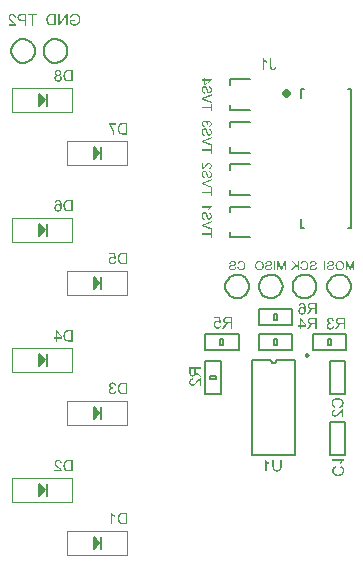
<source format=gbr>
G04*
G04 #@! TF.GenerationSoftware,Altium Limited,Altium Designer,24.1.2 (44)*
G04*
G04 Layer_Color=32896*
%FSLAX44Y44*%
%MOMM*%
G71*
G04*
G04 #@! TF.SameCoordinates,BBC2EA18-74A8-411A-9B9A-F0C275BE575F*
G04*
G04*
G04 #@! TF.FilePolarity,Positive*
G04*
G01*
G75*
%ADD22C,0.3810*%
%ADD61C,0.1500*%
%ADD62C,0.2500*%
%ADD63C,0.2000*%
%ADD64C,0.1270*%
%ADD65C,0.1016*%
G36*
X213878Y265745D02*
X214065Y265730D01*
X214238Y265708D01*
X214410Y265678D01*
X214575Y265648D01*
X214732Y265603D01*
X214875Y265565D01*
X215002Y265520D01*
X215129Y265475D01*
X215234Y265438D01*
X215332Y265393D01*
X215407Y265363D01*
X215474Y265333D01*
X215519Y265310D01*
X215549Y265296D01*
X215557Y265288D01*
X215714Y265198D01*
X215856Y265093D01*
X215991Y264988D01*
X216119Y264876D01*
X216231Y264764D01*
X216343Y264651D01*
X216441Y264539D01*
X216523Y264434D01*
X216606Y264329D01*
X216673Y264231D01*
X216725Y264149D01*
X216778Y264074D01*
X216815Y264014D01*
X216838Y263962D01*
X216853Y263932D01*
X216860Y263924D01*
X216943Y263752D01*
X217010Y263580D01*
X217070Y263400D01*
X217123Y263220D01*
X217167Y263048D01*
X217205Y262868D01*
X217235Y262703D01*
X217257Y262546D01*
X217280Y262396D01*
X217295Y262261D01*
X217302Y262141D01*
X217310Y262036D01*
X217317Y261954D01*
Y261886D01*
Y261849D01*
Y261834D01*
X217310Y261631D01*
X217302Y261429D01*
X217280Y261234D01*
X217257Y261047D01*
X217220Y260867D01*
X217190Y260695D01*
X217153Y260537D01*
X217115Y260388D01*
X217078Y260253D01*
X217040Y260133D01*
X217003Y260028D01*
X216973Y259938D01*
X216950Y259871D01*
X216928Y259818D01*
X216920Y259788D01*
X216913Y259773D01*
X216830Y259601D01*
X216748Y259436D01*
X216651Y259286D01*
X216561Y259144D01*
X216463Y259009D01*
X216366Y258889D01*
X216268Y258784D01*
X216171Y258687D01*
X216081Y258597D01*
X215999Y258522D01*
X215931Y258454D01*
X215864Y258409D01*
X215811Y258365D01*
X215766Y258335D01*
X215744Y258319D01*
X215736Y258312D01*
X215586Y258222D01*
X215429Y258147D01*
X215257Y258080D01*
X215092Y258020D01*
X214920Y257975D01*
X214755Y257930D01*
X214590Y257900D01*
X214433Y257870D01*
X214283Y257855D01*
X214148Y257840D01*
X214028Y257825D01*
X213923Y257817D01*
X213833Y257810D01*
X213713D01*
X213496Y257817D01*
X213279Y257840D01*
X213084Y257870D01*
X212889Y257915D01*
X212709Y257960D01*
X212544Y258020D01*
X212387Y258072D01*
X212245Y258140D01*
X212125Y258200D01*
X212012Y258260D01*
X211915Y258312D01*
X211833Y258357D01*
X211765Y258402D01*
X211720Y258432D01*
X211690Y258454D01*
X211683Y258462D01*
X211533Y258589D01*
X211390Y258732D01*
X211271Y258881D01*
X211151Y259039D01*
X211046Y259196D01*
X210948Y259354D01*
X210866Y259511D01*
X210791Y259668D01*
X210731Y259811D01*
X210671Y259946D01*
X210626Y260065D01*
X210589Y260170D01*
X210566Y260253D01*
X210544Y260320D01*
X210529Y260358D01*
Y260373D01*
X211548Y260627D01*
X211593Y260455D01*
X211645Y260290D01*
X211698Y260133D01*
X211758Y259991D01*
X211825Y259863D01*
X211893Y259743D01*
X211960Y259631D01*
X212027Y259533D01*
X212087Y259451D01*
X212147Y259376D01*
X212207Y259309D01*
X212252Y259256D01*
X212290Y259219D01*
X212327Y259189D01*
X212342Y259174D01*
X212349Y259166D01*
X212462Y259084D01*
X212582Y259009D01*
X212702Y258941D01*
X212822Y258881D01*
X212949Y258836D01*
X213069Y258799D01*
X213294Y258739D01*
X213399Y258717D01*
X213496Y258702D01*
X213578Y258694D01*
X213653Y258687D01*
X213713Y258679D01*
X213796D01*
X213923Y258687D01*
X214050Y258694D01*
X214298Y258739D01*
X214515Y258792D01*
X214620Y258829D01*
X214710Y258859D01*
X214800Y258897D01*
X214875Y258927D01*
X214942Y258956D01*
X214995Y258986D01*
X215040Y259009D01*
X215070Y259024D01*
X215092Y259031D01*
X215100Y259039D01*
X215204Y259114D01*
X215309Y259189D01*
X215489Y259361D01*
X215639Y259541D01*
X215766Y259721D01*
X215864Y259878D01*
X215901Y259946D01*
X215931Y260005D01*
X215954Y260058D01*
X215969Y260095D01*
X215984Y260118D01*
Y260125D01*
X216081Y260410D01*
X216148Y260702D01*
X216201Y260994D01*
X216216Y261129D01*
X216231Y261257D01*
X216246Y261384D01*
X216253Y261489D01*
X216261Y261594D01*
Y261676D01*
X216268Y261744D01*
Y261796D01*
Y261834D01*
Y261841D01*
X216261Y262118D01*
X216231Y262388D01*
X216193Y262635D01*
X216171Y262755D01*
X216148Y262860D01*
X216126Y262958D01*
X216103Y263048D01*
X216081Y263123D01*
X216066Y263190D01*
X216051Y263242D01*
X216036Y263280D01*
X216029Y263302D01*
Y263310D01*
X215976Y263445D01*
X215924Y263565D01*
X215864Y263685D01*
X215796Y263789D01*
X215729Y263894D01*
X215661Y263992D01*
X215594Y264074D01*
X215519Y264157D01*
X215459Y264224D01*
X215399Y264284D01*
X215339Y264336D01*
X215294Y264381D01*
X215249Y264411D01*
X215219Y264434D01*
X215204Y264449D01*
X215197Y264456D01*
X215084Y264531D01*
X214965Y264599D01*
X214837Y264651D01*
X214717Y264704D01*
X214590Y264748D01*
X214470Y264778D01*
X214230Y264831D01*
X214125Y264846D01*
X214028Y264861D01*
X213938Y264868D01*
X213863Y264876D01*
X213796Y264883D01*
X213713D01*
X213571Y264876D01*
X213436Y264868D01*
X213189Y264823D01*
X213076Y264793D01*
X212971Y264764D01*
X212874Y264726D01*
X212792Y264689D01*
X212709Y264651D01*
X212642Y264614D01*
X212582Y264584D01*
X212529Y264554D01*
X212492Y264531D01*
X212462Y264509D01*
X212447Y264501D01*
X212439Y264494D01*
X212349Y264419D01*
X212260Y264329D01*
X212102Y264142D01*
X211967Y263939D01*
X211855Y263745D01*
X211810Y263647D01*
X211773Y263565D01*
X211735Y263482D01*
X211713Y263415D01*
X211690Y263362D01*
X211675Y263317D01*
X211660Y263287D01*
Y263280D01*
X210656Y263512D01*
X210724Y263707D01*
X210791Y263887D01*
X210873Y264059D01*
X210963Y264216D01*
X211053Y264366D01*
X211143Y264501D01*
X211233Y264621D01*
X211323Y264734D01*
X211413Y264831D01*
X211495Y264921D01*
X211563Y264996D01*
X211630Y265056D01*
X211683Y265101D01*
X211720Y265131D01*
X211750Y265153D01*
X211758Y265161D01*
X211908Y265266D01*
X212065Y265355D01*
X212230Y265438D01*
X212395Y265505D01*
X212552Y265558D01*
X212717Y265610D01*
X212874Y265648D01*
X213016Y265678D01*
X213159Y265700D01*
X213286Y265723D01*
X213399Y265738D01*
X213496Y265745D01*
X213578Y265753D01*
X213691D01*
X213878Y265745D01*
D02*
G37*
G36*
X206917D02*
X207179Y265715D01*
X207299Y265693D01*
X207419Y265670D01*
X207524Y265648D01*
X207629Y265625D01*
X207719Y265595D01*
X207801Y265573D01*
X207869Y265550D01*
X207929Y265535D01*
X207974Y265513D01*
X208011Y265505D01*
X208034Y265490D01*
X208041D01*
X208266Y265385D01*
X208453Y265258D01*
X208618Y265131D01*
X208753Y265003D01*
X208865Y264891D01*
X208903Y264846D01*
X208940Y264801D01*
X208963Y264771D01*
X208985Y264741D01*
X208993Y264726D01*
X209000Y264718D01*
X209060Y264621D01*
X209105Y264524D01*
X209188Y264336D01*
X209247Y264149D01*
X209285Y263984D01*
X209300Y263909D01*
X209315Y263842D01*
X209322Y263782D01*
Y263729D01*
X209330Y263692D01*
Y263654D01*
Y263640D01*
Y263632D01*
X209315Y263437D01*
X209285Y263257D01*
X209247Y263093D01*
X209195Y262950D01*
X209142Y262838D01*
X209120Y262785D01*
X209105Y262748D01*
X209083Y262718D01*
X209075Y262695D01*
X209060Y262680D01*
Y262673D01*
X208948Y262523D01*
X208820Y262381D01*
X208685Y262261D01*
X208551Y262156D01*
X208431Y262066D01*
X208378Y262036D01*
X208333Y262006D01*
X208296Y261984D01*
X208266Y261969D01*
X208251Y261954D01*
X208243D01*
X208153Y261909D01*
X208056Y261871D01*
X207951Y261826D01*
X207831Y261781D01*
X207584Y261706D01*
X207344Y261631D01*
X207224Y261594D01*
X207119Y261564D01*
X207015Y261542D01*
X206932Y261519D01*
X206857Y261497D01*
X206805Y261489D01*
X206775Y261474D01*
X206760D01*
X206572Y261429D01*
X206400Y261384D01*
X206243Y261347D01*
X206100Y261309D01*
X205973Y261279D01*
X205861Y261249D01*
X205763Y261219D01*
X205681Y261197D01*
X205606Y261174D01*
X205546Y261152D01*
X205501Y261137D01*
X205464Y261122D01*
X205434Y261114D01*
X205411Y261107D01*
X205396Y261099D01*
X205224Y261032D01*
X205081Y260957D01*
X204961Y260882D01*
X204864Y260807D01*
X204789Y260747D01*
X204737Y260695D01*
X204707Y260665D01*
X204699Y260650D01*
X204632Y260545D01*
X204579Y260440D01*
X204542Y260335D01*
X204512Y260238D01*
X204497Y260148D01*
X204489Y260080D01*
Y260035D01*
Y260028D01*
Y260020D01*
X204497Y259886D01*
X204519Y259766D01*
X204557Y259653D01*
X204594Y259556D01*
X204639Y259473D01*
X204669Y259414D01*
X204699Y259376D01*
X204707Y259361D01*
X204797Y259256D01*
X204902Y259159D01*
X205014Y259084D01*
X205119Y259016D01*
X205216Y258956D01*
X205299Y258919D01*
X205329Y258904D01*
X205351Y258897D01*
X205366Y258889D01*
X205374D01*
X205546Y258829D01*
X205718Y258792D01*
X205891Y258762D01*
X206048Y258739D01*
X206183Y258724D01*
X206243D01*
X206295Y258717D01*
X206393D01*
X206632Y258724D01*
X206857Y258754D01*
X207059Y258792D01*
X207149Y258807D01*
X207232Y258829D01*
X207307Y258852D01*
X207374Y258874D01*
X207434Y258889D01*
X207487Y258904D01*
X207524Y258919D01*
X207554Y258934D01*
X207569Y258941D01*
X207577D01*
X207756Y259031D01*
X207914Y259136D01*
X208049Y259234D01*
X208153Y259331D01*
X208236Y259414D01*
X208296Y259481D01*
X208326Y259526D01*
X208341Y259533D01*
Y259541D01*
X208423Y259691D01*
X208491Y259848D01*
X208551Y260005D01*
X208588Y260155D01*
X208618Y260290D01*
X208633Y260343D01*
X208640Y260395D01*
X208648Y260440D01*
X208655Y260470D01*
Y260485D01*
Y260492D01*
X209615Y260410D01*
X209607Y260268D01*
X209592Y260133D01*
X209547Y259871D01*
X209510Y259743D01*
X209480Y259631D01*
X209442Y259526D01*
X209405Y259429D01*
X209367Y259339D01*
X209330Y259256D01*
X209292Y259189D01*
X209262Y259129D01*
X209240Y259084D01*
X209217Y259054D01*
X209210Y259031D01*
X209202Y259024D01*
X209038Y258814D01*
X208858Y258627D01*
X208671Y258469D01*
X208498Y258342D01*
X208416Y258282D01*
X208341Y258237D01*
X208266Y258200D01*
X208206Y258170D01*
X208161Y258140D01*
X208123Y258125D01*
X208101Y258117D01*
X208093Y258110D01*
X207959Y258057D01*
X207816Y258012D01*
X207524Y257937D01*
X207232Y257885D01*
X207090Y257862D01*
X206955Y257847D01*
X206827Y257833D01*
X206715Y257825D01*
X206610Y257817D01*
X206520D01*
X206445Y257810D01*
X206348D01*
X206048Y257825D01*
X205771Y257855D01*
X205643Y257877D01*
X205516Y257907D01*
X205403Y257930D01*
X205299Y257960D01*
X205209Y257990D01*
X205119Y258012D01*
X205051Y258042D01*
X204984Y258065D01*
X204939Y258080D01*
X204902Y258095D01*
X204879Y258110D01*
X204872D01*
X204639Y258230D01*
X204437Y258365D01*
X204347Y258439D01*
X204265Y258507D01*
X204190Y258574D01*
X204115Y258642D01*
X204055Y258702D01*
X204002Y258762D01*
X203965Y258814D01*
X203927Y258859D01*
X203897Y258897D01*
X203875Y258927D01*
X203867Y258941D01*
X203860Y258949D01*
X203800Y259054D01*
X203740Y259151D01*
X203658Y259354D01*
X203590Y259548D01*
X203553Y259728D01*
X203538Y259811D01*
X203523Y259878D01*
X203515Y259946D01*
Y259998D01*
X203508Y260043D01*
Y260073D01*
Y260095D01*
Y260103D01*
Y260215D01*
X203523Y260328D01*
X203560Y260537D01*
X203613Y260725D01*
X203665Y260882D01*
X203695Y260950D01*
X203725Y261017D01*
X203755Y261070D01*
X203778Y261114D01*
X203800Y261152D01*
X203815Y261174D01*
X203822Y261189D01*
X203830Y261197D01*
X203897Y261287D01*
X203965Y261369D01*
X204122Y261519D01*
X204287Y261654D01*
X204444Y261766D01*
X204594Y261856D01*
X204654Y261894D01*
X204707Y261924D01*
X204752Y261946D01*
X204789Y261961D01*
X204812Y261976D01*
X204819D01*
X204916Y262014D01*
X205029Y262059D01*
X205149Y262096D01*
X205284Y262141D01*
X205561Y262223D01*
X205846Y262298D01*
X205980Y262336D01*
X206108Y262366D01*
X206228Y262396D01*
X206325Y262418D01*
X206408Y262433D01*
X206475Y262448D01*
X206513Y262463D01*
X206528D01*
X206745Y262516D01*
X206947Y262568D01*
X207127Y262621D01*
X207284Y262673D01*
X207427Y262718D01*
X207554Y262763D01*
X207659Y262808D01*
X207756Y262845D01*
X207831Y262883D01*
X207899Y262920D01*
X207951Y262950D01*
X207989Y262973D01*
X208019Y262988D01*
X208041Y263003D01*
X208049Y263018D01*
X208056D01*
X208153Y263123D01*
X208228Y263235D01*
X208273Y263347D01*
X208311Y263460D01*
X208333Y263550D01*
X208341Y263632D01*
X208348Y263662D01*
Y263685D01*
Y263692D01*
Y263699D01*
X208341Y263789D01*
X208333Y263872D01*
X208281Y264022D01*
X208213Y264164D01*
X208139Y264284D01*
X208064Y264374D01*
X207996Y264449D01*
X207944Y264494D01*
X207936Y264509D01*
X207929D01*
X207846Y264569D01*
X207749Y264621D01*
X207651Y264666D01*
X207539Y264711D01*
X207322Y264771D01*
X207097Y264809D01*
X206999Y264823D01*
X206902Y264838D01*
X206812Y264846D01*
X206737D01*
X206677Y264853D01*
X206587D01*
X206430Y264846D01*
X206273Y264838D01*
X206138Y264816D01*
X206003Y264793D01*
X205883Y264764D01*
X205778Y264734D01*
X205681Y264704D01*
X205591Y264666D01*
X205508Y264629D01*
X205441Y264599D01*
X205381Y264569D01*
X205336Y264539D01*
X205299Y264516D01*
X205276Y264494D01*
X205261Y264486D01*
X205254Y264479D01*
X205171Y264404D01*
X205096Y264321D01*
X205036Y264239D01*
X204976Y264149D01*
X204879Y263969D01*
X204812Y263789D01*
X204789Y263707D01*
X204767Y263632D01*
X204744Y263565D01*
X204737Y263505D01*
X204722Y263452D01*
Y263415D01*
X204714Y263392D01*
Y263385D01*
X203740Y263460D01*
X203748Y263587D01*
X203763Y263707D01*
X203815Y263932D01*
X203875Y264142D01*
X203905Y264231D01*
X203942Y264314D01*
X203980Y264396D01*
X204010Y264464D01*
X204040Y264524D01*
X204070Y264576D01*
X204092Y264614D01*
X204107Y264644D01*
X204115Y264659D01*
X204122Y264666D01*
X204265Y264853D01*
X204429Y265018D01*
X204594Y265153D01*
X204759Y265273D01*
X204902Y265363D01*
X204961Y265393D01*
X205021Y265423D01*
X205066Y265445D01*
X205096Y265460D01*
X205119Y265475D01*
X205126D01*
X205381Y265565D01*
X205636Y265633D01*
X205891Y265685D01*
X206010Y265700D01*
X206123Y265715D01*
X206228Y265730D01*
X206325Y265738D01*
X206415Y265745D01*
X206490D01*
X206550Y265753D01*
X206632D01*
X206917Y265745D01*
D02*
G37*
G36*
X66799Y465161D02*
X65561D01*
Y472819D01*
X60436Y465161D01*
X59103D01*
Y474925D01*
X60341D01*
Y467257D01*
X65475Y474925D01*
X66799D01*
Y465161D01*
D02*
G37*
G36*
X73104Y475086D02*
X73371Y475067D01*
X73619Y475039D01*
X73857Y475001D01*
X74085Y474953D01*
X74295Y474905D01*
X74495Y474848D01*
X74676Y474801D01*
X74838Y474743D01*
X74990Y474686D01*
X75114Y474639D01*
X75219Y474591D01*
X75305Y474553D01*
X75371Y474524D01*
X75409Y474505D01*
X75419Y474496D01*
X75619Y474372D01*
X75809Y474248D01*
X75990Y474105D01*
X76152Y473953D01*
X76314Y473801D01*
X76448Y473648D01*
X76581Y473496D01*
X76695Y473353D01*
X76800Y473210D01*
X76886Y473077D01*
X76962Y472962D01*
X77019Y472858D01*
X77067Y472772D01*
X77105Y472715D01*
X77124Y472677D01*
X77133Y472658D01*
X77238Y472419D01*
X77324Y472191D01*
X77410Y471953D01*
X77476Y471724D01*
X77533Y471496D01*
X77581Y471276D01*
X77619Y471067D01*
X77648Y470867D01*
X77676Y470686D01*
X77695Y470514D01*
X77705Y470372D01*
X77715Y470238D01*
X77724Y470143D01*
Y470067D01*
Y470019D01*
Y470000D01*
X77715Y469733D01*
X77695Y469476D01*
X77667Y469229D01*
X77629Y468990D01*
X77591Y468762D01*
X77533Y468543D01*
X77486Y468343D01*
X77429Y468152D01*
X77372Y467990D01*
X77324Y467838D01*
X77267Y467705D01*
X77229Y467600D01*
X77191Y467505D01*
X77162Y467447D01*
X77143Y467400D01*
X77133Y467390D01*
X77010Y467181D01*
X76886Y466981D01*
X76743Y466790D01*
X76600Y466619D01*
X76457Y466466D01*
X76305Y466314D01*
X76162Y466180D01*
X76019Y466066D01*
X75886Y465961D01*
X75762Y465866D01*
X75648Y465790D01*
X75552Y465723D01*
X75476Y465676D01*
X75409Y465638D01*
X75371Y465619D01*
X75362Y465609D01*
X75133Y465504D01*
X74914Y465409D01*
X74686Y465323D01*
X74457Y465257D01*
X74228Y465199D01*
X74009Y465152D01*
X73809Y465104D01*
X73609Y465076D01*
X73428Y465047D01*
X73257Y465028D01*
X73114Y465019D01*
X72981Y465009D01*
X72885Y464999D01*
X72742D01*
X72342Y465019D01*
X71971Y465057D01*
X71790Y465085D01*
X71618Y465123D01*
X71457Y465152D01*
X71304Y465190D01*
X71161Y465228D01*
X71037Y465257D01*
X70933Y465295D01*
X70837Y465323D01*
X70761Y465342D01*
X70714Y465361D01*
X70676Y465380D01*
X70666D01*
X70285Y465542D01*
X69923Y465723D01*
X69590Y465904D01*
X69437Y465999D01*
X69294Y466095D01*
X69171Y466180D01*
X69047Y466257D01*
X68942Y466323D01*
X68856Y466390D01*
X68790Y466438D01*
X68732Y466485D01*
X68704Y466504D01*
X68694Y466514D01*
Y470143D01*
X72828D01*
Y468990D01*
X69961D01*
Y467171D01*
X70133Y467038D01*
X70333Y466904D01*
X70533Y466790D01*
X70723Y466685D01*
X70904Y466600D01*
X70980Y466562D01*
X71047Y466533D01*
X71104Y466504D01*
X71142Y466495D01*
X71171Y466476D01*
X71180D01*
X71476Y466371D01*
X71771Y466295D01*
X72047Y466238D01*
X72295Y466200D01*
X72409Y466190D01*
X72514Y466180D01*
X72600Y466171D01*
X72676D01*
X72733Y466161D01*
X72819D01*
X73000Y466171D01*
X73171Y466180D01*
X73504Y466228D01*
X73819Y466295D01*
X73962Y466333D01*
X74085Y466371D01*
X74209Y466409D01*
X74314Y466447D01*
X74409Y466485D01*
X74486Y466514D01*
X74552Y466543D01*
X74600Y466562D01*
X74628Y466581D01*
X74638D01*
X74790Y466666D01*
X74943Y466762D01*
X75076Y466857D01*
X75200Y466962D01*
X75324Y467076D01*
X75429Y467181D01*
X75524Y467285D01*
X75609Y467390D01*
X75686Y467495D01*
X75752Y467590D01*
X75809Y467666D01*
X75857Y467743D01*
X75895Y467800D01*
X75924Y467847D01*
X75933Y467876D01*
X75943Y467886D01*
X76019Y468057D01*
X76086Y468238D01*
X76200Y468600D01*
X76276Y468971D01*
X76314Y469143D01*
X76333Y469314D01*
X76352Y469476D01*
X76362Y469619D01*
X76381Y469743D01*
Y469857D01*
X76391Y469952D01*
Y470019D01*
Y470057D01*
Y470076D01*
X76371Y470467D01*
X76333Y470829D01*
X76305Y471000D01*
X76276Y471162D01*
X76238Y471315D01*
X76200Y471457D01*
X76171Y471581D01*
X76133Y471696D01*
X76105Y471800D01*
X76076Y471876D01*
X76057Y471953D01*
X76038Y472000D01*
X76019Y472029D01*
Y472038D01*
X75933Y472229D01*
X75828Y472410D01*
X75733Y472572D01*
X75628Y472715D01*
X75543Y472839D01*
X75476Y472924D01*
X75429Y472981D01*
X75409Y473000D01*
X75248Y473162D01*
X75076Y473305D01*
X74905Y473419D01*
X74743Y473524D01*
X74590Y473610D01*
X74533Y473639D01*
X74476Y473667D01*
X74428Y473686D01*
X74400Y473705D01*
X74381Y473715D01*
X74371D01*
X74124Y473810D01*
X73857Y473877D01*
X73600Y473924D01*
X73362Y473953D01*
X73247Y473972D01*
X73152Y473982D01*
X73066D01*
X72990Y473991D01*
X72838D01*
X72571Y473982D01*
X72314Y473953D01*
X72085Y473905D01*
X71885Y473867D01*
X71800Y473839D01*
X71723Y473820D01*
X71657Y473791D01*
X71599Y473772D01*
X71552Y473762D01*
X71523Y473743D01*
X71504Y473734D01*
X71495D01*
X71276Y473629D01*
X71095Y473515D01*
X70933Y473400D01*
X70799Y473296D01*
X70695Y473200D01*
X70618Y473115D01*
X70580Y473067D01*
X70561Y473058D01*
Y473048D01*
X70437Y472877D01*
X70333Y472686D01*
X70237Y472486D01*
X70161Y472305D01*
X70094Y472134D01*
X70066Y472057D01*
X70047Y472000D01*
X70028Y471953D01*
X70018Y471905D01*
X70009Y471886D01*
Y471876D01*
X68847Y472191D01*
X68894Y472372D01*
X68952Y472543D01*
X69009Y472705D01*
X69066Y472858D01*
X69132Y473000D01*
X69190Y473134D01*
X69247Y473258D01*
X69313Y473362D01*
X69371Y473458D01*
X69418Y473543D01*
X69466Y473619D01*
X69504Y473677D01*
X69542Y473724D01*
X69571Y473762D01*
X69580Y473782D01*
X69590Y473791D01*
X69790Y474010D01*
X70009Y474201D01*
X70228Y474362D01*
X70447Y474496D01*
X70637Y474601D01*
X70723Y474648D01*
X70790Y474677D01*
X70847Y474705D01*
X70895Y474724D01*
X70923Y474743D01*
X70933D01*
X71256Y474858D01*
X71590Y474944D01*
X71904Y475010D01*
X72057Y475029D01*
X72200Y475048D01*
X72333Y475067D01*
X72457Y475077D01*
X72571Y475086D01*
X72657D01*
X72733Y475096D01*
X72838D01*
X73104Y475086D01*
D02*
G37*
G36*
X56940Y465161D02*
X53416D01*
X53092Y465171D01*
X52797Y465190D01*
X52530Y465209D01*
X52416Y465228D01*
X52302Y465247D01*
X52207Y465257D01*
X52111Y465276D01*
X52035Y465285D01*
X51978Y465295D01*
X51921Y465304D01*
X51883Y465314D01*
X51864Y465323D01*
X51854D01*
X51606Y465390D01*
X51378Y465466D01*
X51178Y465552D01*
X51006Y465628D01*
X50873Y465695D01*
X50816Y465733D01*
X50768Y465752D01*
X50730Y465780D01*
X50702Y465799D01*
X50692Y465809D01*
X50683D01*
X50501Y465942D01*
X50340Y466085D01*
X50187Y466228D01*
X50054Y466371D01*
X49949Y466504D01*
X49863Y466600D01*
X49835Y466638D01*
X49816Y466666D01*
X49797Y466685D01*
Y466695D01*
X49654Y466914D01*
X49521Y467152D01*
X49406Y467390D01*
X49311Y467619D01*
X49273Y467714D01*
X49235Y467809D01*
X49206Y467895D01*
X49178Y467971D01*
X49159Y468028D01*
X49139Y468076D01*
X49130Y468105D01*
Y468114D01*
X49044Y468447D01*
X48977Y468790D01*
X48930Y469124D01*
X48911Y469276D01*
X48892Y469428D01*
X48882Y469571D01*
X48873Y469695D01*
Y469809D01*
X48863Y469905D01*
Y469991D01*
Y470048D01*
Y470086D01*
Y470095D01*
X48882Y470572D01*
X48901Y470791D01*
X48920Y471010D01*
X48949Y471210D01*
X48987Y471400D01*
X49025Y471581D01*
X49054Y471743D01*
X49092Y471886D01*
X49130Y472019D01*
X49159Y472134D01*
X49197Y472229D01*
X49216Y472305D01*
X49235Y472362D01*
X49254Y472400D01*
Y472410D01*
X49416Y472772D01*
X49501Y472943D01*
X49597Y473105D01*
X49692Y473248D01*
X49787Y473381D01*
X49882Y473515D01*
X49968Y473629D01*
X50063Y473724D01*
X50140Y473820D01*
X50216Y473896D01*
X50283Y473962D01*
X50330Y474010D01*
X50368Y474048D01*
X50397Y474067D01*
X50406Y474077D01*
X50635Y474258D01*
X50883Y474401D01*
X51121Y474524D01*
X51349Y474620D01*
X51454Y474658D01*
X51549Y474696D01*
X51625Y474724D01*
X51702Y474743D01*
X51759Y474762D01*
X51807Y474772D01*
X51835Y474782D01*
X51845D01*
X51959Y474810D01*
X52092Y474829D01*
X52368Y474867D01*
X52654Y474886D01*
X52940Y474905D01*
X53064Y474915D01*
X53188D01*
X53292Y474925D01*
X56940D01*
Y465161D01*
D02*
G37*
G36*
X309626Y257937D02*
X308644D01*
Y264479D01*
X306419Y257937D01*
X305505D01*
X303264Y264366D01*
Y257937D01*
X302283D01*
Y265618D01*
X303654D01*
X305497Y260268D01*
X305550Y260118D01*
X305595Y259983D01*
X305640Y259856D01*
X305677Y259736D01*
X305715Y259623D01*
X305752Y259526D01*
X305782Y259429D01*
X305805Y259354D01*
X305835Y259279D01*
X305849Y259211D01*
X305872Y259159D01*
X305887Y259114D01*
X305895Y259084D01*
X305902Y259061D01*
X305910Y259046D01*
Y259039D01*
X305932Y259114D01*
X305954Y259196D01*
X306014Y259376D01*
X306074Y259563D01*
X306134Y259751D01*
X306164Y259833D01*
X306187Y259916D01*
X306217Y259991D01*
X306232Y260050D01*
X306254Y260103D01*
X306262Y260148D01*
X306277Y260170D01*
Y260178D01*
X308097Y265618D01*
X309626D01*
Y257937D01*
D02*
G37*
G36*
X284974D02*
X283955D01*
Y265618D01*
X284974D01*
Y257937D01*
D02*
G37*
G36*
X297585Y265738D02*
X297862Y265708D01*
X298132Y265655D01*
X298386Y265580D01*
X298619Y265498D01*
X298836Y265408D01*
X299038Y265310D01*
X299218Y265213D01*
X299383Y265108D01*
X299525Y265011D01*
X299653Y264921D01*
X299750Y264838D01*
X299833Y264764D01*
X299893Y264711D01*
X299923Y264681D01*
X299938Y264666D01*
X300117Y264456D01*
X300275Y264231D01*
X300410Y263992D01*
X300529Y263745D01*
X300627Y263497D01*
X300717Y263250D01*
X300784Y263003D01*
X300837Y262770D01*
X300874Y262546D01*
X300912Y262336D01*
X300934Y262156D01*
X300949Y261991D01*
X300957Y261924D01*
Y261864D01*
Y261804D01*
X300964Y261759D01*
Y261721D01*
Y261699D01*
Y261684D01*
Y261676D01*
X300957Y261489D01*
X300942Y261302D01*
X300927Y261122D01*
X300897Y260950D01*
X300867Y260785D01*
X300829Y260627D01*
X300784Y260478D01*
X300747Y260335D01*
X300709Y260215D01*
X300664Y260095D01*
X300627Y259998D01*
X300597Y259916D01*
X300567Y259848D01*
X300544Y259796D01*
X300537Y259766D01*
X300529Y259758D01*
X300440Y259593D01*
X300350Y259436D01*
X300245Y259286D01*
X300140Y259151D01*
X300035Y259024D01*
X299923Y258904D01*
X299818Y258799D01*
X299713Y258702D01*
X299615Y258619D01*
X299525Y258544D01*
X299443Y258477D01*
X299376Y258424D01*
X299316Y258379D01*
X299271Y258349D01*
X299241Y258335D01*
X299233Y258327D01*
X299068Y258237D01*
X298904Y258155D01*
X298739Y258087D01*
X298566Y258027D01*
X298402Y257975D01*
X298244Y257937D01*
X298087Y257900D01*
X297944Y257877D01*
X297802Y257855D01*
X297682Y257840D01*
X297570Y257825D01*
X297472Y257817D01*
X297397Y257810D01*
X297292D01*
X297105Y257817D01*
X296925Y257833D01*
X296745Y257855D01*
X296581Y257885D01*
X296416Y257922D01*
X296259Y257960D01*
X296116Y258005D01*
X295981Y258050D01*
X295861Y258087D01*
X295749Y258132D01*
X295659Y258170D01*
X295577Y258207D01*
X295509Y258237D01*
X295464Y258260D01*
X295434Y258275D01*
X295427Y258282D01*
X295269Y258379D01*
X295120Y258477D01*
X294977Y258589D01*
X294850Y258702D01*
X294730Y258814D01*
X294618Y258934D01*
X294520Y259046D01*
X294430Y259159D01*
X294348Y259264D01*
X294280Y259361D01*
X294220Y259451D01*
X294175Y259526D01*
X294138Y259586D01*
X294108Y259638D01*
X294093Y259668D01*
X294086Y259676D01*
X294003Y259848D01*
X293928Y260028D01*
X293868Y260208D01*
X293816Y260395D01*
X293763Y260567D01*
X293726Y260740D01*
X293696Y260912D01*
X293673Y261070D01*
X293651Y261212D01*
X293636Y261347D01*
X293628Y261467D01*
X293621Y261572D01*
X293613Y261654D01*
Y261714D01*
Y261751D01*
Y261766D01*
X293621Y261976D01*
X293636Y262186D01*
X293658Y262381D01*
X293681Y262568D01*
X293718Y262748D01*
X293756Y262920D01*
X293793Y263078D01*
X293838Y263220D01*
X293883Y263355D01*
X293921Y263475D01*
X293958Y263572D01*
X293996Y263662D01*
X294018Y263729D01*
X294041Y263782D01*
X294056Y263812D01*
X294063Y263819D01*
X294153Y263984D01*
X294250Y264142D01*
X294348Y264291D01*
X294453Y264426D01*
X294565Y264554D01*
X294670Y264674D01*
X294782Y264778D01*
X294880Y264876D01*
X294985Y264958D01*
X295075Y265033D01*
X295157Y265101D01*
X295224Y265153D01*
X295284Y265191D01*
X295329Y265221D01*
X295359Y265236D01*
X295367Y265243D01*
X295532Y265333D01*
X295697Y265408D01*
X295861Y265483D01*
X296026Y265535D01*
X296191Y265588D01*
X296348Y265625D01*
X296498Y265663D01*
X296648Y265693D01*
X296783Y265708D01*
X296903Y265723D01*
X297015Y265738D01*
X297105Y265745D01*
X297180Y265753D01*
X297285D01*
X297585Y265738D01*
D02*
G37*
G36*
X289949Y265745D02*
X290212Y265715D01*
X290331Y265693D01*
X290451Y265670D01*
X290556Y265648D01*
X290661Y265625D01*
X290751Y265595D01*
X290834Y265573D01*
X290901Y265550D01*
X290961Y265535D01*
X291006Y265513D01*
X291043Y265505D01*
X291066Y265490D01*
X291073D01*
X291298Y265385D01*
X291485Y265258D01*
X291650Y265131D01*
X291785Y265003D01*
X291898Y264891D01*
X291935Y264846D01*
X291973Y264801D01*
X291995Y264771D01*
X292017Y264741D01*
X292025Y264726D01*
X292032Y264718D01*
X292092Y264621D01*
X292137Y264524D01*
X292220Y264336D01*
X292280Y264149D01*
X292317Y263984D01*
X292332Y263909D01*
X292347Y263842D01*
X292355Y263782D01*
Y263729D01*
X292362Y263692D01*
Y263654D01*
Y263640D01*
Y263632D01*
X292347Y263437D01*
X292317Y263257D01*
X292280Y263093D01*
X292227Y262950D01*
X292175Y262838D01*
X292152Y262785D01*
X292137Y262748D01*
X292115Y262718D01*
X292107Y262695D01*
X292092Y262680D01*
Y262673D01*
X291980Y262523D01*
X291853Y262381D01*
X291718Y262261D01*
X291583Y262156D01*
X291463Y262066D01*
X291411Y262036D01*
X291366Y262006D01*
X291328Y261984D01*
X291298Y261969D01*
X291283Y261954D01*
X291276D01*
X291186Y261909D01*
X291088Y261871D01*
X290983Y261826D01*
X290863Y261781D01*
X290616Y261706D01*
X290376Y261631D01*
X290257Y261594D01*
X290152Y261564D01*
X290047Y261542D01*
X289964Y261519D01*
X289889Y261497D01*
X289837Y261489D01*
X289807Y261474D01*
X289792D01*
X289605Y261429D01*
X289432Y261384D01*
X289275Y261347D01*
X289133Y261309D01*
X289005Y261279D01*
X288893Y261249D01*
X288796Y261219D01*
X288713Y261197D01*
X288638Y261174D01*
X288578Y261152D01*
X288533Y261137D01*
X288496Y261122D01*
X288466Y261114D01*
X288443Y261107D01*
X288428Y261099D01*
X288256Y261032D01*
X288114Y260957D01*
X287994Y260882D01*
X287896Y260807D01*
X287821Y260747D01*
X287769Y260695D01*
X287739Y260665D01*
X287731Y260650D01*
X287664Y260545D01*
X287612Y260440D01*
X287574Y260335D01*
X287544Y260238D01*
X287529Y260148D01*
X287522Y260080D01*
Y260035D01*
Y260028D01*
Y260020D01*
X287529Y259886D01*
X287552Y259766D01*
X287589Y259653D01*
X287627Y259556D01*
X287672Y259473D01*
X287701Y259414D01*
X287731Y259376D01*
X287739Y259361D01*
X287829Y259256D01*
X287934Y259159D01*
X288046Y259084D01*
X288151Y259016D01*
X288249Y258956D01*
X288331Y258919D01*
X288361Y258904D01*
X288383Y258897D01*
X288398Y258889D01*
X288406D01*
X288578Y258829D01*
X288750Y258792D01*
X288923Y258762D01*
X289080Y258739D01*
X289215Y258724D01*
X289275D01*
X289328Y258717D01*
X289425D01*
X289665Y258724D01*
X289889Y258754D01*
X290092Y258792D01*
X290182Y258807D01*
X290264Y258829D01*
X290339Y258852D01*
X290406Y258874D01*
X290466Y258889D01*
X290519Y258904D01*
X290556Y258919D01*
X290586Y258934D01*
X290601Y258941D01*
X290609D01*
X290789Y259031D01*
X290946Y259136D01*
X291081Y259234D01*
X291186Y259331D01*
X291268Y259414D01*
X291328Y259481D01*
X291358Y259526D01*
X291373Y259533D01*
Y259541D01*
X291455Y259691D01*
X291523Y259848D01*
X291583Y260005D01*
X291620Y260155D01*
X291650Y260290D01*
X291665Y260343D01*
X291673Y260395D01*
X291680Y260440D01*
X291688Y260470D01*
Y260485D01*
Y260492D01*
X292647Y260410D01*
X292639Y260268D01*
X292624Y260133D01*
X292579Y259871D01*
X292542Y259743D01*
X292512Y259631D01*
X292474Y259526D01*
X292437Y259429D01*
X292400Y259339D01*
X292362Y259256D01*
X292325Y259189D01*
X292295Y259129D01*
X292272Y259084D01*
X292250Y259054D01*
X292242Y259031D01*
X292235Y259024D01*
X292070Y258814D01*
X291890Y258627D01*
X291703Y258469D01*
X291530Y258342D01*
X291448Y258282D01*
X291373Y258237D01*
X291298Y258200D01*
X291238Y258170D01*
X291193Y258140D01*
X291156Y258125D01*
X291133Y258117D01*
X291126Y258110D01*
X290991Y258057D01*
X290849Y258012D01*
X290556Y257937D01*
X290264Y257885D01*
X290122Y257862D01*
X289987Y257847D01*
X289860Y257833D01*
X289747Y257825D01*
X289642Y257817D01*
X289552D01*
X289477Y257810D01*
X289380D01*
X289080Y257825D01*
X288803Y257855D01*
X288676Y257877D01*
X288548Y257907D01*
X288436Y257930D01*
X288331Y257960D01*
X288241Y257990D01*
X288151Y258012D01*
X288084Y258042D01*
X288016Y258065D01*
X287971Y258080D01*
X287934Y258095D01*
X287911Y258110D01*
X287904D01*
X287672Y258230D01*
X287469Y258365D01*
X287379Y258439D01*
X287297Y258507D01*
X287222Y258574D01*
X287147Y258642D01*
X287087Y258702D01*
X287035Y258762D01*
X286997Y258814D01*
X286960Y258859D01*
X286930Y258897D01*
X286907Y258927D01*
X286900Y258941D01*
X286892Y258949D01*
X286832Y259054D01*
X286772Y259151D01*
X286690Y259354D01*
X286623Y259548D01*
X286585Y259728D01*
X286570Y259811D01*
X286555Y259878D01*
X286548Y259946D01*
Y259998D01*
X286540Y260043D01*
Y260073D01*
Y260095D01*
Y260103D01*
Y260215D01*
X286555Y260328D01*
X286593Y260537D01*
X286645Y260725D01*
X286697Y260882D01*
X286727Y260950D01*
X286757Y261017D01*
X286787Y261070D01*
X286810Y261114D01*
X286832Y261152D01*
X286847Y261174D01*
X286855Y261189D01*
X286862Y261197D01*
X286930Y261287D01*
X286997Y261369D01*
X287155Y261519D01*
X287319Y261654D01*
X287477Y261766D01*
X287627Y261856D01*
X287687Y261894D01*
X287739Y261924D01*
X287784Y261946D01*
X287821Y261961D01*
X287844Y261976D01*
X287851D01*
X287949Y262014D01*
X288061Y262059D01*
X288181Y262096D01*
X288316Y262141D01*
X288593Y262223D01*
X288878Y262298D01*
X289013Y262336D01*
X289140Y262366D01*
X289260Y262396D01*
X289357Y262418D01*
X289440Y262433D01*
X289507Y262448D01*
X289545Y262463D01*
X289560D01*
X289777Y262516D01*
X289979Y262568D01*
X290159Y262621D01*
X290317Y262673D01*
X290459Y262718D01*
X290586Y262763D01*
X290691Y262808D01*
X290789Y262845D01*
X290863Y262883D01*
X290931Y262920D01*
X290983Y262950D01*
X291021Y262973D01*
X291051Y262988D01*
X291073Y263003D01*
X291081Y263018D01*
X291088D01*
X291186Y263123D01*
X291261Y263235D01*
X291306Y263347D01*
X291343Y263460D01*
X291366Y263550D01*
X291373Y263632D01*
X291381Y263662D01*
Y263685D01*
Y263692D01*
Y263699D01*
X291373Y263789D01*
X291366Y263872D01*
X291313Y264022D01*
X291246Y264164D01*
X291171Y264284D01*
X291096Y264374D01*
X291028Y264449D01*
X290976Y264494D01*
X290968Y264509D01*
X290961D01*
X290879Y264569D01*
X290781Y264621D01*
X290684Y264666D01*
X290571Y264711D01*
X290354Y264771D01*
X290129Y264809D01*
X290032Y264823D01*
X289934Y264838D01*
X289844Y264846D01*
X289770D01*
X289710Y264853D01*
X289620D01*
X289462Y264846D01*
X289305Y264838D01*
X289170Y264816D01*
X289035Y264793D01*
X288915Y264764D01*
X288810Y264734D01*
X288713Y264704D01*
X288623Y264666D01*
X288541Y264629D01*
X288473Y264599D01*
X288413Y264569D01*
X288368Y264539D01*
X288331Y264516D01*
X288308Y264494D01*
X288293Y264486D01*
X288286Y264479D01*
X288204Y264404D01*
X288129Y264321D01*
X288069Y264239D01*
X288009Y264149D01*
X287911Y263969D01*
X287844Y263789D01*
X287821Y263707D01*
X287799Y263632D01*
X287776Y263565D01*
X287769Y263505D01*
X287754Y263452D01*
Y263415D01*
X287746Y263392D01*
Y263385D01*
X286772Y263460D01*
X286780Y263587D01*
X286795Y263707D01*
X286847Y263932D01*
X286907Y264142D01*
X286937Y264231D01*
X286975Y264314D01*
X287012Y264396D01*
X287042Y264464D01*
X287072Y264524D01*
X287102Y264576D01*
X287125Y264614D01*
X287139Y264644D01*
X287147Y264659D01*
X287155Y264666D01*
X287297Y264853D01*
X287462Y265018D01*
X287627Y265153D01*
X287791Y265273D01*
X287934Y265363D01*
X287994Y265393D01*
X288054Y265423D01*
X288099Y265445D01*
X288129Y265460D01*
X288151Y265475D01*
X288159D01*
X288413Y265565D01*
X288668Y265633D01*
X288923Y265685D01*
X289043Y265700D01*
X289155Y265715D01*
X289260Y265730D01*
X289357Y265738D01*
X289447Y265745D01*
X289522D01*
X289582Y265753D01*
X289665D01*
X289949Y265745D01*
D02*
G37*
G36*
X251714Y257937D02*
X250732D01*
Y264479D01*
X248507Y257937D01*
X247593D01*
X245352Y264366D01*
Y257937D01*
X244371D01*
Y265618D01*
X245742D01*
X247585Y260268D01*
X247638Y260118D01*
X247683Y259983D01*
X247728Y259856D01*
X247765Y259736D01*
X247803Y259623D01*
X247840Y259526D01*
X247870Y259429D01*
X247893Y259354D01*
X247922Y259279D01*
X247938Y259211D01*
X247960Y259159D01*
X247975Y259114D01*
X247983Y259084D01*
X247990Y259061D01*
X247997Y259046D01*
Y259039D01*
X248020Y259114D01*
X248042Y259196D01*
X248102Y259376D01*
X248162Y259563D01*
X248222Y259751D01*
X248252Y259833D01*
X248275Y259916D01*
X248305Y259991D01*
X248320Y260050D01*
X248342Y260103D01*
X248350Y260148D01*
X248365Y260170D01*
Y260178D01*
X250185Y265618D01*
X251714D01*
Y257937D01*
D02*
G37*
G36*
X242565D02*
X241546D01*
Y265618D01*
X242565D01*
Y257937D01*
D02*
G37*
G36*
X237402Y265745D02*
X237665Y265715D01*
X237785Y265693D01*
X237904Y265670D01*
X238009Y265648D01*
X238114Y265625D01*
X238204Y265595D01*
X238286Y265573D01*
X238354Y265550D01*
X238414Y265535D01*
X238459Y265513D01*
X238496Y265505D01*
X238519Y265490D01*
X238526D01*
X238751Y265385D01*
X238938Y265258D01*
X239103Y265131D01*
X239238Y265003D01*
X239350Y264891D01*
X239388Y264846D01*
X239426Y264801D01*
X239448Y264771D01*
X239470Y264741D01*
X239478Y264726D01*
X239485Y264718D01*
X239545Y264621D01*
X239590Y264524D01*
X239673Y264336D01*
X239733Y264149D01*
X239770Y263984D01*
X239785Y263909D01*
X239800Y263842D01*
X239808Y263782D01*
Y263729D01*
X239815Y263692D01*
Y263654D01*
Y263640D01*
Y263632D01*
X239800Y263437D01*
X239770Y263257D01*
X239733Y263093D01*
X239680Y262950D01*
X239628Y262838D01*
X239605Y262785D01*
X239590Y262748D01*
X239568Y262718D01*
X239560Y262695D01*
X239545Y262680D01*
Y262673D01*
X239433Y262523D01*
X239306Y262381D01*
X239171Y262261D01*
X239036Y262156D01*
X238916Y262066D01*
X238864Y262036D01*
X238818Y262006D01*
X238781Y261984D01*
X238751Y261969D01*
X238736Y261954D01*
X238729D01*
X238639Y261909D01*
X238541Y261871D01*
X238436Y261826D01*
X238316Y261781D01*
X238069Y261706D01*
X237829Y261631D01*
X237710Y261594D01*
X237605Y261564D01*
X237500Y261542D01*
X237417Y261519D01*
X237342Y261497D01*
X237290Y261489D01*
X237260Y261474D01*
X237245D01*
X237058Y261429D01*
X236885Y261384D01*
X236728Y261347D01*
X236586Y261309D01*
X236458Y261279D01*
X236346Y261249D01*
X236248Y261219D01*
X236166Y261197D01*
X236091Y261174D01*
X236031Y261152D01*
X235986Y261137D01*
X235949Y261122D01*
X235919Y261114D01*
X235896Y261107D01*
X235881Y261099D01*
X235709Y261032D01*
X235567Y260957D01*
X235447Y260882D01*
X235349Y260807D01*
X235274Y260747D01*
X235222Y260695D01*
X235192Y260665D01*
X235184Y260650D01*
X235117Y260545D01*
X235065Y260440D01*
X235027Y260335D01*
X234997Y260238D01*
X234982Y260148D01*
X234975Y260080D01*
Y260035D01*
Y260028D01*
Y260020D01*
X234982Y259886D01*
X235005Y259766D01*
X235042Y259653D01*
X235079Y259556D01*
X235124Y259473D01*
X235154Y259414D01*
X235184Y259376D01*
X235192Y259361D01*
X235282Y259256D01*
X235387Y259159D01*
X235499Y259084D01*
X235604Y259016D01*
X235702Y258956D01*
X235784Y258919D01*
X235814Y258904D01*
X235836Y258897D01*
X235851Y258889D01*
X235859D01*
X236031Y258829D01*
X236203Y258792D01*
X236376Y258762D01*
X236533Y258739D01*
X236668Y258724D01*
X236728D01*
X236780Y258717D01*
X236878D01*
X237118Y258724D01*
X237342Y258754D01*
X237545Y258792D01*
X237635Y258807D01*
X237717Y258829D01*
X237792Y258852D01*
X237859Y258874D01*
X237919Y258889D01*
X237972Y258904D01*
X238009Y258919D01*
X238039Y258934D01*
X238054Y258941D01*
X238062D01*
X238242Y259031D01*
X238399Y259136D01*
X238534Y259234D01*
X238639Y259331D01*
X238721Y259414D01*
X238781Y259481D01*
X238811Y259526D01*
X238826Y259533D01*
Y259541D01*
X238909Y259691D01*
X238976Y259848D01*
X239036Y260005D01*
X239073Y260155D01*
X239103Y260290D01*
X239118Y260343D01*
X239126Y260395D01*
X239133Y260440D01*
X239141Y260470D01*
Y260485D01*
Y260492D01*
X240100Y260410D01*
X240092Y260268D01*
X240077Y260133D01*
X240032Y259871D01*
X239995Y259743D01*
X239965Y259631D01*
X239928Y259526D01*
X239890Y259429D01*
X239853Y259339D01*
X239815Y259256D01*
X239778Y259189D01*
X239748Y259129D01*
X239725Y259084D01*
X239703Y259054D01*
X239695Y259031D01*
X239688Y259024D01*
X239523Y258814D01*
X239343Y258627D01*
X239156Y258469D01*
X238983Y258342D01*
X238901Y258282D01*
X238826Y258237D01*
X238751Y258200D01*
X238691Y258170D01*
X238646Y258140D01*
X238609Y258125D01*
X238586Y258117D01*
X238579Y258110D01*
X238444Y258057D01*
X238302Y258012D01*
X238009Y257937D01*
X237717Y257885D01*
X237575Y257862D01*
X237440Y257847D01*
X237313Y257833D01*
X237200Y257825D01*
X237095Y257817D01*
X237005D01*
X236930Y257810D01*
X236833D01*
X236533Y257825D01*
X236256Y257855D01*
X236129Y257877D01*
X236001Y257907D01*
X235889Y257930D01*
X235784Y257960D01*
X235694Y257990D01*
X235604Y258012D01*
X235537Y258042D01*
X235469Y258065D01*
X235424Y258080D01*
X235387Y258095D01*
X235364Y258110D01*
X235357D01*
X235124Y258230D01*
X234922Y258365D01*
X234832Y258439D01*
X234750Y258507D01*
X234675Y258574D01*
X234600Y258642D01*
X234540Y258702D01*
X234488Y258762D01*
X234450Y258814D01*
X234413Y258859D01*
X234383Y258897D01*
X234360Y258927D01*
X234353Y258941D01*
X234345Y258949D01*
X234285Y259054D01*
X234225Y259151D01*
X234143Y259354D01*
X234076Y259548D01*
X234038Y259728D01*
X234023Y259811D01*
X234008Y259878D01*
X234000Y259946D01*
Y259998D01*
X233993Y260043D01*
Y260073D01*
Y260095D01*
Y260103D01*
Y260215D01*
X234008Y260328D01*
X234046Y260537D01*
X234098Y260725D01*
X234150Y260882D01*
X234180Y260950D01*
X234210Y261017D01*
X234240Y261070D01*
X234263Y261114D01*
X234285Y261152D01*
X234300Y261174D01*
X234308Y261189D01*
X234315Y261197D01*
X234383Y261287D01*
X234450Y261369D01*
X234608Y261519D01*
X234772Y261654D01*
X234930Y261766D01*
X235079Y261856D01*
X235140Y261894D01*
X235192Y261924D01*
X235237Y261946D01*
X235274Y261961D01*
X235297Y261976D01*
X235304D01*
X235402Y262014D01*
X235514Y262059D01*
X235634Y262096D01*
X235769Y262141D01*
X236046Y262223D01*
X236331Y262298D01*
X236466Y262336D01*
X236593Y262366D01*
X236713Y262396D01*
X236810Y262418D01*
X236893Y262433D01*
X236960Y262448D01*
X236998Y262463D01*
X237013D01*
X237230Y262516D01*
X237432Y262568D01*
X237612Y262621D01*
X237770Y262673D01*
X237912Y262718D01*
X238039Y262763D01*
X238144Y262808D01*
X238242Y262845D01*
X238316Y262883D01*
X238384Y262920D01*
X238436Y262950D01*
X238474Y262973D01*
X238504Y262988D01*
X238526Y263003D01*
X238534Y263018D01*
X238541D01*
X238639Y263123D01*
X238714Y263235D01*
X238759Y263347D01*
X238796Y263460D01*
X238818Y263550D01*
X238826Y263632D01*
X238834Y263662D01*
Y263685D01*
Y263692D01*
Y263699D01*
X238826Y263789D01*
X238818Y263872D01*
X238766Y264022D01*
X238699Y264164D01*
X238624Y264284D01*
X238549Y264374D01*
X238481Y264449D01*
X238429Y264494D01*
X238421Y264509D01*
X238414D01*
X238332Y264569D01*
X238234Y264621D01*
X238137Y264666D01*
X238024Y264711D01*
X237807Y264771D01*
X237582Y264809D01*
X237485Y264823D01*
X237387Y264838D01*
X237297Y264846D01*
X237222D01*
X237163Y264853D01*
X237073D01*
X236915Y264846D01*
X236758Y264838D01*
X236623Y264816D01*
X236488Y264793D01*
X236368Y264764D01*
X236263Y264734D01*
X236166Y264704D01*
X236076Y264666D01*
X235994Y264629D01*
X235926Y264599D01*
X235866Y264569D01*
X235821Y264539D01*
X235784Y264516D01*
X235761Y264494D01*
X235746Y264486D01*
X235739Y264479D01*
X235657Y264404D01*
X235582Y264321D01*
X235522Y264239D01*
X235462Y264149D01*
X235364Y263969D01*
X235297Y263789D01*
X235274Y263707D01*
X235252Y263632D01*
X235229Y263565D01*
X235222Y263505D01*
X235207Y263452D01*
Y263415D01*
X235199Y263392D01*
Y263385D01*
X234225Y263460D01*
X234233Y263587D01*
X234248Y263707D01*
X234300Y263932D01*
X234360Y264142D01*
X234390Y264231D01*
X234428Y264314D01*
X234465Y264396D01*
X234495Y264464D01*
X234525Y264524D01*
X234555Y264576D01*
X234578Y264614D01*
X234592Y264644D01*
X234600Y264659D01*
X234608Y264666D01*
X234750Y264853D01*
X234915Y265018D01*
X235079Y265153D01*
X235244Y265273D01*
X235387Y265363D01*
X235447Y265393D01*
X235507Y265423D01*
X235552Y265445D01*
X235582Y265460D01*
X235604Y265475D01*
X235611D01*
X235866Y265565D01*
X236121Y265633D01*
X236376Y265685D01*
X236496Y265700D01*
X236608Y265715D01*
X236713Y265730D01*
X236810Y265738D01*
X236900Y265745D01*
X236975D01*
X237035Y265753D01*
X237118D01*
X237402Y265745D01*
D02*
G37*
G36*
X229535Y265738D02*
X229812Y265708D01*
X230082Y265655D01*
X230336Y265580D01*
X230569Y265498D01*
X230786Y265408D01*
X230988Y265310D01*
X231168Y265213D01*
X231333Y265108D01*
X231475Y265011D01*
X231603Y264921D01*
X231700Y264838D01*
X231783Y264764D01*
X231843Y264711D01*
X231873Y264681D01*
X231887Y264666D01*
X232067Y264456D01*
X232225Y264231D01*
X232360Y263992D01*
X232479Y263745D01*
X232577Y263497D01*
X232667Y263250D01*
X232734Y263003D01*
X232787Y262770D01*
X232824Y262546D01*
X232862Y262336D01*
X232884Y262156D01*
X232899Y261991D01*
X232907Y261924D01*
Y261864D01*
Y261804D01*
X232914Y261759D01*
Y261721D01*
Y261699D01*
Y261684D01*
Y261676D01*
X232907Y261489D01*
X232892Y261302D01*
X232877Y261122D01*
X232847Y260950D01*
X232817Y260785D01*
X232779Y260627D01*
X232734Y260478D01*
X232697Y260335D01*
X232659Y260215D01*
X232614Y260095D01*
X232577Y259998D01*
X232547Y259916D01*
X232517Y259848D01*
X232495Y259796D01*
X232487Y259766D01*
X232479Y259758D01*
X232390Y259593D01*
X232300Y259436D01*
X232195Y259286D01*
X232090Y259151D01*
X231985Y259024D01*
X231873Y258904D01*
X231768Y258799D01*
X231663Y258702D01*
X231565Y258619D01*
X231475Y258544D01*
X231393Y258477D01*
X231325Y258424D01*
X231266Y258379D01*
X231221Y258349D01*
X231191Y258335D01*
X231183Y258327D01*
X231018Y258237D01*
X230854Y258155D01*
X230689Y258087D01*
X230516Y258027D01*
X230352Y257975D01*
X230194Y257937D01*
X230037Y257900D01*
X229894Y257877D01*
X229752Y257855D01*
X229632Y257840D01*
X229520Y257825D01*
X229422Y257817D01*
X229347Y257810D01*
X229242D01*
X229055Y257817D01*
X228875Y257833D01*
X228696Y257855D01*
X228531Y257885D01*
X228366Y257922D01*
X228209Y257960D01*
X228066Y258005D01*
X227931Y258050D01*
X227811Y258087D01*
X227699Y258132D01*
X227609Y258170D01*
X227527Y258207D01*
X227459Y258237D01*
X227414Y258260D01*
X227384Y258275D01*
X227377Y258282D01*
X227219Y258379D01*
X227069Y258477D01*
X226927Y258589D01*
X226800Y258702D01*
X226680Y258814D01*
X226567Y258934D01*
X226470Y259046D01*
X226380Y259159D01*
X226298Y259264D01*
X226230Y259361D01*
X226170Y259451D01*
X226125Y259526D01*
X226088Y259586D01*
X226058Y259638D01*
X226043Y259668D01*
X226035Y259676D01*
X225953Y259848D01*
X225878Y260028D01*
X225818Y260208D01*
X225766Y260395D01*
X225713Y260567D01*
X225676Y260740D01*
X225646Y260912D01*
X225623Y261070D01*
X225601Y261212D01*
X225586Y261347D01*
X225578Y261467D01*
X225571Y261572D01*
X225563Y261654D01*
Y261714D01*
Y261751D01*
Y261766D01*
X225571Y261976D01*
X225586Y262186D01*
X225608Y262381D01*
X225631Y262568D01*
X225668Y262748D01*
X225706Y262920D01*
X225743Y263078D01*
X225788Y263220D01*
X225833Y263355D01*
X225871Y263475D01*
X225908Y263572D01*
X225946Y263662D01*
X225968Y263729D01*
X225991Y263782D01*
X226005Y263812D01*
X226013Y263819D01*
X226103Y263984D01*
X226200Y264142D01*
X226298Y264291D01*
X226403Y264426D01*
X226515Y264554D01*
X226620Y264674D01*
X226732Y264778D01*
X226830Y264876D01*
X226935Y264958D01*
X227025Y265033D01*
X227107Y265101D01*
X227174Y265153D01*
X227234Y265191D01*
X227279Y265221D01*
X227309Y265236D01*
X227317Y265243D01*
X227482Y265333D01*
X227647Y265408D01*
X227811Y265483D01*
X227976Y265535D01*
X228141Y265588D01*
X228298Y265625D01*
X228448Y265663D01*
X228598Y265693D01*
X228733Y265708D01*
X228853Y265723D01*
X228965Y265738D01*
X229055Y265745D01*
X229130Y265753D01*
X229235D01*
X229535Y265738D01*
D02*
G37*
G36*
X262673Y257937D02*
X261654D01*
Y260597D01*
X260402Y261811D01*
X257667Y257937D01*
X256326D01*
X259690Y262501D01*
X256469Y265618D01*
X257847D01*
X261654Y261811D01*
Y265618D01*
X262673D01*
Y257937D01*
D02*
G37*
G36*
X267236Y265745D02*
X267423Y265730D01*
X267596Y265708D01*
X267768Y265678D01*
X267933Y265648D01*
X268090Y265603D01*
X268232Y265565D01*
X268360Y265520D01*
X268487Y265475D01*
X268592Y265438D01*
X268690Y265393D01*
X268764Y265363D01*
X268832Y265333D01*
X268877Y265310D01*
X268907Y265296D01*
X268914Y265288D01*
X269072Y265198D01*
X269214Y265093D01*
X269349Y264988D01*
X269476Y264876D01*
X269589Y264764D01*
X269701Y264651D01*
X269799Y264539D01*
X269881Y264434D01*
X269963Y264329D01*
X270031Y264231D01*
X270083Y264149D01*
X270136Y264074D01*
X270173Y264014D01*
X270196Y263962D01*
X270211Y263932D01*
X270218Y263924D01*
X270301Y263752D01*
X270368Y263580D01*
X270428Y263400D01*
X270480Y263220D01*
X270525Y263048D01*
X270563Y262868D01*
X270593Y262703D01*
X270615Y262546D01*
X270638Y262396D01*
X270653Y262261D01*
X270660Y262141D01*
X270668Y262036D01*
X270675Y261954D01*
Y261886D01*
Y261849D01*
Y261834D01*
X270668Y261631D01*
X270660Y261429D01*
X270638Y261234D01*
X270615Y261047D01*
X270578Y260867D01*
X270548Y260695D01*
X270510Y260537D01*
X270473Y260388D01*
X270436Y260253D01*
X270398Y260133D01*
X270361Y260028D01*
X270331Y259938D01*
X270308Y259871D01*
X270286Y259818D01*
X270278Y259788D01*
X270271Y259773D01*
X270188Y259601D01*
X270106Y259436D01*
X270008Y259286D01*
X269918Y259144D01*
X269821Y259009D01*
X269724Y258889D01*
X269626Y258784D01*
X269529Y258687D01*
X269439Y258597D01*
X269356Y258522D01*
X269289Y258454D01*
X269222Y258409D01*
X269169Y258365D01*
X269124Y258335D01*
X269102Y258319D01*
X269094Y258312D01*
X268944Y258222D01*
X268787Y258147D01*
X268615Y258080D01*
X268450Y258020D01*
X268277Y257975D01*
X268113Y257930D01*
X267948Y257900D01*
X267790Y257870D01*
X267641Y257855D01*
X267506Y257840D01*
X267386Y257825D01*
X267281Y257817D01*
X267191Y257810D01*
X267071D01*
X266854Y257817D01*
X266637Y257840D01*
X266442Y257870D01*
X266247Y257915D01*
X266067Y257960D01*
X265902Y258020D01*
X265745Y258072D01*
X265602Y258140D01*
X265483Y258200D01*
X265370Y258260D01*
X265273Y258312D01*
X265190Y258357D01*
X265123Y258402D01*
X265078Y258432D01*
X265048Y258454D01*
X265040Y258462D01*
X264891Y258589D01*
X264748Y258732D01*
X264628Y258881D01*
X264508Y259039D01*
X264404Y259196D01*
X264306Y259354D01*
X264224Y259511D01*
X264149Y259668D01*
X264089Y259811D01*
X264029Y259946D01*
X263984Y260065D01*
X263946Y260170D01*
X263924Y260253D01*
X263902Y260320D01*
X263887Y260358D01*
Y260373D01*
X264906Y260627D01*
X264951Y260455D01*
X265003Y260290D01*
X265056Y260133D01*
X265115Y259991D01*
X265183Y259863D01*
X265250Y259743D01*
X265318Y259631D01*
X265385Y259533D01*
X265445Y259451D01*
X265505Y259376D01*
X265565Y259309D01*
X265610Y259256D01*
X265647Y259219D01*
X265685Y259189D01*
X265700Y259174D01*
X265707Y259166D01*
X265820Y259084D01*
X265940Y259009D01*
X266059Y258941D01*
X266179Y258881D01*
X266307Y258836D01*
X266427Y258799D01*
X266651Y258739D01*
X266756Y258717D01*
X266854Y258702D01*
X266936Y258694D01*
X267011Y258687D01*
X267071Y258679D01*
X267153D01*
X267281Y258687D01*
X267408Y258694D01*
X267656Y258739D01*
X267873Y258792D01*
X267978Y258829D01*
X268068Y258859D01*
X268158Y258897D01*
X268232Y258927D01*
X268300Y258956D01*
X268352Y258986D01*
X268397Y259009D01*
X268427Y259024D01*
X268450Y259031D01*
X268457Y259039D01*
X268562Y259114D01*
X268667Y259189D01*
X268847Y259361D01*
X268997Y259541D01*
X269124Y259721D01*
X269222Y259878D01*
X269259Y259946D01*
X269289Y260005D01*
X269312Y260058D01*
X269326Y260095D01*
X269342Y260118D01*
Y260125D01*
X269439Y260410D01*
X269506Y260702D01*
X269559Y260994D01*
X269574Y261129D01*
X269589Y261257D01*
X269604Y261384D01*
X269611Y261489D01*
X269619Y261594D01*
Y261676D01*
X269626Y261744D01*
Y261796D01*
Y261834D01*
Y261841D01*
X269619Y262118D01*
X269589Y262388D01*
X269551Y262635D01*
X269529Y262755D01*
X269506Y262860D01*
X269484Y262958D01*
X269461Y263048D01*
X269439Y263123D01*
X269424Y263190D01*
X269409Y263242D01*
X269394Y263280D01*
X269386Y263302D01*
Y263310D01*
X269334Y263445D01*
X269282Y263565D01*
X269222Y263685D01*
X269154Y263789D01*
X269087Y263894D01*
X269019Y263992D01*
X268952Y264074D01*
X268877Y264157D01*
X268817Y264224D01*
X268757Y264284D01*
X268697Y264336D01*
X268652Y264381D01*
X268607Y264411D01*
X268577Y264434D01*
X268562Y264449D01*
X268555Y264456D01*
X268442Y264531D01*
X268322Y264599D01*
X268195Y264651D01*
X268075Y264704D01*
X267948Y264748D01*
X267828Y264778D01*
X267588Y264831D01*
X267483Y264846D01*
X267386Y264861D01*
X267296Y264868D01*
X267221Y264876D01*
X267153Y264883D01*
X267071D01*
X266929Y264876D01*
X266794Y264868D01*
X266547Y264823D01*
X266434Y264793D01*
X266329Y264764D01*
X266232Y264726D01*
X266150Y264689D01*
X266067Y264651D01*
X266000Y264614D01*
X265940Y264584D01*
X265887Y264554D01*
X265850Y264531D01*
X265820Y264509D01*
X265805Y264501D01*
X265797Y264494D01*
X265707Y264419D01*
X265618Y264329D01*
X265460Y264142D01*
X265325Y263939D01*
X265213Y263745D01*
X265168Y263647D01*
X265130Y263565D01*
X265093Y263482D01*
X265070Y263415D01*
X265048Y263362D01*
X265033Y263317D01*
X265018Y263287D01*
Y263280D01*
X264014Y263512D01*
X264081Y263707D01*
X264149Y263887D01*
X264231Y264059D01*
X264321Y264216D01*
X264411Y264366D01*
X264501Y264501D01*
X264591Y264621D01*
X264681Y264734D01*
X264771Y264831D01*
X264853Y264921D01*
X264921Y264996D01*
X264988Y265056D01*
X265040Y265101D01*
X265078Y265131D01*
X265108Y265153D01*
X265115Y265161D01*
X265265Y265266D01*
X265423Y265355D01*
X265588Y265438D01*
X265752Y265505D01*
X265910Y265558D01*
X266075Y265610D01*
X266232Y265648D01*
X266374Y265678D01*
X266517Y265700D01*
X266644Y265723D01*
X266756Y265738D01*
X266854Y265745D01*
X266936Y265753D01*
X267049D01*
X267236Y265745D01*
D02*
G37*
G36*
X275179D02*
X275441Y265715D01*
X275561Y265693D01*
X275681Y265670D01*
X275786Y265648D01*
X275890Y265625D01*
X275980Y265595D01*
X276063Y265573D01*
X276130Y265550D01*
X276190Y265535D01*
X276235Y265513D01*
X276273Y265505D01*
X276295Y265490D01*
X276303D01*
X276527Y265385D01*
X276715Y265258D01*
X276879Y265131D01*
X277014Y265003D01*
X277127Y264891D01*
X277164Y264846D01*
X277202Y264801D01*
X277224Y264771D01*
X277247Y264741D01*
X277254Y264726D01*
X277262Y264718D01*
X277321Y264621D01*
X277367Y264524D01*
X277449Y264336D01*
X277509Y264149D01*
X277546Y263984D01*
X277561Y263909D01*
X277576Y263842D01*
X277584Y263782D01*
Y263729D01*
X277591Y263692D01*
Y263654D01*
Y263640D01*
Y263632D01*
X277576Y263437D01*
X277546Y263257D01*
X277509Y263093D01*
X277456Y262950D01*
X277404Y262838D01*
X277381Y262785D01*
X277367Y262748D01*
X277344Y262718D01*
X277337Y262695D01*
X277321Y262680D01*
Y262673D01*
X277209Y262523D01*
X277082Y262381D01*
X276947Y262261D01*
X276812Y262156D01*
X276692Y262066D01*
X276640Y262036D01*
X276595Y262006D01*
X276557Y261984D01*
X276527Y261969D01*
X276512Y261954D01*
X276505D01*
X276415Y261909D01*
X276318Y261871D01*
X276213Y261826D01*
X276093Y261781D01*
X275845Y261706D01*
X275606Y261631D01*
X275486Y261594D01*
X275381Y261564D01*
X275276Y261542D01*
X275194Y261519D01*
X275119Y261497D01*
X275066Y261489D01*
X275036Y261474D01*
X275021D01*
X274834Y261429D01*
X274662Y261384D01*
X274504Y261347D01*
X274362Y261309D01*
X274234Y261279D01*
X274122Y261249D01*
X274025Y261219D01*
X273942Y261197D01*
X273867Y261174D01*
X273807Y261152D01*
X273762Y261137D01*
X273725Y261122D01*
X273695Y261114D01*
X273672Y261107D01*
X273657Y261099D01*
X273485Y261032D01*
X273343Y260957D01*
X273223Y260882D01*
X273125Y260807D01*
X273050Y260747D01*
X272998Y260695D01*
X272968Y260665D01*
X272961Y260650D01*
X272893Y260545D01*
X272841Y260440D01*
X272803Y260335D01*
X272773Y260238D01*
X272758Y260148D01*
X272751Y260080D01*
Y260035D01*
Y260028D01*
Y260020D01*
X272758Y259886D01*
X272781Y259766D01*
X272818Y259653D01*
X272856Y259556D01*
X272901Y259473D01*
X272931Y259414D01*
X272961Y259376D01*
X272968Y259361D01*
X273058Y259256D01*
X273163Y259159D01*
X273275Y259084D01*
X273380Y259016D01*
X273478Y258956D01*
X273560Y258919D01*
X273590Y258904D01*
X273612Y258897D01*
X273627Y258889D01*
X273635D01*
X273807Y258829D01*
X273980Y258792D01*
X274152Y258762D01*
X274309Y258739D01*
X274444Y258724D01*
X274504D01*
X274557Y258717D01*
X274654D01*
X274894Y258724D01*
X275119Y258754D01*
X275321Y258792D01*
X275411Y258807D01*
X275493Y258829D01*
X275568Y258852D01*
X275636Y258874D01*
X275695Y258889D01*
X275748Y258904D01*
X275786Y258919D01*
X275815Y258934D01*
X275830Y258941D01*
X275838D01*
X276018Y259031D01*
X276175Y259136D01*
X276310Y259234D01*
X276415Y259331D01*
X276497Y259414D01*
X276557Y259481D01*
X276587Y259526D01*
X276602Y259533D01*
Y259541D01*
X276685Y259691D01*
X276752Y259848D01*
X276812Y260005D01*
X276849Y260155D01*
X276879Y260290D01*
X276894Y260343D01*
X276902Y260395D01*
X276909Y260440D01*
X276917Y260470D01*
Y260485D01*
Y260492D01*
X277876Y260410D01*
X277868Y260268D01*
X277854Y260133D01*
X277809Y259871D01*
X277771Y259743D01*
X277741Y259631D01*
X277704Y259526D01*
X277666Y259429D01*
X277629Y259339D01*
X277591Y259256D01*
X277554Y259189D01*
X277524Y259129D01*
X277501Y259084D01*
X277479Y259054D01*
X277471Y259031D01*
X277464Y259024D01*
X277299Y258814D01*
X277119Y258627D01*
X276932Y258469D01*
X276759Y258342D01*
X276677Y258282D01*
X276602Y258237D01*
X276527Y258200D01*
X276467Y258170D01*
X276422Y258140D01*
X276385Y258125D01*
X276362Y258117D01*
X276355Y258110D01*
X276220Y258057D01*
X276078Y258012D01*
X275786Y257937D01*
X275493Y257885D01*
X275351Y257862D01*
X275216Y257847D01*
X275089Y257833D01*
X274976Y257825D01*
X274871Y257817D01*
X274781D01*
X274706Y257810D01*
X274609D01*
X274309Y257825D01*
X274032Y257855D01*
X273905Y257877D01*
X273777Y257907D01*
X273665Y257930D01*
X273560Y257960D01*
X273470Y257990D01*
X273380Y258012D01*
X273313Y258042D01*
X273245Y258065D01*
X273200Y258080D01*
X273163Y258095D01*
X273140Y258110D01*
X273133D01*
X272901Y258230D01*
X272698Y258365D01*
X272608Y258439D01*
X272526Y258507D01*
X272451Y258574D01*
X272376Y258642D01*
X272316Y258702D01*
X272264Y258762D01*
X272226Y258814D01*
X272189Y258859D01*
X272159Y258897D01*
X272136Y258927D01*
X272129Y258941D01*
X272121Y258949D01*
X272061Y259054D01*
X272001Y259151D01*
X271919Y259354D01*
X271852Y259548D01*
X271814Y259728D01*
X271799Y259811D01*
X271784Y259878D01*
X271777Y259946D01*
Y259998D01*
X271769Y260043D01*
Y260073D01*
Y260095D01*
Y260103D01*
Y260215D01*
X271784Y260328D01*
X271822Y260537D01*
X271874Y260725D01*
X271927Y260882D01*
X271957Y260950D01*
X271987Y261017D01*
X272017Y261070D01*
X272039Y261114D01*
X272061Y261152D01*
X272076Y261174D01*
X272084Y261189D01*
X272091Y261197D01*
X272159Y261287D01*
X272226Y261369D01*
X272384Y261519D01*
X272549Y261654D01*
X272706Y261766D01*
X272856Y261856D01*
X272916Y261894D01*
X272968Y261924D01*
X273013Y261946D01*
X273050Y261961D01*
X273073Y261976D01*
X273081D01*
X273178Y262014D01*
X273290Y262059D01*
X273410Y262096D01*
X273545Y262141D01*
X273822Y262223D01*
X274107Y262298D01*
X274242Y262336D01*
X274369Y262366D01*
X274489Y262396D01*
X274587Y262418D01*
X274669Y262433D01*
X274736Y262448D01*
X274774Y262463D01*
X274789D01*
X275006Y262516D01*
X275208Y262568D01*
X275388Y262621D01*
X275546Y262673D01*
X275688Y262718D01*
X275815Y262763D01*
X275920Y262808D01*
X276018Y262845D01*
X276093Y262883D01*
X276160Y262920D01*
X276213Y262950D01*
X276250Y262973D01*
X276280Y262988D01*
X276303Y263003D01*
X276310Y263018D01*
X276318D01*
X276415Y263123D01*
X276490Y263235D01*
X276535Y263347D01*
X276572Y263460D01*
X276595Y263550D01*
X276602Y263632D01*
X276610Y263662D01*
Y263685D01*
Y263692D01*
Y263699D01*
X276602Y263789D01*
X276595Y263872D01*
X276542Y264022D01*
X276475Y264164D01*
X276400Y264284D01*
X276325Y264374D01*
X276257Y264449D01*
X276205Y264494D01*
X276198Y264509D01*
X276190D01*
X276108Y264569D01*
X276010Y264621D01*
X275913Y264666D01*
X275800Y264711D01*
X275583Y264771D01*
X275358Y264809D01*
X275261Y264823D01*
X275163Y264838D01*
X275074Y264846D01*
X274999D01*
X274939Y264853D01*
X274849D01*
X274692Y264846D01*
X274534Y264838D01*
X274399Y264816D01*
X274264Y264793D01*
X274144Y264764D01*
X274040Y264734D01*
X273942Y264704D01*
X273852Y264666D01*
X273770Y264629D01*
X273702Y264599D01*
X273643Y264569D01*
X273598Y264539D01*
X273560Y264516D01*
X273538Y264494D01*
X273523Y264486D01*
X273515Y264479D01*
X273433Y264404D01*
X273358Y264321D01*
X273298Y264239D01*
X273238Y264149D01*
X273140Y263969D01*
X273073Y263789D01*
X273050Y263707D01*
X273028Y263632D01*
X273006Y263565D01*
X272998Y263505D01*
X272983Y263452D01*
Y263415D01*
X272976Y263392D01*
Y263385D01*
X272001Y263460D01*
X272009Y263587D01*
X272024Y263707D01*
X272076Y263932D01*
X272136Y264142D01*
X272166Y264231D01*
X272204Y264314D01*
X272241Y264396D01*
X272271Y264464D01*
X272301Y264524D01*
X272331Y264576D01*
X272354Y264614D01*
X272369Y264644D01*
X272376Y264659D01*
X272384Y264666D01*
X272526Y264853D01*
X272691Y265018D01*
X272856Y265153D01*
X273020Y265273D01*
X273163Y265363D01*
X273223Y265393D01*
X273283Y265423D01*
X273328Y265445D01*
X273358Y265460D01*
X273380Y265475D01*
X273388D01*
X273643Y265565D01*
X273897Y265633D01*
X274152Y265685D01*
X274272Y265700D01*
X274384Y265715D01*
X274489Y265730D01*
X274587Y265738D01*
X274676Y265745D01*
X274751D01*
X274811Y265753D01*
X274894D01*
X275179Y265745D01*
D02*
G37*
G36*
X71352Y417750D02*
X67842D01*
X67518Y417764D01*
X67222Y417778D01*
X66954Y417806D01*
X66728Y417835D01*
X66531Y417863D01*
X66390Y417877D01*
X66348Y417891D01*
X66305Y417905D01*
X66277D01*
X66023Y417976D01*
X65798Y418060D01*
X65600Y418131D01*
X65431Y418215D01*
X65290Y418286D01*
X65192Y418342D01*
X65135Y418384D01*
X65107Y418399D01*
X64924Y418525D01*
X64769Y418680D01*
X64614Y418821D01*
X64487Y418962D01*
X64374Y419089D01*
X64289Y419188D01*
X64233Y419258D01*
X64219Y419287D01*
X64078Y419512D01*
X63937Y419752D01*
X63824Y419977D01*
X63740Y420203D01*
X63655Y420400D01*
X63599Y420555D01*
X63585Y420612D01*
X63570Y420654D01*
X63556Y420682D01*
Y420696D01*
X63472Y421035D01*
X63401Y421373D01*
X63359Y421697D01*
X63317Y422007D01*
X63303Y422275D01*
Y422388D01*
X63288Y422487D01*
Y422557D01*
Y422628D01*
Y422656D01*
Y422670D01*
X63303Y423149D01*
X63345Y423586D01*
X63415Y423981D01*
X63444Y424164D01*
X63486Y424319D01*
X63528Y424474D01*
X63556Y424601D01*
X63585Y424714D01*
X63627Y424813D01*
X63641Y424897D01*
X63669Y424954D01*
X63683Y424982D01*
Y424996D01*
X63838Y425362D01*
X64022Y425687D01*
X64219Y425969D01*
X64402Y426208D01*
X64571Y426405D01*
X64712Y426547D01*
X64769Y426589D01*
X64811Y426631D01*
X64825Y426645D01*
X64839Y426659D01*
X65065Y426843D01*
X65304Y426983D01*
X65544Y427110D01*
X65770Y427209D01*
X65967Y427280D01*
X66122Y427322D01*
X66178Y427350D01*
X66221D01*
X66249Y427364D01*
X66263D01*
X66503Y427406D01*
X66785Y427449D01*
X67066Y427477D01*
X67348Y427491D01*
X67602Y427505D01*
X71352D01*
Y417750D01*
D02*
G37*
G36*
X59059Y427533D02*
X59285Y427519D01*
X59680Y427435D01*
X59863Y427378D01*
X60032Y427322D01*
X60187Y427251D01*
X60328Y427181D01*
X60441Y427110D01*
X60554Y427040D01*
X60652Y426983D01*
X60723Y426927D01*
X60779Y426885D01*
X60821Y426843D01*
X60850Y426828D01*
X60864Y426814D01*
X60991Y426673D01*
X61118Y426532D01*
X61216Y426377D01*
X61301Y426222D01*
X61442Y425926D01*
X61526Y425644D01*
X61583Y425405D01*
X61597Y425292D01*
X61611Y425207D01*
X61625Y425123D01*
Y425066D01*
Y425038D01*
Y425024D01*
X61611Y424770D01*
X61569Y424531D01*
X61512Y424319D01*
X61442Y424136D01*
X61385Y423995D01*
X61329Y423882D01*
X61287Y423826D01*
X61273Y423798D01*
X61118Y423628D01*
X60948Y423473D01*
X60765Y423332D01*
X60582Y423220D01*
X60413Y423135D01*
X60286Y423079D01*
X60230Y423050D01*
X60187Y423036D01*
X60173Y423022D01*
X60159D01*
X60483Y422924D01*
X60751Y422797D01*
X60991Y422642D01*
X61188Y422501D01*
X61343Y422360D01*
X61456Y422247D01*
X61512Y422176D01*
X61540Y422162D01*
Y422148D01*
X61696Y421894D01*
X61822Y421627D01*
X61907Y421373D01*
X61963Y421119D01*
X61992Y420894D01*
X62006Y420795D01*
Y420710D01*
X62020Y420654D01*
Y420598D01*
Y420569D01*
Y420555D01*
X62006Y420330D01*
X61978Y420104D01*
X61935Y419893D01*
X61879Y419681D01*
X61738Y419329D01*
X61667Y419160D01*
X61583Y419019D01*
X61498Y418878D01*
X61428Y418765D01*
X61343Y418666D01*
X61287Y418582D01*
X61230Y418511D01*
X61188Y418469D01*
X61160Y418441D01*
X61146Y418427D01*
X60977Y418272D01*
X60793Y418145D01*
X60596Y418032D01*
X60399Y417933D01*
X60215Y417863D01*
X60018Y417792D01*
X59637Y417694D01*
X59468Y417651D01*
X59313Y417623D01*
X59172Y417609D01*
X59045Y417595D01*
X58947Y417581D01*
X58806D01*
X58538Y417595D01*
X58298Y417623D01*
X58059Y417665D01*
X57833Y417708D01*
X57636Y417778D01*
X57438Y417849D01*
X57255Y417919D01*
X57100Y418004D01*
X56959Y418088D01*
X56832Y418159D01*
X56733Y418229D01*
X56635Y418300D01*
X56564Y418342D01*
X56522Y418384D01*
X56494Y418413D01*
X56480Y418427D01*
X56325Y418596D01*
X56184Y418765D01*
X56071Y418934D01*
X55972Y419117D01*
X55873Y419287D01*
X55803Y419470D01*
X55704Y419794D01*
X55662Y419949D01*
X55634Y420090D01*
X55620Y420217D01*
X55606Y420316D01*
X55592Y420400D01*
Y420471D01*
Y420513D01*
Y420527D01*
X55606Y420851D01*
X55662Y421147D01*
X55747Y421415D01*
X55831Y421641D01*
X55916Y421824D01*
X56000Y421965D01*
X56057Y422050D01*
X56071Y422064D01*
Y422078D01*
X56268Y422303D01*
X56480Y422501D01*
X56705Y422656D01*
X56917Y422797D01*
X57114Y422895D01*
X57283Y422966D01*
X57340Y422994D01*
X57382Y423008D01*
X57410Y423022D01*
X57424D01*
X57170Y423135D01*
X56959Y423262D01*
X56776Y423389D01*
X56621Y423516D01*
X56508Y423628D01*
X56423Y423713D01*
X56367Y423769D01*
X56353Y423798D01*
X56226Y423995D01*
X56141Y424192D01*
X56071Y424390D01*
X56029Y424587D01*
X56000Y424742D01*
X55986Y424869D01*
Y424954D01*
Y424968D01*
Y424982D01*
X56000Y425179D01*
X56014Y425362D01*
X56113Y425715D01*
X56240Y426025D01*
X56381Y426293D01*
X56522Y426504D01*
X56592Y426589D01*
X56649Y426673D01*
X56705Y426730D01*
X56747Y426772D01*
X56762Y426786D01*
X56776Y426800D01*
X56931Y426927D01*
X57086Y427054D01*
X57255Y427153D01*
X57424Y427237D01*
X57762Y427364D01*
X58101Y427449D01*
X58242Y427491D01*
X58383Y427505D01*
X58510Y427519D01*
X58622Y427533D01*
X58707Y427547D01*
X58834D01*
X59059Y427533D01*
D02*
G37*
G36*
X117326Y372792D02*
X113816D01*
X113492Y372806D01*
X113196Y372820D01*
X112928Y372848D01*
X112702Y372877D01*
X112505Y372905D01*
X112364Y372919D01*
X112322Y372933D01*
X112279Y372947D01*
X112251D01*
X111997Y373018D01*
X111772Y373102D01*
X111574Y373173D01*
X111405Y373257D01*
X111264Y373328D01*
X111166Y373384D01*
X111109Y373426D01*
X111081Y373441D01*
X110898Y373567D01*
X110743Y373722D01*
X110588Y373863D01*
X110461Y374004D01*
X110348Y374131D01*
X110263Y374230D01*
X110207Y374300D01*
X110193Y374329D01*
X110052Y374554D01*
X109911Y374794D01*
X109798Y375019D01*
X109714Y375245D01*
X109629Y375442D01*
X109573Y375597D01*
X109559Y375654D01*
X109544Y375696D01*
X109530Y375724D01*
Y375738D01*
X109446Y376077D01*
X109375Y376415D01*
X109333Y376739D01*
X109291Y377049D01*
X109277Y377317D01*
Y377430D01*
X109263Y377529D01*
Y377599D01*
Y377670D01*
Y377698D01*
Y377712D01*
X109277Y378191D01*
X109319Y378628D01*
X109389Y379023D01*
X109418Y379206D01*
X109460Y379361D01*
X109502Y379516D01*
X109530Y379643D01*
X109559Y379756D01*
X109601Y379855D01*
X109615Y379939D01*
X109643Y379996D01*
X109657Y380024D01*
Y380038D01*
X109812Y380404D01*
X109996Y380729D01*
X110193Y381011D01*
X110376Y381250D01*
X110545Y381447D01*
X110686Y381589D01*
X110743Y381631D01*
X110785Y381673D01*
X110799Y381687D01*
X110813Y381701D01*
X111039Y381885D01*
X111278Y382025D01*
X111518Y382152D01*
X111744Y382251D01*
X111941Y382322D01*
X112096Y382364D01*
X112152Y382392D01*
X112195D01*
X112223Y382406D01*
X112237D01*
X112477Y382448D01*
X112759Y382491D01*
X113041Y382519D01*
X113322Y382533D01*
X113576Y382547D01*
X117326D01*
Y372792D01*
D02*
G37*
G36*
X107895Y381264D02*
X103116D01*
X103455Y380855D01*
X103779Y380419D01*
X104061Y379996D01*
X104329Y379587D01*
X104441Y379403D01*
X104540Y379234D01*
X104639Y379079D01*
X104709Y378952D01*
X104766Y378840D01*
X104808Y378769D01*
X104836Y378713D01*
X104850Y378699D01*
X105132Y378135D01*
X105386Y377571D01*
X105597Y377035D01*
X105682Y376796D01*
X105766Y376556D01*
X105851Y376344D01*
X105907Y376147D01*
X105964Y375978D01*
X106006Y375837D01*
X106048Y375710D01*
X106077Y375625D01*
X106091Y375569D01*
Y375555D01*
X106232Y374977D01*
X106288Y374695D01*
X106330Y374441D01*
X106373Y374202D01*
X106415Y373962D01*
X106443Y373765D01*
X106471Y373567D01*
X106485Y373398D01*
X106500Y373243D01*
X106514Y373102D01*
Y372989D01*
X106528Y372905D01*
Y372848D01*
Y372806D01*
Y372792D01*
X105301D01*
X105259Y373328D01*
X105189Y373821D01*
X105118Y374272D01*
X105076Y374484D01*
X105033Y374681D01*
X105005Y374850D01*
X104963Y375005D01*
X104935Y375146D01*
X104907Y375259D01*
X104878Y375344D01*
X104864Y375414D01*
X104850Y375456D01*
Y375470D01*
X104639Y376119D01*
X104413Y376725D01*
X104300Y377021D01*
X104188Y377303D01*
X104061Y377557D01*
X103948Y377811D01*
X103849Y378036D01*
X103751Y378233D01*
X103666Y378403D01*
X103596Y378558D01*
X103525Y378685D01*
X103483Y378769D01*
X103455Y378825D01*
X103441Y378840D01*
X103271Y379136D01*
X103102Y379432D01*
X102933Y379700D01*
X102764Y379953D01*
X102609Y380179D01*
X102454Y380404D01*
X102299Y380602D01*
X102172Y380771D01*
X102045Y380940D01*
X101932Y381081D01*
X101819Y381194D01*
X101735Y381292D01*
X101678Y381377D01*
X101622Y381433D01*
X101594Y381462D01*
X101580Y381476D01*
Y382420D01*
X107895D01*
Y381264D01*
D02*
G37*
G36*
X58834Y317551D02*
X59102Y317523D01*
X59356Y317467D01*
X59595Y317396D01*
X59807Y317298D01*
X60018Y317213D01*
X60201Y317100D01*
X60370Y317001D01*
X60511Y316903D01*
X60652Y316790D01*
X60765Y316705D01*
X60850Y316621D01*
X60920Y316536D01*
X60977Y316480D01*
X61005Y316452D01*
X61019Y316438D01*
X61202Y316184D01*
X61357Y315888D01*
X61498Y315578D01*
X61625Y315254D01*
X61724Y314915D01*
X61808Y314577D01*
X61879Y314224D01*
X61935Y313900D01*
X61978Y313576D01*
X62006Y313280D01*
X62034Y313012D01*
X62048Y312787D01*
Y312589D01*
X62062Y312448D01*
Y312392D01*
Y312349D01*
Y312335D01*
Y312321D01*
X62048Y311870D01*
X62020Y311447D01*
X61978Y311053D01*
X61907Y310686D01*
X61837Y310362D01*
X61766Y310066D01*
X61681Y309798D01*
X61583Y309558D01*
X61498Y309361D01*
X61414Y309178D01*
X61343Y309037D01*
X61259Y308910D01*
X61202Y308811D01*
X61160Y308755D01*
X61132Y308713D01*
X61118Y308698D01*
X60934Y308501D01*
X60737Y308332D01*
X60540Y308191D01*
X60342Y308064D01*
X60131Y307951D01*
X59933Y307867D01*
X59736Y307796D01*
X59539Y307740D01*
X59370Y307698D01*
X59200Y307655D01*
X59059Y307627D01*
X58932Y307613D01*
X58820D01*
X58749Y307599D01*
X58679D01*
X58355Y307613D01*
X58059Y307669D01*
X57791Y307726D01*
X57551Y307810D01*
X57368Y307881D01*
X57227Y307951D01*
X57170Y307965D01*
X57128Y307994D01*
X57114Y308008D01*
X57100D01*
X56860Y308177D01*
X56635Y308374D01*
X56452Y308571D01*
X56296Y308769D01*
X56170Y308952D01*
X56085Y309093D01*
X56057Y309149D01*
X56029Y309192D01*
X56014Y309206D01*
Y309220D01*
X55873Y309516D01*
X55775Y309826D01*
X55704Y310108D01*
X55662Y310376D01*
X55620Y310602D01*
Y310686D01*
X55606Y310771D01*
Y310841D01*
Y310883D01*
Y310912D01*
Y310926D01*
X55620Y311180D01*
X55648Y311419D01*
X55690Y311659D01*
X55732Y311870D01*
X55803Y312068D01*
X55873Y312265D01*
X55944Y312434D01*
X56029Y312589D01*
X56113Y312730D01*
X56184Y312857D01*
X56254Y312956D01*
X56325Y313054D01*
X56367Y313125D01*
X56409Y313167D01*
X56437Y313195D01*
X56452Y313209D01*
X56606Y313365D01*
X56776Y313505D01*
X56959Y313618D01*
X57128Y313717D01*
X57297Y313816D01*
X57467Y313886D01*
X57791Y313985D01*
X57932Y314027D01*
X58073Y314055D01*
X58185Y314069D01*
X58298Y314083D01*
X58383Y314097D01*
X58495D01*
X58749Y314083D01*
X58989Y314041D01*
X59215Y313999D01*
X59412Y313943D01*
X59581Y313872D01*
X59708Y313830D01*
X59792Y313787D01*
X59807Y313773D01*
X59821D01*
X60046Y313632D01*
X60244Y313477D01*
X60427Y313322D01*
X60568Y313153D01*
X60695Y313012D01*
X60793Y312899D01*
X60850Y312815D01*
X60864Y312801D01*
Y313054D01*
X60850Y313308D01*
X60836Y313534D01*
X60807Y313759D01*
X60793Y313957D01*
X60765Y314140D01*
X60737Y314309D01*
X60695Y314464D01*
X60666Y314605D01*
X60638Y314718D01*
X60610Y314816D01*
X60596Y314901D01*
X60568Y314958D01*
X60554Y315000D01*
X60540Y315028D01*
Y315042D01*
X60399Y315324D01*
X60258Y315578D01*
X60103Y315775D01*
X59962Y315944D01*
X59835Y316085D01*
X59736Y316184D01*
X59666Y316240D01*
X59637Y316254D01*
X59468Y316367D01*
X59299Y316438D01*
X59130Y316494D01*
X58961Y316536D01*
X58834Y316565D01*
X58721Y316579D01*
X58622D01*
X58369Y316550D01*
X58129Y316494D01*
X57932Y316409D01*
X57748Y316325D01*
X57607Y316226D01*
X57509Y316142D01*
X57452Y316085D01*
X57424Y316057D01*
X57326Y315930D01*
X57227Y315775D01*
X57142Y315606D01*
X57086Y315437D01*
X57030Y315282D01*
X56987Y315155D01*
X56973Y315070D01*
X56959Y315056D01*
Y315042D01*
X55761Y315141D01*
X55845Y315535D01*
X55972Y315888D01*
X56113Y316198D01*
X56268Y316452D01*
X56423Y316649D01*
X56480Y316734D01*
X56550Y316804D01*
X56592Y316847D01*
X56635Y316889D01*
X56649Y316903D01*
X56663Y316917D01*
X56804Y317030D01*
X56959Y317128D01*
X57269Y317298D01*
X57579Y317410D01*
X57875Y317481D01*
X58143Y317537D01*
X58256Y317551D01*
X58355D01*
X58439Y317565D01*
X58552D01*
X58834Y317551D01*
D02*
G37*
G36*
X71352Y307768D02*
X67842D01*
X67518Y307782D01*
X67222Y307796D01*
X66954Y307824D01*
X66728Y307853D01*
X66531Y307881D01*
X66390Y307895D01*
X66348Y307909D01*
X66305Y307923D01*
X66277D01*
X66023Y307994D01*
X65798Y308078D01*
X65600Y308149D01*
X65431Y308233D01*
X65290Y308304D01*
X65192Y308360D01*
X65135Y308402D01*
X65107Y308417D01*
X64924Y308543D01*
X64769Y308698D01*
X64614Y308839D01*
X64487Y308980D01*
X64374Y309107D01*
X64289Y309206D01*
X64233Y309276D01*
X64219Y309305D01*
X64078Y309530D01*
X63937Y309770D01*
X63824Y309995D01*
X63740Y310221D01*
X63655Y310418D01*
X63599Y310573D01*
X63585Y310630D01*
X63570Y310672D01*
X63556Y310700D01*
Y310714D01*
X63472Y311053D01*
X63401Y311391D01*
X63359Y311715D01*
X63317Y312025D01*
X63303Y312293D01*
Y312406D01*
X63288Y312505D01*
Y312575D01*
Y312646D01*
Y312674D01*
Y312688D01*
X63303Y313167D01*
X63345Y313604D01*
X63415Y313999D01*
X63444Y314182D01*
X63486Y314337D01*
X63528Y314492D01*
X63556Y314619D01*
X63585Y314732D01*
X63627Y314831D01*
X63641Y314915D01*
X63669Y314972D01*
X63683Y315000D01*
Y315014D01*
X63838Y315380D01*
X64022Y315705D01*
X64219Y315986D01*
X64402Y316226D01*
X64571Y316423D01*
X64712Y316565D01*
X64769Y316607D01*
X64811Y316649D01*
X64825Y316663D01*
X64839Y316677D01*
X65065Y316861D01*
X65304Y317001D01*
X65544Y317128D01*
X65770Y317227D01*
X65967Y317298D01*
X66122Y317340D01*
X66178Y317368D01*
X66221D01*
X66249Y317382D01*
X66263D01*
X66503Y317424D01*
X66785Y317467D01*
X67066Y317495D01*
X67348Y317509D01*
X67602Y317523D01*
X71352D01*
Y307768D01*
D02*
G37*
G36*
X107768Y267674D02*
X106641Y267519D01*
X106542Y267674D01*
X106415Y267801D01*
X106302Y267927D01*
X106189Y268026D01*
X106077Y268097D01*
X105992Y268167D01*
X105936Y268195D01*
X105921Y268209D01*
X105738Y268294D01*
X105555Y268365D01*
X105386Y268407D01*
X105217Y268449D01*
X105076Y268463D01*
X104963Y268477D01*
X104695D01*
X104526Y268449D01*
X104230Y268379D01*
X103976Y268280D01*
X103751Y268181D01*
X103581Y268068D01*
X103455Y267970D01*
X103384Y267899D01*
X103356Y267885D01*
Y267871D01*
X103159Y267631D01*
X103018Y267378D01*
X102919Y267110D01*
X102848Y266842D01*
X102806Y266616D01*
X102792Y266518D01*
Y266433D01*
X102778Y266363D01*
Y266306D01*
Y266278D01*
Y266264D01*
Y266067D01*
X102806Y265883D01*
X102877Y265531D01*
X102975Y265235D01*
X103074Y264995D01*
X103187Y264798D01*
X103285Y264643D01*
X103328Y264601D01*
X103356Y264558D01*
X103370Y264544D01*
X103384Y264530D01*
X103497Y264417D01*
X103610Y264319D01*
X103863Y264149D01*
X104103Y264037D01*
X104343Y263966D01*
X104540Y263910D01*
X104709Y263896D01*
X104766Y263882D01*
X104850D01*
X105118Y263896D01*
X105358Y263952D01*
X105569Y264023D01*
X105738Y264107D01*
X105893Y264192D01*
X106006Y264262D01*
X106062Y264319D01*
X106091Y264333D01*
X106260Y264530D01*
X106401Y264741D01*
X106514Y264981D01*
X106598Y265193D01*
X106655Y265404D01*
X106697Y265559D01*
X106711Y265630D01*
X106725Y265672D01*
Y265700D01*
Y265714D01*
X107980Y265616D01*
X107951Y265390D01*
X107909Y265179D01*
X107782Y264784D01*
X107627Y264445D01*
X107543Y264290D01*
X107458Y264164D01*
X107388Y264037D01*
X107303Y263924D01*
X107233Y263839D01*
X107162Y263769D01*
X107106Y263713D01*
X107078Y263656D01*
X107049Y263642D01*
X107035Y263628D01*
X106866Y263501D01*
X106697Y263388D01*
X106514Y263290D01*
X106330Y263205D01*
X105978Y263078D01*
X105625Y262994D01*
X105470Y262951D01*
X105315Y262937D01*
X105189Y262923D01*
X105076Y262909D01*
X104977Y262895D01*
X104850D01*
X104554Y262909D01*
X104272Y262951D01*
X104004Y263008D01*
X103765Y263078D01*
X103539Y263177D01*
X103328Y263275D01*
X103130Y263374D01*
X102961Y263487D01*
X102806Y263600D01*
X102665Y263698D01*
X102552Y263811D01*
X102454Y263896D01*
X102383Y263966D01*
X102327Y264023D01*
X102299Y264065D01*
X102284Y264079D01*
X102143Y264262D01*
X102031Y264460D01*
X101918Y264643D01*
X101833Y264840D01*
X101692Y265221D01*
X101608Y265587D01*
X101580Y265742D01*
X101552Y265898D01*
X101537Y266024D01*
X101523Y266137D01*
X101509Y266236D01*
Y266306D01*
Y266349D01*
Y266363D01*
X101523Y266616D01*
X101552Y266856D01*
X101594Y267096D01*
X101650Y267307D01*
X101721Y267505D01*
X101791Y267702D01*
X101876Y267871D01*
X101946Y268026D01*
X102031Y268167D01*
X102115Y268294D01*
X102186Y268393D01*
X102256Y268491D01*
X102313Y268562D01*
X102355Y268604D01*
X102383Y268632D01*
X102397Y268646D01*
X102566Y268801D01*
X102736Y268942D01*
X102919Y269055D01*
X103102Y269154D01*
X103285Y269253D01*
X103469Y269323D01*
X103807Y269422D01*
X103962Y269464D01*
X104103Y269492D01*
X104230Y269506D01*
X104343Y269520D01*
X104427Y269534D01*
X104737D01*
X104907Y269506D01*
X105245Y269436D01*
X105555Y269337D01*
X105837Y269224D01*
X106062Y269112D01*
X106161Y269055D01*
X106246Y269013D01*
X106316Y268971D01*
X106358Y268942D01*
X106387Y268928D01*
X106401Y268914D01*
X105879Y271550D01*
X101974D01*
Y272692D01*
X106824D01*
X107768Y267674D01*
D02*
G37*
G36*
X117326Y263064D02*
X113816D01*
X113492Y263078D01*
X113196Y263092D01*
X112928Y263120D01*
X112702Y263149D01*
X112505Y263177D01*
X112364Y263191D01*
X112322Y263205D01*
X112279Y263219D01*
X112251D01*
X111997Y263290D01*
X111772Y263374D01*
X111574Y263445D01*
X111405Y263529D01*
X111264Y263600D01*
X111166Y263656D01*
X111109Y263698D01*
X111081Y263713D01*
X110898Y263839D01*
X110743Y263994D01*
X110588Y264135D01*
X110461Y264276D01*
X110348Y264403D01*
X110263Y264502D01*
X110207Y264572D01*
X110193Y264601D01*
X110052Y264826D01*
X109911Y265066D01*
X109798Y265291D01*
X109714Y265517D01*
X109629Y265714D01*
X109573Y265869D01*
X109559Y265926D01*
X109544Y265968D01*
X109530Y265996D01*
Y266010D01*
X109446Y266349D01*
X109375Y266687D01*
X109333Y267011D01*
X109291Y267321D01*
X109277Y267589D01*
Y267702D01*
X109263Y267801D01*
Y267871D01*
Y267942D01*
Y267970D01*
Y267984D01*
X109277Y268463D01*
X109319Y268900D01*
X109389Y269295D01*
X109418Y269478D01*
X109460Y269633D01*
X109502Y269788D01*
X109530Y269915D01*
X109559Y270028D01*
X109601Y270127D01*
X109615Y270211D01*
X109643Y270268D01*
X109657Y270296D01*
Y270310D01*
X109812Y270676D01*
X109996Y271001D01*
X110193Y271283D01*
X110376Y271522D01*
X110545Y271719D01*
X110686Y271861D01*
X110743Y271903D01*
X110785Y271945D01*
X110799Y271959D01*
X110813Y271973D01*
X111039Y272157D01*
X111278Y272297D01*
X111518Y272424D01*
X111744Y272523D01*
X111941Y272594D01*
X112096Y272636D01*
X112152Y272664D01*
X112195D01*
X112223Y272678D01*
X112237D01*
X112477Y272720D01*
X112759Y272763D01*
X113041Y272791D01*
X113322Y272805D01*
X113576Y272819D01*
X117326D01*
Y263064D01*
D02*
G37*
G36*
X71352Y197532D02*
X67842D01*
X67518Y197546D01*
X67222Y197560D01*
X66954Y197588D01*
X66728Y197617D01*
X66531Y197645D01*
X66390Y197659D01*
X66348Y197673D01*
X66305Y197687D01*
X66277D01*
X66023Y197757D01*
X65798Y197842D01*
X65600Y197913D01*
X65431Y197997D01*
X65290Y198068D01*
X65192Y198124D01*
X65135Y198166D01*
X65107Y198181D01*
X64924Y198307D01*
X64769Y198462D01*
X64614Y198603D01*
X64487Y198744D01*
X64374Y198871D01*
X64289Y198970D01*
X64233Y199040D01*
X64219Y199069D01*
X64078Y199294D01*
X63937Y199534D01*
X63824Y199759D01*
X63740Y199985D01*
X63655Y200182D01*
X63599Y200337D01*
X63585Y200394D01*
X63570Y200436D01*
X63556Y200464D01*
Y200478D01*
X63472Y200817D01*
X63401Y201155D01*
X63359Y201479D01*
X63317Y201789D01*
X63303Y202057D01*
Y202170D01*
X63288Y202269D01*
Y202339D01*
Y202410D01*
Y202438D01*
Y202452D01*
X63303Y202931D01*
X63345Y203368D01*
X63415Y203763D01*
X63444Y203946D01*
X63486Y204101D01*
X63528Y204256D01*
X63556Y204383D01*
X63585Y204496D01*
X63627Y204595D01*
X63641Y204679D01*
X63669Y204736D01*
X63683Y204764D01*
Y204778D01*
X63838Y205144D01*
X64022Y205469D01*
X64219Y205751D01*
X64402Y205990D01*
X64571Y206187D01*
X64712Y206329D01*
X64769Y206371D01*
X64811Y206413D01*
X64825Y206427D01*
X64839Y206441D01*
X65065Y206625D01*
X65304Y206765D01*
X65544Y206892D01*
X65770Y206991D01*
X65967Y207062D01*
X66122Y207104D01*
X66178Y207132D01*
X66221D01*
X66249Y207146D01*
X66263D01*
X66503Y207188D01*
X66785Y207231D01*
X67066Y207259D01*
X67348Y207273D01*
X67602Y207287D01*
X71352D01*
Y197532D01*
D02*
G37*
G36*
X62414Y200972D02*
Y199872D01*
X58171D01*
Y197532D01*
X56973D01*
Y199872D01*
X55648D01*
Y200972D01*
X56973D01*
Y207287D01*
X57946D01*
X62414Y200972D01*
D02*
G37*
G36*
X105330Y162851D02*
X105710Y162781D01*
X106034Y162668D01*
X106316Y162555D01*
X106443Y162485D01*
X106542Y162428D01*
X106641Y162372D01*
X106711Y162316D01*
X106767Y162273D01*
X106810Y162245D01*
X106838Y162231D01*
X106852Y162217D01*
X107120Y161949D01*
X107331Y161653D01*
X107500Y161343D01*
X107641Y161033D01*
X107726Y160765D01*
X107768Y160652D01*
X107796Y160553D01*
X107810Y160469D01*
X107825Y160412D01*
X107839Y160370D01*
Y160356D01*
X106641Y160145D01*
X106584Y160455D01*
X106500Y160723D01*
X106401Y160948D01*
X106302Y161131D01*
X106203Y161272D01*
X106119Y161371D01*
X106062Y161441D01*
X106048Y161456D01*
X105865Y161597D01*
X105668Y161709D01*
X105485Y161780D01*
X105301Y161836D01*
X105132Y161864D01*
X105005Y161893D01*
X104892D01*
X104639Y161879D01*
X104413Y161822D01*
X104216Y161752D01*
X104047Y161681D01*
X103920Y161597D01*
X103821Y161526D01*
X103751Y161470D01*
X103736Y161456D01*
X103581Y161286D01*
X103469Y161103D01*
X103398Y160920D01*
X103342Y160751D01*
X103314Y160596D01*
X103285Y160483D01*
Y160398D01*
Y160384D01*
Y160370D01*
Y160215D01*
X103314Y160074D01*
X103384Y159834D01*
X103483Y159623D01*
X103596Y159440D01*
X103708Y159313D01*
X103807Y159214D01*
X103877Y159158D01*
X103892Y159144D01*
X103906D01*
X104145Y159017D01*
X104371Y158918D01*
X104611Y158848D01*
X104822Y158805D01*
X105005Y158777D01*
X105160Y158749D01*
X105344D01*
X105400Y158763D01*
X105470D01*
X105611Y157706D01*
X105428Y157748D01*
X105259Y157776D01*
X105118Y157804D01*
X104991Y157819D01*
X104892Y157833D01*
X104766D01*
X104469Y157804D01*
X104202Y157748D01*
X103962Y157663D01*
X103765Y157565D01*
X103610Y157466D01*
X103497Y157382D01*
X103426Y157325D01*
X103398Y157297D01*
X103215Y157086D01*
X103074Y156860D01*
X102975Y156634D01*
X102919Y156409D01*
X102877Y156226D01*
X102863Y156071D01*
X102848Y156014D01*
Y155972D01*
Y155944D01*
Y155930D01*
X102877Y155619D01*
X102947Y155337D01*
X103032Y155098D01*
X103144Y154886D01*
X103257Y154717D01*
X103342Y154590D01*
X103412Y154506D01*
X103441Y154478D01*
X103666Y154280D01*
X103906Y154139D01*
X104145Y154041D01*
X104371Y153970D01*
X104568Y153928D01*
X104723Y153914D01*
X104780Y153900D01*
X104864D01*
X105118Y153914D01*
X105358Y153970D01*
X105569Y154041D01*
X105738Y154125D01*
X105879Y154196D01*
X105992Y154266D01*
X106048Y154323D01*
X106077Y154337D01*
X106246Y154534D01*
X106387Y154760D01*
X106514Y154999D01*
X106612Y155253D01*
X106683Y155464D01*
X106711Y155563D01*
X106725Y155648D01*
X106739Y155718D01*
X106753Y155774D01*
X106767Y155803D01*
Y155817D01*
X107966Y155662D01*
X107937Y155436D01*
X107895Y155225D01*
X107768Y154830D01*
X107613Y154492D01*
X107529Y154351D01*
X107444Y154210D01*
X107359Y154083D01*
X107275Y153984D01*
X107204Y153885D01*
X107134Y153815D01*
X107092Y153759D01*
X107049Y153716D01*
X107021Y153688D01*
X107007Y153674D01*
X106838Y153547D01*
X106669Y153420D01*
X106500Y153322D01*
X106316Y153237D01*
X105964Y153096D01*
X105625Y153012D01*
X105470Y152983D01*
X105330Y152955D01*
X105203Y152941D01*
X105090Y152927D01*
X105005Y152913D01*
X104878D01*
X104611Y152927D01*
X104371Y152955D01*
X104131Y152997D01*
X103906Y153054D01*
X103694Y153124D01*
X103511Y153195D01*
X103328Y153279D01*
X103173Y153364D01*
X103018Y153434D01*
X102891Y153519D01*
X102778Y153589D01*
X102693Y153660D01*
X102623Y153716D01*
X102566Y153759D01*
X102538Y153787D01*
X102524Y153801D01*
X102355Y153970D01*
X102214Y154153D01*
X102087Y154337D01*
X101974Y154520D01*
X101890Y154689D01*
X101805Y154872D01*
X101692Y155211D01*
X101664Y155366D01*
X101636Y155507D01*
X101608Y155633D01*
X101594Y155746D01*
X101580Y155831D01*
Y155901D01*
Y155944D01*
Y155958D01*
X101594Y156296D01*
X101650Y156606D01*
X101735Y156874D01*
X101819Y157100D01*
X101904Y157283D01*
X101988Y157424D01*
X102045Y157508D01*
X102059Y157537D01*
X102256Y157748D01*
X102468Y157931D01*
X102693Y158072D01*
X102919Y158185D01*
X103116Y158270D01*
X103271Y158326D01*
X103328Y158340D01*
X103370Y158354D01*
X103398Y158368D01*
X103412D01*
X103173Y158495D01*
X102975Y158622D01*
X102806Y158763D01*
X102665Y158890D01*
X102552Y159003D01*
X102468Y159101D01*
X102425Y159158D01*
X102411Y159186D01*
X102299Y159383D01*
X102214Y159581D01*
X102143Y159778D01*
X102101Y159961D01*
X102073Y160116D01*
X102059Y160229D01*
Y160314D01*
Y160342D01*
X102073Y160582D01*
X102115Y160821D01*
X102172Y161033D01*
X102242Y161216D01*
X102313Y161371D01*
X102369Y161498D01*
X102411Y161568D01*
X102425Y161597D01*
X102566Y161808D01*
X102736Y161991D01*
X102905Y162146D01*
X103074Y162287D01*
X103215Y162386D01*
X103342Y162471D01*
X103426Y162513D01*
X103441Y162527D01*
X103455D01*
X103708Y162640D01*
X103962Y162724D01*
X104216Y162795D01*
X104441Y162837D01*
X104625Y162865D01*
X104780Y162879D01*
X105132D01*
X105330Y162851D01*
D02*
G37*
G36*
X117326Y153082D02*
X113816D01*
X113492Y153096D01*
X113196Y153110D01*
X112928Y153138D01*
X112702Y153167D01*
X112505Y153195D01*
X112364Y153209D01*
X112322Y153223D01*
X112279Y153237D01*
X112251D01*
X111997Y153308D01*
X111772Y153392D01*
X111574Y153463D01*
X111405Y153547D01*
X111264Y153618D01*
X111166Y153674D01*
X111109Y153716D01*
X111081Y153730D01*
X110898Y153857D01*
X110743Y154012D01*
X110588Y154153D01*
X110461Y154294D01*
X110348Y154421D01*
X110263Y154520D01*
X110207Y154590D01*
X110193Y154619D01*
X110052Y154844D01*
X109911Y155084D01*
X109798Y155309D01*
X109714Y155535D01*
X109629Y155732D01*
X109573Y155887D01*
X109559Y155944D01*
X109544Y155986D01*
X109530Y156014D01*
Y156028D01*
X109446Y156367D01*
X109375Y156705D01*
X109333Y157029D01*
X109291Y157339D01*
X109277Y157607D01*
Y157720D01*
X109263Y157819D01*
Y157889D01*
Y157960D01*
Y157988D01*
Y158002D01*
X109277Y158481D01*
X109319Y158918D01*
X109389Y159313D01*
X109418Y159496D01*
X109460Y159651D01*
X109502Y159806D01*
X109530Y159933D01*
X109559Y160046D01*
X109601Y160145D01*
X109615Y160229D01*
X109643Y160286D01*
X109657Y160314D01*
Y160328D01*
X109812Y160694D01*
X109996Y161019D01*
X110193Y161301D01*
X110376Y161540D01*
X110545Y161737D01*
X110686Y161879D01*
X110743Y161921D01*
X110785Y161963D01*
X110799Y161977D01*
X110813Y161991D01*
X111039Y162175D01*
X111278Y162316D01*
X111518Y162442D01*
X111744Y162541D01*
X111941Y162612D01*
X112096Y162654D01*
X112152Y162682D01*
X112195D01*
X112223Y162696D01*
X112237D01*
X112477Y162738D01*
X112759Y162781D01*
X113041Y162809D01*
X113322Y162823D01*
X113576Y162837D01*
X117326D01*
Y153082D01*
D02*
G37*
G36*
X59031Y97333D02*
X59271Y97319D01*
X59496Y97277D01*
X59708Y97235D01*
X59905Y97178D01*
X60089Y97122D01*
X60258Y97051D01*
X60413Y96981D01*
X60554Y96910D01*
X60666Y96840D01*
X60765Y96784D01*
X60850Y96727D01*
X60920Y96685D01*
X60963Y96643D01*
X60991Y96629D01*
X61005Y96614D01*
X61146Y96473D01*
X61273Y96318D01*
X61399Y96149D01*
X61498Y95980D01*
X61667Y95642D01*
X61780Y95303D01*
X61822Y95148D01*
X61865Y94993D01*
X61893Y94866D01*
X61921Y94754D01*
X61935Y94655D01*
Y94584D01*
X61949Y94542D01*
Y94528D01*
X60723Y94401D01*
X60695Y94725D01*
X60638Y95007D01*
X60554Y95261D01*
X60455Y95458D01*
X60370Y95628D01*
X60286Y95740D01*
X60230Y95811D01*
X60201Y95839D01*
X59990Y96008D01*
X59764Y96135D01*
X59525Y96234D01*
X59313Y96290D01*
X59116Y96332D01*
X58947Y96347D01*
X58890Y96361D01*
X58806D01*
X58510Y96347D01*
X58242Y96290D01*
X58016Y96206D01*
X57819Y96121D01*
X57664Y96022D01*
X57565Y95952D01*
X57495Y95895D01*
X57467Y95867D01*
X57297Y95670D01*
X57170Y95472D01*
X57072Y95275D01*
X57015Y95078D01*
X56973Y94923D01*
X56959Y94782D01*
X56945Y94697D01*
Y94683D01*
Y94669D01*
X56973Y94415D01*
X57030Y94147D01*
X57128Y93908D01*
X57227Y93682D01*
X57340Y93499D01*
X57438Y93344D01*
X57467Y93287D01*
X57495Y93245D01*
X57523Y93231D01*
Y93217D01*
X57636Y93062D01*
X57777Y92907D01*
X57932Y92738D01*
X58101Y92569D01*
X58453Y92230D01*
X58806Y91892D01*
X58989Y91737D01*
X59144Y91596D01*
X59299Y91469D01*
X59426Y91356D01*
X59525Y91272D01*
X59609Y91201D01*
X59666Y91159D01*
X59680Y91145D01*
X60032Y90849D01*
X60356Y90567D01*
X60624Y90313D01*
X60836Y90101D01*
X61019Y89918D01*
X61146Y89791D01*
X61216Y89707D01*
X61245Y89693D01*
Y89679D01*
X61442Y89439D01*
X61597Y89213D01*
X61738Y88988D01*
X61851Y88791D01*
X61935Y88621D01*
X61992Y88495D01*
X62020Y88410D01*
X62034Y88396D01*
Y88382D01*
X62090Y88227D01*
X62119Y88086D01*
X62147Y87945D01*
X62161Y87818D01*
X62175Y87705D01*
Y87620D01*
Y87564D01*
Y87550D01*
X55704D01*
Y88706D01*
X60511D01*
X60342Y88946D01*
X60258Y89044D01*
X60187Y89143D01*
X60117Y89228D01*
X60060Y89284D01*
X60018Y89326D01*
X60004Y89340D01*
X59933Y89411D01*
X59849Y89481D01*
X59651Y89664D01*
X59426Y89876D01*
X59186Y90087D01*
X58961Y90271D01*
X58862Y90355D01*
X58777Y90440D01*
X58707Y90496D01*
X58651Y90539D01*
X58622Y90567D01*
X58608Y90581D01*
X58383Y90778D01*
X58157Y90962D01*
X57960Y91145D01*
X57777Y91300D01*
X57607Y91455D01*
X57467Y91596D01*
X57326Y91723D01*
X57213Y91835D01*
X57100Y91948D01*
X57015Y92033D01*
X56945Y92103D01*
X56874Y92174D01*
X56804Y92258D01*
X56776Y92287D01*
X56578Y92526D01*
X56409Y92738D01*
X56268Y92949D01*
X56155Y93118D01*
X56071Y93273D01*
X56014Y93386D01*
X55986Y93457D01*
X55972Y93485D01*
X55888Y93696D01*
X55831Y93908D01*
X55775Y94105D01*
X55747Y94274D01*
X55732Y94429D01*
X55718Y94542D01*
Y94613D01*
Y94641D01*
X55732Y94852D01*
X55761Y95050D01*
X55789Y95247D01*
X55845Y95416D01*
X55986Y95754D01*
X56127Y96022D01*
X56212Y96149D01*
X56282Y96248D01*
X56353Y96347D01*
X56423Y96417D01*
X56480Y96473D01*
X56508Y96530D01*
X56536Y96544D01*
X56550Y96558D01*
X56705Y96699D01*
X56874Y96826D01*
X57058Y96924D01*
X57241Y97009D01*
X57607Y97150D01*
X57974Y97249D01*
X58129Y97277D01*
X58284Y97305D01*
X58425Y97319D01*
X58538Y97333D01*
X58636Y97347D01*
X58777D01*
X59031Y97333D01*
D02*
G37*
G36*
X71352Y87550D02*
X67842D01*
X67518Y87564D01*
X67222Y87578D01*
X66954Y87606D01*
X66728Y87635D01*
X66531Y87663D01*
X66390Y87677D01*
X66348Y87691D01*
X66305Y87705D01*
X66277D01*
X66023Y87775D01*
X65798Y87860D01*
X65600Y87931D01*
X65431Y88015D01*
X65290Y88086D01*
X65192Y88142D01*
X65135Y88184D01*
X65107Y88198D01*
X64924Y88325D01*
X64769Y88480D01*
X64614Y88621D01*
X64487Y88762D01*
X64374Y88889D01*
X64289Y88988D01*
X64233Y89058D01*
X64219Y89087D01*
X64078Y89312D01*
X63937Y89552D01*
X63824Y89777D01*
X63740Y90003D01*
X63655Y90200D01*
X63599Y90355D01*
X63585Y90412D01*
X63570Y90454D01*
X63556Y90482D01*
Y90496D01*
X63472Y90835D01*
X63401Y91173D01*
X63359Y91497D01*
X63317Y91807D01*
X63303Y92075D01*
Y92188D01*
X63288Y92287D01*
Y92357D01*
Y92428D01*
Y92456D01*
Y92470D01*
X63303Y92949D01*
X63345Y93386D01*
X63415Y93781D01*
X63444Y93964D01*
X63486Y94119D01*
X63528Y94274D01*
X63556Y94401D01*
X63585Y94514D01*
X63627Y94613D01*
X63641Y94697D01*
X63669Y94754D01*
X63683Y94782D01*
Y94796D01*
X63838Y95162D01*
X64022Y95487D01*
X64219Y95768D01*
X64402Y96008D01*
X64571Y96206D01*
X64712Y96347D01*
X64769Y96389D01*
X64811Y96431D01*
X64825Y96445D01*
X64839Y96459D01*
X65065Y96643D01*
X65304Y96784D01*
X65544Y96910D01*
X65770Y97009D01*
X65967Y97080D01*
X66122Y97122D01*
X66178Y97150D01*
X66221D01*
X66249Y97164D01*
X66263D01*
X66503Y97206D01*
X66785Y97249D01*
X67066Y97277D01*
X67348Y97291D01*
X67602Y97305D01*
X71352D01*
Y87550D01*
D02*
G37*
G36*
X104385Y52404D02*
X104540Y52178D01*
X104723Y51953D01*
X104892Y51755D01*
X105062Y51586D01*
X105189Y51445D01*
X105245Y51403D01*
X105287Y51361D01*
X105301Y51347D01*
X105315Y51332D01*
X105611Y51093D01*
X105907Y50867D01*
X106189Y50670D01*
X106471Y50515D01*
X106711Y50374D01*
X106810Y50317D01*
X106894Y50275D01*
X106965Y50233D01*
X107021Y50219D01*
X107049Y50191D01*
X107063D01*
Y49035D01*
X106852Y49119D01*
X106641Y49218D01*
X106429Y49317D01*
X106232Y49415D01*
X106062Y49500D01*
X105921Y49570D01*
X105837Y49627D01*
X105823Y49641D01*
X105809D01*
X105555Y49796D01*
X105330Y49951D01*
X105132Y50092D01*
X104977Y50219D01*
X104836Y50317D01*
X104752Y50402D01*
X104681Y50458D01*
X104667Y50472D01*
Y42846D01*
X103469D01*
Y52643D01*
X104244D01*
X104385Y52404D01*
D02*
G37*
G36*
X117326Y42846D02*
X113816D01*
X113492Y42860D01*
X113196Y42874D01*
X112928Y42902D01*
X112702Y42931D01*
X112505Y42959D01*
X112364Y42973D01*
X112322Y42987D01*
X112279Y43001D01*
X112251D01*
X111997Y43071D01*
X111772Y43156D01*
X111574Y43227D01*
X111405Y43311D01*
X111264Y43382D01*
X111166Y43438D01*
X111109Y43480D01*
X111081Y43495D01*
X110898Y43621D01*
X110743Y43776D01*
X110588Y43917D01*
X110461Y44058D01*
X110348Y44185D01*
X110263Y44284D01*
X110207Y44354D01*
X110193Y44383D01*
X110052Y44608D01*
X109911Y44848D01*
X109798Y45073D01*
X109714Y45299D01*
X109629Y45496D01*
X109573Y45651D01*
X109559Y45708D01*
X109544Y45750D01*
X109530Y45778D01*
Y45792D01*
X109446Y46131D01*
X109375Y46469D01*
X109333Y46793D01*
X109291Y47103D01*
X109277Y47371D01*
Y47484D01*
X109263Y47583D01*
Y47653D01*
Y47724D01*
Y47752D01*
Y47766D01*
X109277Y48245D01*
X109319Y48682D01*
X109389Y49077D01*
X109418Y49260D01*
X109460Y49415D01*
X109502Y49570D01*
X109530Y49697D01*
X109559Y49810D01*
X109601Y49909D01*
X109615Y49993D01*
X109643Y50050D01*
X109657Y50078D01*
Y50092D01*
X109812Y50458D01*
X109996Y50783D01*
X110193Y51065D01*
X110376Y51304D01*
X110545Y51501D01*
X110686Y51642D01*
X110743Y51685D01*
X110785Y51727D01*
X110799Y51741D01*
X110813Y51755D01*
X111039Y51939D01*
X111278Y52080D01*
X111518Y52206D01*
X111744Y52305D01*
X111941Y52376D01*
X112096Y52418D01*
X112152Y52446D01*
X112195D01*
X112223Y52460D01*
X112237D01*
X112477Y52502D01*
X112759Y52545D01*
X113041Y52573D01*
X113322Y52587D01*
X113576Y52601D01*
X117326D01*
Y42846D01*
D02*
G37*
G36*
X179653Y174414D02*
X175319D01*
Y172747D01*
X175328Y172595D01*
X175338Y172471D01*
Y172376D01*
X175347Y172299D01*
X175357Y172242D01*
X175366Y172214D01*
Y172204D01*
X175395Y172090D01*
X175443Y171985D01*
X175481Y171890D01*
X175528Y171804D01*
X175566Y171728D01*
X175604Y171671D01*
X175623Y171632D01*
X175633Y171623D01*
X175709Y171509D01*
X175814Y171394D01*
X175919Y171290D01*
X176024Y171185D01*
X176119Y171099D01*
X176204Y171023D01*
X176262Y170985D01*
X176271Y170966D01*
X176281D01*
X176376Y170890D01*
X176471Y170823D01*
X176690Y170661D01*
X176909Y170509D01*
X177129Y170356D01*
X177319Y170232D01*
X177405Y170175D01*
X177481Y170128D01*
X177538Y170089D01*
X177586Y170061D01*
X177614Y170042D01*
X177624Y170032D01*
X179653Y168737D01*
Y167127D01*
X177005Y168813D01*
X176728Y169004D01*
X176471Y169194D01*
X176252Y169375D01*
X176062Y169537D01*
X175976Y169613D01*
X175909Y169680D01*
X175843Y169737D01*
X175795Y169785D01*
X175757Y169823D01*
X175719Y169851D01*
X175709Y169870D01*
X175700Y169880D01*
X175614Y169994D01*
X175519Y170118D01*
X175443Y170242D01*
X175366Y170366D01*
X175309Y170480D01*
X175252Y170575D01*
X175243Y170613D01*
X175224Y170642D01*
X175214Y170651D01*
Y170661D01*
X175176Y170404D01*
X175119Y170166D01*
X175061Y169947D01*
X174995Y169747D01*
X174919Y169556D01*
X174842Y169385D01*
X174766Y169232D01*
X174690Y169099D01*
X174614Y168975D01*
X174547Y168870D01*
X174480Y168785D01*
X174423Y168708D01*
X174376Y168651D01*
X174338Y168613D01*
X174319Y168594D01*
X174309Y168584D01*
X174176Y168461D01*
X174033Y168365D01*
X173880Y168270D01*
X173738Y168194D01*
X173585Y168127D01*
X173442Y168070D01*
X173299Y168032D01*
X173166Y167994D01*
X173042Y167965D01*
X172918Y167946D01*
X172823Y167927D01*
X172728Y167918D01*
X172661Y167908D01*
X172604D01*
X172566D01*
X172556D01*
X172404D01*
X172261Y167927D01*
X171985Y167975D01*
X171737Y168042D01*
X171518Y168108D01*
X171423Y168146D01*
X171347Y168185D01*
X171271Y168223D01*
X171204Y168251D01*
X171156Y168280D01*
X171118Y168299D01*
X171099Y168308D01*
X171090Y168318D01*
X170861Y168480D01*
X170661Y168661D01*
X170499Y168842D01*
X170375Y169013D01*
X170280Y169166D01*
X170242Y169232D01*
X170204Y169289D01*
X170185Y169337D01*
X170166Y169375D01*
X170156Y169394D01*
Y169404D01*
X170109Y169537D01*
X170070Y169680D01*
X170004Y169994D01*
X169956Y170328D01*
X169918Y170651D01*
X169909Y170794D01*
X169899Y170937D01*
Y171061D01*
X169890Y171166D01*
Y175709D01*
X179653D01*
Y174414D01*
D02*
G37*
G36*
Y160079D02*
X178500D01*
Y164870D01*
X178376Y164794D01*
X178262Y164708D01*
X178157Y164622D01*
X178052Y164546D01*
X177976Y164470D01*
X177910Y164413D01*
X177862Y164375D01*
X177852Y164365D01*
X177786Y164298D01*
X177710Y164213D01*
X177614Y164117D01*
X177519Y164013D01*
X177319Y163784D01*
X177119Y163555D01*
X176928Y163327D01*
X176843Y163232D01*
X176766Y163146D01*
X176709Y163079D01*
X176662Y163022D01*
X176633Y162984D01*
X176624Y162974D01*
X176424Y162746D01*
X176243Y162527D01*
X176062Y162327D01*
X175900Y162146D01*
X175747Y161974D01*
X175604Y161831D01*
X175471Y161688D01*
X175357Y161574D01*
X175252Y161469D01*
X175166Y161374D01*
X175090Y161307D01*
X175023Y161241D01*
X174976Y161193D01*
X174938Y161165D01*
X174919Y161145D01*
X174909Y161136D01*
X174681Y160936D01*
X174461Y160774D01*
X174252Y160631D01*
X174081Y160526D01*
X173928Y160441D01*
X173871Y160412D01*
X173814Y160383D01*
X173776Y160364D01*
X173747Y160345D01*
X173728Y160336D01*
X173718D01*
X173509Y160250D01*
X173299Y160193D01*
X173099Y160145D01*
X172928Y160117D01*
X172775Y160098D01*
X172718D01*
X172661Y160088D01*
X172623D01*
X172595D01*
X172575D01*
X172566D01*
X172356Y160098D01*
X172156Y160126D01*
X171956Y160164D01*
X171775Y160212D01*
X171604Y160279D01*
X171452Y160345D01*
X171299Y160422D01*
X171166Y160498D01*
X171042Y160574D01*
X170937Y160650D01*
X170851Y160717D01*
X170775Y160784D01*
X170709Y160831D01*
X170671Y160869D01*
X170642Y160898D01*
X170632Y160907D01*
X170499Y161069D01*
X170375Y161241D01*
X170271Y161412D01*
X170185Y161603D01*
X170109Y161784D01*
X170042Y161974D01*
X169994Y162155D01*
X169947Y162327D01*
X169918Y162498D01*
X169890Y162651D01*
X169870Y162784D01*
X169861Y162898D01*
Y163003D01*
X169851Y163070D01*
Y163136D01*
X169861Y163393D01*
X169880Y163631D01*
X169918Y163860D01*
X169966Y164070D01*
X170023Y164270D01*
X170080Y164451D01*
X170147Y164613D01*
X170213Y164765D01*
X170280Y164898D01*
X170347Y165022D01*
X170404Y165117D01*
X170461Y165203D01*
X170509Y165270D01*
X170547Y165317D01*
X170566Y165346D01*
X170575Y165356D01*
X170718Y165498D01*
X170870Y165632D01*
X171033Y165746D01*
X171204Y165851D01*
X171385Y165937D01*
X171556Y166013D01*
X171728Y166080D01*
X171890Y166137D01*
X172052Y166175D01*
X172194Y166213D01*
X172328Y166241D01*
X172442Y166270D01*
X172537Y166280D01*
X172614Y166289D01*
X172652Y166299D01*
X172671D01*
X172795Y165070D01*
X172623Y165060D01*
X172471Y165051D01*
X172318Y165022D01*
X172185Y164994D01*
X172061Y164946D01*
X171937Y164908D01*
X171833Y164860D01*
X171737Y164813D01*
X171652Y164765D01*
X171575Y164717D01*
X171509Y164670D01*
X171461Y164632D01*
X171423Y164603D01*
X171385Y164575D01*
X171375Y164565D01*
X171366Y164555D01*
X171271Y164451D01*
X171194Y164346D01*
X171118Y164232D01*
X171061Y164117D01*
X170966Y163889D01*
X170909Y163660D01*
X170890Y163565D01*
X170870Y163470D01*
X170861Y163384D01*
X170851Y163308D01*
X170842Y163251D01*
Y163165D01*
X170851Y163012D01*
X170861Y162869D01*
X170918Y162612D01*
X170994Y162384D01*
X171042Y162279D01*
X171090Y162193D01*
X171137Y162108D01*
X171185Y162041D01*
X171223Y161974D01*
X171261Y161927D01*
X171290Y161889D01*
X171318Y161850D01*
X171328Y161841D01*
X171337Y161831D01*
X171432Y161736D01*
X171528Y161660D01*
X171632Y161593D01*
X171728Y161536D01*
X171928Y161441D01*
X172118Y161384D01*
X172290Y161346D01*
X172356Y161336D01*
X172414Y161327D01*
X172471Y161317D01*
X172509D01*
X172528D01*
X172537D01*
X172661Y161327D01*
X172795Y161346D01*
X172918Y161374D01*
X173052Y161403D01*
X173290Y161498D01*
X173509Y161603D01*
X173604Y161660D01*
X173699Y161707D01*
X173776Y161755D01*
X173842Y161803D01*
X173899Y161831D01*
X173938Y161860D01*
X173966Y161879D01*
X173976Y161889D01*
X174128Y162003D01*
X174280Y162146D01*
X174452Y162298D01*
X174623Y162460D01*
X174966Y162812D01*
X175300Y163174D01*
X175452Y163346D01*
X175595Y163508D01*
X175728Y163651D01*
X175833Y163784D01*
X175928Y163889D01*
X175995Y163974D01*
X176033Y164022D01*
X176052Y164041D01*
X176204Y164222D01*
X176357Y164403D01*
X176500Y164565D01*
X176633Y164717D01*
X176766Y164851D01*
X176890Y164984D01*
X177005Y165098D01*
X177100Y165203D01*
X177195Y165298D01*
X177281Y165375D01*
X177357Y165441D01*
X177414Y165498D01*
X177462Y165546D01*
X177500Y165575D01*
X177519Y165594D01*
X177528Y165603D01*
X177767Y165794D01*
X177995Y165956D01*
X178214Y166089D01*
X178414Y166203D01*
X178586Y166289D01*
X178652Y166318D01*
X178710Y166346D01*
X178757Y166365D01*
X178795Y166384D01*
X178814Y166394D01*
X178824D01*
X178976Y166441D01*
X179119Y166479D01*
X179262Y166499D01*
X179386Y166518D01*
X179500Y166527D01*
X179576D01*
X179634D01*
X179643D01*
X179653D01*
Y160079D01*
D02*
G37*
G36*
X295623Y149799D02*
X295880Y149790D01*
X296128Y149761D01*
X296366Y149732D01*
X296595Y149685D01*
X296814Y149647D01*
X297014Y149599D01*
X297204Y149551D01*
X297376Y149504D01*
X297528Y149456D01*
X297661Y149409D01*
X297776Y149370D01*
X297861Y149342D01*
X297928Y149313D01*
X297966Y149304D01*
X297985Y149294D01*
X298204Y149190D01*
X298414Y149085D01*
X298605Y148961D01*
X298785Y148847D01*
X298957Y148723D01*
X299109Y148599D01*
X299243Y148475D01*
X299366Y148351D01*
X299481Y148237D01*
X299576Y148132D01*
X299662Y148047D01*
X299719Y147961D01*
X299776Y147894D01*
X299814Y147837D01*
X299833Y147808D01*
X299843Y147799D01*
X299957Y147608D01*
X300052Y147408D01*
X300138Y147189D01*
X300214Y146980D01*
X300271Y146761D01*
X300329Y146551D01*
X300367Y146341D01*
X300405Y146142D01*
X300424Y145951D01*
X300443Y145779D01*
X300462Y145627D01*
X300471Y145494D01*
X300481Y145379D01*
Y145227D01*
X300471Y144951D01*
X300443Y144675D01*
X300405Y144427D01*
X300348Y144179D01*
X300290Y143951D01*
X300214Y143741D01*
X300147Y143541D01*
X300062Y143360D01*
X299986Y143208D01*
X299909Y143065D01*
X299843Y142941D01*
X299786Y142836D01*
X299728Y142751D01*
X299690Y142693D01*
X299662Y142655D01*
X299652Y142646D01*
X299490Y142455D01*
X299309Y142274D01*
X299119Y142122D01*
X298919Y141969D01*
X298719Y141836D01*
X298519Y141712D01*
X298319Y141608D01*
X298119Y141512D01*
X297938Y141436D01*
X297766Y141360D01*
X297614Y141303D01*
X297481Y141255D01*
X297376Y141227D01*
X297290Y141198D01*
X297242Y141179D01*
X297223D01*
X296900Y142474D01*
X297119Y142531D01*
X297328Y142598D01*
X297528Y142665D01*
X297709Y142741D01*
X297871Y142827D01*
X298023Y142913D01*
X298166Y142998D01*
X298290Y143084D01*
X298395Y143160D01*
X298490Y143236D01*
X298576Y143313D01*
X298643Y143370D01*
X298690Y143417D01*
X298728Y143465D01*
X298747Y143484D01*
X298757Y143493D01*
X298862Y143636D01*
X298957Y143789D01*
X299043Y143941D01*
X299119Y144094D01*
X299176Y144256D01*
X299224Y144408D01*
X299300Y144694D01*
X299328Y144827D01*
X299347Y144951D01*
X299357Y145056D01*
X299366Y145151D01*
X299376Y145227D01*
Y145332D01*
X299366Y145494D01*
X299357Y145656D01*
X299300Y145970D01*
X299233Y146246D01*
X299186Y146380D01*
X299147Y146494D01*
X299100Y146608D01*
X299062Y146704D01*
X299024Y146789D01*
X298986Y146856D01*
X298957Y146913D01*
X298938Y146951D01*
X298928Y146980D01*
X298919Y146989D01*
X298824Y147123D01*
X298728Y147256D01*
X298509Y147485D01*
X298281Y147675D01*
X298052Y147837D01*
X297852Y147961D01*
X297766Y148008D01*
X297690Y148047D01*
X297623Y148075D01*
X297576Y148094D01*
X297547Y148113D01*
X297538D01*
X297176Y148237D01*
X296804Y148323D01*
X296433Y148389D01*
X296261Y148408D01*
X296099Y148427D01*
X295938Y148447D01*
X295804Y148456D01*
X295671Y148466D01*
X295566D01*
X295480Y148475D01*
X295414D01*
X295366D01*
X295357D01*
X295004Y148466D01*
X294661Y148427D01*
X294347Y148380D01*
X294194Y148351D01*
X294061Y148323D01*
X293937Y148294D01*
X293823Y148266D01*
X293728Y148237D01*
X293642Y148218D01*
X293575Y148199D01*
X293528Y148180D01*
X293499Y148170D01*
X293490D01*
X293318Y148104D01*
X293166Y148037D01*
X293013Y147961D01*
X292880Y147875D01*
X292747Y147789D01*
X292623Y147704D01*
X292518Y147618D01*
X292413Y147523D01*
X292327Y147446D01*
X292251Y147370D01*
X292185Y147294D01*
X292127Y147237D01*
X292089Y147180D01*
X292061Y147142D01*
X292042Y147123D01*
X292032Y147113D01*
X291937Y146970D01*
X291851Y146818D01*
X291785Y146656D01*
X291718Y146503D01*
X291661Y146341D01*
X291623Y146189D01*
X291556Y145884D01*
X291537Y145751D01*
X291518Y145627D01*
X291508Y145513D01*
X291499Y145418D01*
X291489Y145332D01*
Y145227D01*
X291499Y145046D01*
X291508Y144875D01*
X291565Y144560D01*
X291604Y144417D01*
X291642Y144284D01*
X291689Y144160D01*
X291737Y144056D01*
X291785Y143951D01*
X291832Y143865D01*
X291870Y143789D01*
X291908Y143722D01*
X291937Y143674D01*
X291966Y143636D01*
X291975Y143617D01*
X291985Y143608D01*
X292080Y143493D01*
X292194Y143379D01*
X292432Y143179D01*
X292689Y143008D01*
X292937Y142865D01*
X293061Y142808D01*
X293166Y142760D01*
X293270Y142712D01*
X293356Y142684D01*
X293423Y142655D01*
X293480Y142636D01*
X293518Y142617D01*
X293528D01*
X293232Y141341D01*
X292985Y141427D01*
X292756Y141512D01*
X292537Y141617D01*
X292337Y141731D01*
X292146Y141846D01*
X291975Y141960D01*
X291823Y142074D01*
X291680Y142189D01*
X291556Y142303D01*
X291442Y142408D01*
X291346Y142493D01*
X291270Y142579D01*
X291213Y142646D01*
X291175Y142693D01*
X291146Y142732D01*
X291137Y142741D01*
X291003Y142932D01*
X290889Y143132D01*
X290784Y143341D01*
X290699Y143551D01*
X290632Y143751D01*
X290565Y143960D01*
X290518Y144160D01*
X290480Y144341D01*
X290451Y144522D01*
X290422Y144684D01*
X290403Y144827D01*
X290394Y144951D01*
X290384Y145056D01*
Y145198D01*
X290394Y145437D01*
X290413Y145675D01*
X290442Y145894D01*
X290480Y146113D01*
X290518Y146322D01*
X290575Y146523D01*
X290623Y146704D01*
X290680Y146865D01*
X290737Y147027D01*
X290784Y147161D01*
X290842Y147284D01*
X290880Y147380D01*
X290918Y147465D01*
X290946Y147523D01*
X290965Y147561D01*
X290975Y147570D01*
X291089Y147770D01*
X291223Y147951D01*
X291356Y148123D01*
X291499Y148285D01*
X291642Y148427D01*
X291785Y148570D01*
X291928Y148694D01*
X292061Y148799D01*
X292194Y148904D01*
X292318Y148989D01*
X292423Y149056D01*
X292518Y149123D01*
X292594Y149170D01*
X292661Y149199D01*
X292699Y149218D01*
X292708Y149228D01*
X292928Y149332D01*
X293147Y149418D01*
X293375Y149494D01*
X293604Y149561D01*
X293823Y149618D01*
X294051Y149666D01*
X294261Y149704D01*
X294461Y149732D01*
X294652Y149761D01*
X294823Y149780D01*
X294975Y149790D01*
X295109Y149799D01*
X295214Y149809D01*
X295299D01*
X295347D01*
X295366D01*
X295623Y149799D01*
D02*
G37*
G36*
X300319Y133778D02*
X299167D01*
Y138569D01*
X299043Y138493D01*
X298928Y138407D01*
X298824Y138322D01*
X298719Y138245D01*
X298643Y138169D01*
X298576Y138112D01*
X298528Y138074D01*
X298519Y138064D01*
X298452Y137998D01*
X298376Y137912D01*
X298281Y137817D01*
X298185Y137712D01*
X297985Y137483D01*
X297785Y137255D01*
X297595Y137026D01*
X297509Y136931D01*
X297433Y136845D01*
X297376Y136778D01*
X297328Y136721D01*
X297300Y136683D01*
X297290Y136674D01*
X297090Y136445D01*
X296909Y136226D01*
X296728Y136026D01*
X296566Y135845D01*
X296414Y135674D01*
X296271Y135531D01*
X296138Y135388D01*
X296023Y135274D01*
X295918Y135169D01*
X295833Y135073D01*
X295756Y135007D01*
X295690Y134940D01*
X295642Y134893D01*
X295604Y134864D01*
X295585Y134845D01*
X295576Y134835D01*
X295347Y134635D01*
X295128Y134473D01*
X294918Y134331D01*
X294747Y134226D01*
X294594Y134140D01*
X294537Y134111D01*
X294480Y134083D01*
X294442Y134064D01*
X294414Y134045D01*
X294394Y134035D01*
X294385D01*
X294175Y133949D01*
X293966Y133892D01*
X293766Y133845D01*
X293594Y133816D01*
X293442Y133797D01*
X293385D01*
X293328Y133788D01*
X293290D01*
X293261D01*
X293242D01*
X293232D01*
X293023Y133797D01*
X292823Y133826D01*
X292623Y133864D01*
X292442Y133911D01*
X292270Y133978D01*
X292118Y134045D01*
X291966Y134121D01*
X291832Y134197D01*
X291708Y134273D01*
X291604Y134349D01*
X291518Y134416D01*
X291442Y134483D01*
X291375Y134530D01*
X291337Y134569D01*
X291308Y134597D01*
X291299Y134607D01*
X291166Y134769D01*
X291042Y134940D01*
X290937Y135112D01*
X290851Y135302D01*
X290775Y135483D01*
X290708Y135674D01*
X290661Y135855D01*
X290613Y136026D01*
X290584Y136197D01*
X290556Y136350D01*
X290537Y136483D01*
X290527Y136597D01*
Y136702D01*
X290518Y136769D01*
Y136836D01*
X290527Y137093D01*
X290546Y137331D01*
X290584Y137559D01*
X290632Y137769D01*
X290689Y137969D01*
X290746Y138150D01*
X290813Y138312D01*
X290880Y138464D01*
X290946Y138598D01*
X291013Y138722D01*
X291070Y138817D01*
X291127Y138903D01*
X291175Y138969D01*
X291213Y139017D01*
X291232Y139045D01*
X291242Y139055D01*
X291385Y139198D01*
X291537Y139331D01*
X291699Y139445D01*
X291870Y139550D01*
X292051Y139636D01*
X292223Y139712D01*
X292394Y139779D01*
X292556Y139836D01*
X292718Y139874D01*
X292861Y139912D01*
X292994Y139941D01*
X293109Y139969D01*
X293204Y139979D01*
X293280Y139988D01*
X293318Y139998D01*
X293337D01*
X293461Y138769D01*
X293290Y138760D01*
X293137Y138750D01*
X292985Y138722D01*
X292851Y138693D01*
X292728Y138645D01*
X292604Y138607D01*
X292499Y138560D01*
X292404Y138512D01*
X292318Y138464D01*
X292242Y138417D01*
X292175Y138369D01*
X292127Y138331D01*
X292089Y138302D01*
X292051Y138274D01*
X292042Y138264D01*
X292032Y138255D01*
X291937Y138150D01*
X291861Y138045D01*
X291785Y137931D01*
X291727Y137817D01*
X291632Y137588D01*
X291575Y137359D01*
X291556Y137264D01*
X291537Y137169D01*
X291527Y137083D01*
X291518Y137007D01*
X291508Y136950D01*
Y136864D01*
X291518Y136712D01*
X291527Y136569D01*
X291585Y136312D01*
X291661Y136083D01*
X291708Y135978D01*
X291756Y135893D01*
X291804Y135807D01*
X291851Y135740D01*
X291889Y135674D01*
X291928Y135626D01*
X291956Y135588D01*
X291985Y135550D01*
X291994Y135540D01*
X292004Y135531D01*
X292099Y135435D01*
X292194Y135359D01*
X292299Y135293D01*
X292394Y135235D01*
X292594Y135140D01*
X292785Y135083D01*
X292956Y135045D01*
X293023Y135035D01*
X293080Y135026D01*
X293137Y135016D01*
X293175D01*
X293194D01*
X293204D01*
X293328Y135026D01*
X293461Y135045D01*
X293585Y135073D01*
X293718Y135102D01*
X293956Y135197D01*
X294175Y135302D01*
X294271Y135359D01*
X294366Y135407D01*
X294442Y135454D01*
X294509Y135502D01*
X294566Y135531D01*
X294604Y135559D01*
X294633Y135578D01*
X294642Y135588D01*
X294795Y135702D01*
X294947Y135845D01*
X295118Y135997D01*
X295290Y136159D01*
X295633Y136512D01*
X295966Y136874D01*
X296119Y137045D01*
X296261Y137207D01*
X296395Y137350D01*
X296500Y137483D01*
X296595Y137588D01*
X296661Y137674D01*
X296700Y137721D01*
X296719Y137740D01*
X296871Y137921D01*
X297023Y138102D01*
X297166Y138264D01*
X297300Y138417D01*
X297433Y138550D01*
X297557Y138683D01*
X297671Y138798D01*
X297766Y138903D01*
X297861Y138998D01*
X297947Y139074D01*
X298023Y139141D01*
X298081Y139198D01*
X298128Y139245D01*
X298166Y139274D01*
X298185Y139293D01*
X298195Y139303D01*
X298433Y139493D01*
X298662Y139655D01*
X298881Y139788D01*
X299081Y139903D01*
X299252Y139988D01*
X299319Y140017D01*
X299376Y140045D01*
X299424Y140064D01*
X299462Y140084D01*
X299481Y140093D01*
X299490D01*
X299643Y140141D01*
X299786Y140179D01*
X299928Y140198D01*
X300052Y140217D01*
X300167Y140226D01*
X300243D01*
X300300D01*
X300310D01*
X300319D01*
Y133778D01*
D02*
G37*
G36*
X300825Y97022D02*
X300701Y96964D01*
X300587Y96888D01*
X300349Y96726D01*
X300130Y96555D01*
X299930Y96383D01*
X299844Y96298D01*
X299758Y96222D01*
X299691Y96145D01*
X299625Y96088D01*
X299577Y96040D01*
X299539Y95993D01*
X299520Y95974D01*
X299510Y95964D01*
X299272Y95669D01*
X299053Y95374D01*
X298853Y95078D01*
X298691Y94802D01*
X298615Y94678D01*
X298558Y94564D01*
X298501Y94469D01*
X298453Y94383D01*
X298415Y94307D01*
X298386Y94259D01*
X298377Y94221D01*
X298368Y94212D01*
X297215D01*
X297301Y94421D01*
X297396Y94640D01*
X297501Y94850D01*
X297596Y95040D01*
X297682Y95212D01*
X297720Y95279D01*
X297758Y95345D01*
X297786Y95393D01*
X297806Y95431D01*
X297824Y95450D01*
Y95459D01*
X297977Y95707D01*
X298129Y95936D01*
X298272Y96136D01*
X298396Y96298D01*
X298501Y96431D01*
X298587Y96526D01*
X298615Y96555D01*
X298634Y96583D01*
X298653Y96593D01*
Y96602D01*
X291024D01*
Y97803D01*
X300825D01*
Y97022D01*
D02*
G37*
G36*
X294443Y90887D02*
X294224Y90830D01*
X294014Y90764D01*
X293815Y90697D01*
X293633Y90621D01*
X293472Y90535D01*
X293319Y90449D01*
X293176Y90364D01*
X293053Y90278D01*
X292948Y90202D01*
X292852Y90126D01*
X292767Y90049D01*
X292700Y89992D01*
X292652Y89944D01*
X292614Y89897D01*
X292595Y89878D01*
X292586Y89868D01*
X292481Y89725D01*
X292386Y89573D01*
X292300Y89421D01*
X292224Y89268D01*
X292167Y89106D01*
X292119Y88954D01*
X292043Y88668D01*
X292014Y88535D01*
X291995Y88411D01*
X291986Y88306D01*
X291976Y88211D01*
X291967Y88135D01*
Y88030D01*
X291976Y87868D01*
X291986Y87706D01*
X292043Y87392D01*
X292110Y87116D01*
X292157Y86982D01*
X292195Y86868D01*
X292243Y86754D01*
X292281Y86658D01*
X292319Y86573D01*
X292357Y86506D01*
X292386Y86449D01*
X292405Y86411D01*
X292414Y86382D01*
X292424Y86373D01*
X292519Y86239D01*
X292614Y86106D01*
X292833Y85877D01*
X293062Y85687D01*
X293291Y85525D01*
X293491Y85401D01*
X293576Y85353D01*
X293653Y85315D01*
X293719Y85287D01*
X293767Y85268D01*
X293796Y85249D01*
X293805D01*
X294167Y85125D01*
X294538Y85039D01*
X294910Y84972D01*
X295081Y84953D01*
X295243Y84934D01*
X295405Y84915D01*
X295539Y84906D01*
X295672Y84896D01*
X295777D01*
X295862Y84887D01*
X295929D01*
X295977D01*
X295986D01*
X296339Y84896D01*
X296681Y84934D01*
X296996Y84982D01*
X297148Y85011D01*
X297282Y85039D01*
X297405Y85068D01*
X297520Y85096D01*
X297615Y85125D01*
X297701Y85144D01*
X297767Y85163D01*
X297815Y85182D01*
X297844Y85191D01*
X297853D01*
X298025Y85258D01*
X298177Y85325D01*
X298329Y85401D01*
X298463Y85487D01*
X298596Y85573D01*
X298720Y85658D01*
X298825Y85744D01*
X298929Y85839D01*
X299015Y85915D01*
X299091Y85992D01*
X299158Y86068D01*
X299215Y86125D01*
X299253Y86182D01*
X299282Y86220D01*
X299301Y86239D01*
X299310Y86249D01*
X299406Y86392D01*
X299491Y86544D01*
X299558Y86706D01*
X299625Y86858D01*
X299682Y87020D01*
X299720Y87173D01*
X299787Y87478D01*
X299806Y87611D01*
X299825Y87735D01*
X299834Y87849D01*
X299844Y87944D01*
X299853Y88030D01*
Y88135D01*
X299844Y88316D01*
X299834Y88487D01*
X299777Y88801D01*
X299739Y88944D01*
X299701Y89078D01*
X299653Y89202D01*
X299606Y89306D01*
X299558Y89411D01*
X299510Y89497D01*
X299472Y89573D01*
X299434Y89640D01*
X299406Y89687D01*
X299377Y89725D01*
X299368Y89745D01*
X299358Y89754D01*
X299263Y89868D01*
X299149Y89983D01*
X298910Y90183D01*
X298653Y90354D01*
X298405Y90497D01*
X298282Y90554D01*
X298177Y90602D01*
X298072Y90649D01*
X297987Y90678D01*
X297920Y90707D01*
X297863Y90726D01*
X297824Y90745D01*
X297815D01*
X298110Y92021D01*
X298358Y91935D01*
X298587Y91849D01*
X298806Y91745D01*
X299006Y91630D01*
X299196Y91516D01*
X299368Y91402D01*
X299520Y91287D01*
X299663Y91173D01*
X299787Y91059D01*
X299901Y90954D01*
X299996Y90868D01*
X300072Y90783D01*
X300130Y90716D01*
X300168Y90668D01*
X300196Y90630D01*
X300206Y90621D01*
X300339Y90430D01*
X300453Y90230D01*
X300558Y90021D01*
X300644Y89811D01*
X300711Y89611D01*
X300777Y89402D01*
X300825Y89202D01*
X300863Y89021D01*
X300892Y88840D01*
X300920Y88678D01*
X300939Y88535D01*
X300949Y88411D01*
X300958Y88306D01*
Y88163D01*
X300949Y87925D01*
X300930Y87687D01*
X300901Y87468D01*
X300863Y87249D01*
X300825Y87039D01*
X300768Y86839D01*
X300720Y86658D01*
X300663Y86496D01*
X300606Y86334D01*
X300558Y86201D01*
X300501Y86077D01*
X300463Y85982D01*
X300425Y85896D01*
X300396Y85839D01*
X300377Y85801D01*
X300368Y85792D01*
X300253Y85592D01*
X300120Y85411D01*
X299987Y85239D01*
X299844Y85077D01*
X299701Y84934D01*
X299558Y84791D01*
X299415Y84668D01*
X299282Y84563D01*
X299149Y84458D01*
X299025Y84372D01*
X298920Y84306D01*
X298825Y84239D01*
X298748Y84191D01*
X298682Y84163D01*
X298644Y84144D01*
X298634Y84134D01*
X298415Y84030D01*
X298196Y83944D01*
X297967Y83868D01*
X297739Y83801D01*
X297520Y83744D01*
X297291Y83696D01*
X297082Y83658D01*
X296882Y83629D01*
X296691Y83601D01*
X296520Y83582D01*
X296367Y83572D01*
X296234Y83563D01*
X296129Y83553D01*
X296043D01*
X295996D01*
X295977D01*
X295720Y83563D01*
X295462Y83572D01*
X295215Y83601D01*
X294977Y83629D01*
X294748Y83677D01*
X294529Y83715D01*
X294329Y83763D01*
X294138Y83810D01*
X293967Y83858D01*
X293815Y83906D01*
X293681Y83953D01*
X293567Y83991D01*
X293481Y84020D01*
X293414Y84049D01*
X293376Y84058D01*
X293357Y84068D01*
X293138Y84172D01*
X292929Y84277D01*
X292738Y84401D01*
X292557Y84515D01*
X292386Y84639D01*
X292233Y84763D01*
X292100Y84887D01*
X291976Y85011D01*
X291862Y85125D01*
X291767Y85230D01*
X291681Y85315D01*
X291624Y85401D01*
X291567Y85468D01*
X291528Y85525D01*
X291509Y85554D01*
X291500Y85563D01*
X291386Y85753D01*
X291290Y85954D01*
X291205Y86173D01*
X291129Y86382D01*
X291071Y86601D01*
X291014Y86811D01*
X290976Y87020D01*
X290938Y87220D01*
X290919Y87411D01*
X290900Y87582D01*
X290881Y87735D01*
X290871Y87868D01*
X290862Y87982D01*
Y88135D01*
X290871Y88411D01*
X290900Y88687D01*
X290938Y88935D01*
X290995Y89183D01*
X291052Y89411D01*
X291129Y89621D01*
X291195Y89821D01*
X291281Y90002D01*
X291357Y90154D01*
X291433Y90297D01*
X291500Y90421D01*
X291557Y90526D01*
X291614Y90611D01*
X291652Y90668D01*
X291681Y90707D01*
X291690Y90716D01*
X291852Y90906D01*
X292033Y91088D01*
X292224Y91240D01*
X292424Y91392D01*
X292624Y91526D01*
X292824Y91650D01*
X293024Y91754D01*
X293224Y91849D01*
X293405Y91926D01*
X293576Y92002D01*
X293729Y92059D01*
X293862Y92107D01*
X293967Y92135D01*
X294053Y92164D01*
X294100Y92183D01*
X294119D01*
X294443Y90887D01*
D02*
G37*
G36*
X234960Y97314D02*
X235036Y97199D01*
X235198Y96961D01*
X235369Y96742D01*
X235541Y96542D01*
X235626Y96456D01*
X235702Y96371D01*
X235779Y96304D01*
X235836Y96237D01*
X235883Y96190D01*
X235931Y96152D01*
X235950Y96133D01*
X235960Y96123D01*
X236255Y95885D01*
X236550Y95666D01*
X236845Y95466D01*
X237122Y95304D01*
X237246Y95228D01*
X237360Y95171D01*
X237455Y95113D01*
X237541Y95066D01*
X237617Y95028D01*
X237665Y94999D01*
X237703Y94990D01*
X237712Y94980D01*
Y93828D01*
X237503Y93913D01*
X237284Y94009D01*
X237074Y94113D01*
X236884Y94209D01*
X236712Y94294D01*
X236645Y94332D01*
X236579Y94370D01*
X236531Y94399D01*
X236493Y94418D01*
X236474Y94437D01*
X236465D01*
X236217Y94590D01*
X235988Y94742D01*
X235788Y94885D01*
X235626Y95009D01*
X235493Y95113D01*
X235398Y95199D01*
X235369Y95228D01*
X235340Y95247D01*
X235331Y95266D01*
X235322D01*
Y87636D01*
X234121D01*
Y97438D01*
X234902D01*
X234960Y97314D01*
D02*
G37*
G36*
X247971Y91761D02*
Y91475D01*
X247952Y91208D01*
X247933Y90961D01*
X247913Y90723D01*
X247885Y90503D01*
X247856Y90303D01*
X247818Y90122D01*
X247780Y89951D01*
X247752Y89808D01*
X247714Y89675D01*
X247685Y89570D01*
X247656Y89475D01*
X247637Y89408D01*
X247618Y89351D01*
X247599Y89322D01*
Y89313D01*
X247523Y89151D01*
X247437Y88998D01*
X247342Y88856D01*
X247247Y88722D01*
X247152Y88598D01*
X247047Y88484D01*
X246942Y88379D01*
X246837Y88294D01*
X246742Y88208D01*
X246656Y88141D01*
X246570Y88075D01*
X246504Y88027D01*
X246447Y87989D01*
X246399Y87960D01*
X246371Y87951D01*
X246361Y87941D01*
X246189Y87855D01*
X246008Y87789D01*
X245828Y87722D01*
X245637Y87675D01*
X245266Y87589D01*
X245085Y87560D01*
X244904Y87532D01*
X244742Y87513D01*
X244589Y87503D01*
X244456Y87493D01*
X244342Y87484D01*
X244246Y87474D01*
X244113D01*
X243856Y87484D01*
X243608Y87493D01*
X243380Y87522D01*
X243160Y87560D01*
X242960Y87598D01*
X242770Y87646D01*
X242599Y87694D01*
X242446Y87741D01*
X242303Y87789D01*
X242189Y87836D01*
X242084Y87884D01*
X241989Y87922D01*
X241922Y87960D01*
X241875Y87989D01*
X241846Y87998D01*
X241837Y88008D01*
X241675Y88113D01*
X241532Y88227D01*
X241398Y88341D01*
X241275Y88455D01*
X241170Y88579D01*
X241065Y88694D01*
X240979Y88808D01*
X240903Y88913D01*
X240836Y89017D01*
X240779Y89113D01*
X240732Y89199D01*
X240694Y89275D01*
X240665Y89332D01*
X240646Y89379D01*
X240627Y89408D01*
Y89417D01*
X240570Y89589D01*
X240513Y89770D01*
X240436Y90151D01*
X240379Y90541D01*
X240351Y90732D01*
X240332Y90913D01*
X240322Y91084D01*
X240313Y91246D01*
X240303Y91389D01*
Y91513D01*
X240294Y91618D01*
Y91694D01*
Y91742D01*
Y91761D01*
Y97400D01*
X241589D01*
Y91761D01*
X241598Y91427D01*
X241618Y91123D01*
X241646Y90846D01*
X241684Y90599D01*
X241732Y90370D01*
X241779Y90170D01*
X241837Y89989D01*
X241894Y89827D01*
X241951Y89694D01*
X242008Y89579D01*
X242056Y89484D01*
X242103Y89408D01*
X242141Y89351D01*
X242170Y89303D01*
X242189Y89284D01*
X242199Y89275D01*
X242322Y89160D01*
X242456Y89065D01*
X242608Y88979D01*
X242770Y88903D01*
X242941Y88846D01*
X243103Y88789D01*
X243437Y88713D01*
X243599Y88694D01*
X243742Y88675D01*
X243875Y88656D01*
X243999Y88646D01*
X244094Y88637D01*
X244227D01*
X244523Y88646D01*
X244799Y88684D01*
X245037Y88741D01*
X245142Y88770D01*
X245247Y88798D01*
X245332Y88827D01*
X245408Y88856D01*
X245475Y88884D01*
X245532Y88913D01*
X245580Y88932D01*
X245609Y88951D01*
X245627Y88960D01*
X245637D01*
X245837Y89094D01*
X246008Y89246D01*
X246142Y89398D01*
X246256Y89541D01*
X246342Y89675D01*
X246399Y89789D01*
X246418Y89827D01*
X246437Y89856D01*
X246447Y89875D01*
Y89884D01*
X246485Y90008D01*
X246523Y90141D01*
X246551Y90284D01*
X246580Y90437D01*
X246618Y90742D01*
X246647Y91056D01*
X246656Y91199D01*
X246666Y91332D01*
Y91446D01*
X246675Y91551D01*
Y91637D01*
Y91704D01*
Y91751D01*
Y91761D01*
Y97400D01*
X247971D01*
Y91761D01*
D02*
G37*
G36*
X232829Y437166D02*
X232905Y437051D01*
X233067Y436813D01*
X233239Y436594D01*
X233410Y436394D01*
X233496Y436309D01*
X233572Y436223D01*
X233648Y436156D01*
X233705Y436089D01*
X233753Y436042D01*
X233801Y436004D01*
X233820Y435985D01*
X233829Y435975D01*
X234125Y435737D01*
X234420Y435518D01*
X234715Y435318D01*
X234991Y435156D01*
X235115Y435080D01*
X235229Y435023D01*
X235325Y434966D01*
X235410Y434918D01*
X235487Y434880D01*
X235534Y434851D01*
X235572Y434842D01*
X235582Y434832D01*
Y433680D01*
X235372Y433765D01*
X235153Y433861D01*
X234944Y433965D01*
X234753Y434061D01*
X234582Y434146D01*
X234515Y434184D01*
X234448Y434222D01*
X234401Y434251D01*
X234363Y434270D01*
X234344Y434289D01*
X234334D01*
X234086Y434442D01*
X233858Y434594D01*
X233658Y434737D01*
X233496Y434861D01*
X233363Y434966D01*
X233267Y435051D01*
X233239Y435080D01*
X233210Y435099D01*
X233201Y435118D01*
X233191D01*
Y427488D01*
X231991D01*
Y437290D01*
X232772D01*
X232829Y437166D01*
D02*
G37*
G36*
X239420Y430527D02*
Y430374D01*
X239430Y430232D01*
Y430098D01*
X239439Y429984D01*
X239449Y429870D01*
X239468Y429774D01*
X239478Y429679D01*
X239487Y429603D01*
X239506Y429527D01*
X239516Y429469D01*
X239525Y429412D01*
X239544Y429374D01*
X239554Y429317D01*
X239563Y429298D01*
X239620Y429165D01*
X239697Y429041D01*
X239773Y428946D01*
X239858Y428860D01*
X239935Y428784D01*
X239992Y428736D01*
X240030Y428708D01*
X240049Y428698D01*
X240182Y428622D01*
X240325Y428574D01*
X240468Y428536D01*
X240602Y428507D01*
X240716Y428489D01*
X240802Y428479D01*
X240887D01*
X241011Y428489D01*
X241116Y428498D01*
X241325Y428546D01*
X241506Y428612D01*
X241649Y428689D01*
X241773Y428755D01*
X241859Y428822D01*
X241906Y428870D01*
X241926Y428889D01*
X241992Y428974D01*
X242049Y429070D01*
X242097Y429184D01*
X242145Y429298D01*
X242221Y429555D01*
X242268Y429803D01*
X242287Y429927D01*
X242306Y430041D01*
X242316Y430146D01*
X242325Y430232D01*
Y430308D01*
X242335Y430365D01*
Y430403D01*
Y430412D01*
X243497Y430251D01*
Y429984D01*
X243478Y429736D01*
X243449Y429508D01*
X243411Y429298D01*
X243364Y429098D01*
X243307Y428917D01*
X243249Y428755D01*
X243183Y428612D01*
X243126Y428479D01*
X243059Y428365D01*
X243002Y428279D01*
X242954Y428193D01*
X242916Y428136D01*
X242878Y428098D01*
X242859Y428069D01*
X242849Y428060D01*
X242716Y427926D01*
X242564Y427822D01*
X242411Y427717D01*
X242249Y427641D01*
X242087Y427565D01*
X241926Y427507D01*
X241763Y427460D01*
X241602Y427422D01*
X241459Y427384D01*
X241316Y427365D01*
X241192Y427346D01*
X241087Y427336D01*
X241001D01*
X240935Y427326D01*
X240878D01*
X240563Y427346D01*
X240278Y427384D01*
X240021Y427441D01*
X239906Y427469D01*
X239801Y427507D01*
X239706Y427536D01*
X239620Y427565D01*
X239544Y427593D01*
X239487Y427622D01*
X239439Y427650D01*
X239401Y427660D01*
X239382Y427679D01*
X239373D01*
X239144Y427822D01*
X238954Y427984D01*
X238792Y428155D01*
X238658Y428317D01*
X238554Y428469D01*
X238515Y428536D01*
X238487Y428593D01*
X238458Y428631D01*
X238439Y428670D01*
X238430Y428689D01*
Y428698D01*
X238373Y428831D01*
X238325Y428974D01*
X238249Y429279D01*
X238201Y429593D01*
X238163Y429898D01*
X238154Y430041D01*
X238144Y430174D01*
X238134Y430289D01*
X238125Y430393D01*
Y430479D01*
Y430536D01*
Y430584D01*
Y430593D01*
Y437252D01*
X239420D01*
Y430527D01*
D02*
G37*
G36*
X265373Y230333D02*
X265640Y230295D01*
X265887Y230238D01*
X266125Y230171D01*
X266344Y230086D01*
X266544Y229990D01*
X266725Y229886D01*
X266897Y229781D01*
X267040Y229676D01*
X267173Y229571D01*
X267287Y229476D01*
X267373Y229390D01*
X267449Y229324D01*
X267507Y229266D01*
X267535Y229228D01*
X267545Y229219D01*
X267726Y228962D01*
X267887Y228676D01*
X268030Y228362D01*
X268145Y228038D01*
X268249Y227695D01*
X268326Y227352D01*
X268402Y227009D01*
X268449Y226676D01*
X268497Y226361D01*
X268526Y226066D01*
X268554Y225799D01*
X268564Y225676D01*
Y225571D01*
X268573Y225466D01*
Y225371D01*
X268583Y225295D01*
Y225228D01*
Y225171D01*
Y225133D01*
Y225114D01*
Y225104D01*
X268573Y224647D01*
X268545Y224228D01*
X268497Y223828D01*
X268430Y223475D01*
X268364Y223142D01*
X268288Y222847D01*
X268202Y222580D01*
X268106Y222342D01*
X268021Y222132D01*
X267935Y221961D01*
X267859Y221808D01*
X267783Y221685D01*
X267726Y221589D01*
X267678Y221532D01*
X267649Y221485D01*
X267640Y221475D01*
X267459Y221285D01*
X267268Y221113D01*
X267068Y220970D01*
X266859Y220846D01*
X266659Y220732D01*
X266449Y220646D01*
X266259Y220570D01*
X266068Y220513D01*
X265887Y220475D01*
X265725Y220437D01*
X265573Y220418D01*
X265449Y220399D01*
X265344Y220389D01*
X265268Y220380D01*
X265201D01*
X265040Y220389D01*
X264877Y220399D01*
X264582Y220446D01*
X264316Y220513D01*
X264192Y220551D01*
X264087Y220589D01*
X263982Y220627D01*
X263897Y220665D01*
X263820Y220704D01*
X263754Y220732D01*
X263696Y220761D01*
X263658Y220780D01*
X263639Y220799D01*
X263630D01*
X263382Y220970D01*
X263163Y221161D01*
X262982Y221361D01*
X262820Y221561D01*
X262696Y221732D01*
X262649Y221808D01*
X262611Y221875D01*
X262572Y221923D01*
X262554Y221961D01*
X262534Y221989D01*
Y221999D01*
X262401Y222304D01*
X262306Y222599D01*
X262230Y222885D01*
X262182Y223151D01*
X262163Y223275D01*
X262153Y223380D01*
X262144Y223475D01*
Y223561D01*
X262134Y223628D01*
Y223675D01*
Y223704D01*
Y223713D01*
X262144Y223971D01*
X262173Y224209D01*
X262211Y224437D01*
X262268Y224656D01*
X262334Y224856D01*
X262401Y225047D01*
X262477Y225218D01*
X262554Y225371D01*
X262639Y225514D01*
X262715Y225637D01*
X262782Y225742D01*
X262849Y225828D01*
X262906Y225895D01*
X262944Y225952D01*
X262973Y225980D01*
X262982Y225990D01*
X263144Y226142D01*
X263306Y226285D01*
X263477Y226399D01*
X263658Y226504D01*
X263830Y226590D01*
X263992Y226657D01*
X264163Y226714D01*
X264316Y226761D01*
X264459Y226800D01*
X264592Y226828D01*
X264716Y226847D01*
X264820Y226866D01*
X264906D01*
X264963Y226876D01*
X265020D01*
X265278Y226866D01*
X265516Y226828D01*
X265735Y226771D01*
X265935Y226714D01*
X266021Y226685D01*
X266097Y226657D01*
X266163Y226628D01*
X266230Y226600D01*
X266268Y226581D01*
X266306Y226561D01*
X266325Y226552D01*
X266335D01*
X266563Y226418D01*
X266763Y226266D01*
X266945Y226104D01*
X267097Y225942D01*
X267221Y225799D01*
X267278Y225733D01*
X267316Y225676D01*
X267344Y225637D01*
X267373Y225599D01*
X267383Y225580D01*
X267392Y225571D01*
X267383Y225837D01*
X267373Y226085D01*
X267354Y226323D01*
X267335Y226542D01*
X267306Y226742D01*
X267278Y226933D01*
X267249Y227095D01*
X267221Y227247D01*
X267192Y227381D01*
X267164Y227504D01*
X267135Y227600D01*
X267106Y227685D01*
X267087Y227743D01*
X267068Y227790D01*
X267059Y227819D01*
Y227828D01*
X266925Y228114D01*
X266783Y228352D01*
X266630Y228562D01*
X266487Y228733D01*
X266354Y228867D01*
X266259Y228962D01*
X266221Y229000D01*
X266192Y229019D01*
X266173Y229038D01*
X266163D01*
X265992Y229143D01*
X265821Y229228D01*
X265649Y229286D01*
X265497Y229324D01*
X265354Y229343D01*
X265249Y229362D01*
X265154D01*
X265020Y229352D01*
X264897Y229343D01*
X264668Y229286D01*
X264459Y229200D01*
X264287Y229105D01*
X264144Y229009D01*
X264087Y228971D01*
X264039Y228924D01*
X264001Y228895D01*
X263973Y228867D01*
X263963Y228857D01*
X263954Y228847D01*
X263849Y228714D01*
X263754Y228552D01*
X263677Y228381D01*
X263611Y228209D01*
X263563Y228057D01*
X263544Y227990D01*
X263525Y227933D01*
X263515Y227885D01*
X263506Y227847D01*
X263496Y227828D01*
Y227819D01*
X262306Y227914D01*
X262344Y228123D01*
X262391Y228314D01*
X262439Y228495D01*
X262506Y228666D01*
X262582Y228828D01*
X262649Y228971D01*
X262725Y229114D01*
X262801Y229228D01*
X262877Y229333D01*
X262953Y229428D01*
X263020Y229514D01*
X263077Y229581D01*
X263125Y229629D01*
X263163Y229667D01*
X263182Y229686D01*
X263192Y229695D01*
X263335Y229809D01*
X263487Y229905D01*
X263639Y230000D01*
X263801Y230067D01*
X263954Y230133D01*
X264116Y230181D01*
X264411Y230267D01*
X264554Y230286D01*
X264678Y230305D01*
X264792Y230324D01*
X264897Y230333D01*
X264973Y230343D01*
X265087D01*
X265373Y230333D01*
D02*
G37*
G36*
X277870Y220542D02*
X276574D01*
Y224876D01*
X274907D01*
X274755Y224866D01*
X274631Y224856D01*
X274536D01*
X274460Y224847D01*
X274403Y224837D01*
X274374Y224828D01*
X274364D01*
X274250Y224799D01*
X274145Y224752D01*
X274050Y224714D01*
X273964Y224666D01*
X273888Y224628D01*
X273831Y224590D01*
X273793Y224571D01*
X273783Y224561D01*
X273669Y224485D01*
X273555Y224380D01*
X273450Y224275D01*
X273345Y224171D01*
X273260Y224075D01*
X273183Y223990D01*
X273145Y223932D01*
X273126Y223923D01*
Y223913D01*
X273050Y223818D01*
X272983Y223723D01*
X272821Y223504D01*
X272669Y223285D01*
X272517Y223066D01*
X272393Y222875D01*
X272336Y222789D01*
X272288Y222713D01*
X272250Y222656D01*
X272221Y222609D01*
X272202Y222580D01*
X272193Y222570D01*
X270897Y220542D01*
X269288D01*
X270974Y223190D01*
X271164Y223466D01*
X271355Y223723D01*
X271535Y223942D01*
X271698Y224132D01*
X271774Y224218D01*
X271840Y224285D01*
X271898Y224352D01*
X271945Y224399D01*
X271983Y224437D01*
X272012Y224475D01*
X272031Y224485D01*
X272040Y224494D01*
X272155Y224580D01*
X272278Y224676D01*
X272402Y224752D01*
X272526Y224828D01*
X272640Y224885D01*
X272736Y224942D01*
X272774Y224952D01*
X272802Y224971D01*
X272812Y224980D01*
X272821D01*
X272564Y225018D01*
X272326Y225075D01*
X272107Y225133D01*
X271907Y225199D01*
X271716Y225275D01*
X271545Y225352D01*
X271393Y225428D01*
X271259Y225504D01*
X271136Y225580D01*
X271031Y225647D01*
X270945Y225714D01*
X270869Y225771D01*
X270812Y225819D01*
X270774Y225857D01*
X270755Y225876D01*
X270745Y225885D01*
X270621Y226019D01*
X270526Y226161D01*
X270431Y226314D01*
X270354Y226457D01*
X270288Y226609D01*
X270231Y226752D01*
X270193Y226895D01*
X270154Y227028D01*
X270126Y227152D01*
X270107Y227276D01*
X270088Y227371D01*
X270078Y227466D01*
X270069Y227533D01*
Y227590D01*
Y227628D01*
Y227638D01*
Y227790D01*
X270088Y227933D01*
X270135Y228209D01*
X270202Y228457D01*
X270269Y228676D01*
X270307Y228771D01*
X270345Y228847D01*
X270383Y228924D01*
X270412Y228990D01*
X270440Y229038D01*
X270459Y229076D01*
X270469Y229095D01*
X270478Y229105D01*
X270640Y229333D01*
X270821Y229533D01*
X271002Y229695D01*
X271174Y229819D01*
X271326Y229914D01*
X271393Y229952D01*
X271450Y229990D01*
X271497Y230009D01*
X271535Y230028D01*
X271555Y230038D01*
X271564D01*
X271698Y230086D01*
X271840Y230124D01*
X272155Y230190D01*
X272488Y230238D01*
X272812Y230276D01*
X272955Y230286D01*
X273098Y230295D01*
X273221D01*
X273326Y230305D01*
X277870D01*
Y220542D01*
D02*
G37*
G36*
X188839Y311348D02*
X188734Y311299D01*
X188636Y311235D01*
X188434Y311097D01*
X188248Y310951D01*
X188077Y310805D01*
X188004Y310732D01*
X187931Y310667D01*
X187875Y310603D01*
X187818Y310554D01*
X187778Y310513D01*
X187745Y310473D01*
X187729Y310457D01*
X187721Y310449D01*
X187518Y310198D01*
X187332Y309946D01*
X187162Y309695D01*
X187024Y309460D01*
X186959Y309355D01*
X186910Y309258D01*
X186862Y309177D01*
X186821Y309104D01*
X186789Y309039D01*
X186765Y308998D01*
X186757Y308966D01*
X186749Y308958D01*
X185768D01*
X185841Y309136D01*
X185922Y309322D01*
X186011Y309501D01*
X186092Y309663D01*
X186165Y309809D01*
X186197Y309865D01*
X186230Y309922D01*
X186254Y309963D01*
X186270Y309995D01*
X186287Y310011D01*
Y310019D01*
X186416Y310230D01*
X186546Y310424D01*
X186667Y310595D01*
X186773Y310732D01*
X186862Y310846D01*
X186935Y310927D01*
X186959Y310951D01*
X186975Y310975D01*
X186992Y310984D01*
Y310992D01*
X180501D01*
Y312013D01*
X188839D01*
Y311348D01*
D02*
G37*
G36*
X183086Y307070D02*
X183313Y307029D01*
X183515Y306973D01*
X183686Y306916D01*
X183759Y306884D01*
X183832Y306851D01*
X183888Y306819D01*
X183937Y306794D01*
X183977Y306770D01*
X184002Y306754D01*
X184018Y306746D01*
X184026Y306738D01*
X184123Y306665D01*
X184212Y306592D01*
X184374Y306422D01*
X184520Y306243D01*
X184642Y306073D01*
X184739Y305911D01*
X184779Y305846D01*
X184812Y305790D01*
X184836Y305741D01*
X184853Y305701D01*
X184869Y305676D01*
Y305668D01*
X184909Y305563D01*
X184958Y305441D01*
X184998Y305312D01*
X185047Y305166D01*
X185136Y304866D01*
X185217Y304558D01*
X185258Y304412D01*
X185290Y304275D01*
X185322Y304145D01*
X185347Y304039D01*
X185363Y303950D01*
X185379Y303878D01*
X185395Y303837D01*
Y303821D01*
X185452Y303586D01*
X185509Y303367D01*
X185565Y303173D01*
X185622Y303002D01*
X185671Y302848D01*
X185719Y302711D01*
X185768Y302597D01*
X185809Y302492D01*
X185849Y302411D01*
X185890Y302338D01*
X185922Y302281D01*
X185946Y302241D01*
X185963Y302208D01*
X185979Y302184D01*
X185995Y302176D01*
Y302168D01*
X186108Y302062D01*
X186230Y301982D01*
X186351Y301933D01*
X186473Y301892D01*
X186570Y301868D01*
X186659Y301860D01*
X186692Y301852D01*
X186716D01*
X186724D01*
X186732D01*
X186829Y301860D01*
X186919Y301868D01*
X187081Y301925D01*
X187235Y301998D01*
X187364Y302079D01*
X187461Y302160D01*
X187542Y302233D01*
X187591Y302289D01*
X187607Y302297D01*
Y302306D01*
X187672Y302395D01*
X187729Y302500D01*
X187778Y302605D01*
X187826Y302727D01*
X187891Y302962D01*
X187931Y303205D01*
X187948Y303310D01*
X187964Y303416D01*
X187972Y303513D01*
Y303594D01*
X187980Y303659D01*
Y303756D01*
X187972Y303926D01*
X187964Y304096D01*
X187940Y304242D01*
X187915Y304388D01*
X187883Y304518D01*
X187850Y304631D01*
X187818Y304736D01*
X187778Y304834D01*
X187737Y304923D01*
X187705Y304996D01*
X187672Y305061D01*
X187640Y305109D01*
X187615Y305150D01*
X187591Y305174D01*
X187583Y305190D01*
X187575Y305198D01*
X187494Y305287D01*
X187405Y305368D01*
X187316Y305433D01*
X187218Y305498D01*
X187024Y305603D01*
X186829Y305676D01*
X186740Y305701D01*
X186659Y305725D01*
X186586Y305749D01*
X186522Y305757D01*
X186465Y305774D01*
X186424D01*
X186400Y305782D01*
X186392D01*
X186473Y306835D01*
X186611Y306827D01*
X186740Y306811D01*
X186983Y306754D01*
X187210Y306689D01*
X187308Y306657D01*
X187397Y306616D01*
X187486Y306576D01*
X187559Y306543D01*
X187624Y306511D01*
X187680Y306478D01*
X187721Y306454D01*
X187753Y306438D01*
X187769Y306430D01*
X187778Y306422D01*
X187980Y306268D01*
X188158Y306089D01*
X188304Y305911D01*
X188434Y305733D01*
X188531Y305579D01*
X188563Y305514D01*
X188596Y305449D01*
X188620Y305401D01*
X188636Y305368D01*
X188653Y305344D01*
Y305336D01*
X188750Y305061D01*
X188823Y304785D01*
X188880Y304510D01*
X188896Y304380D01*
X188912Y304258D01*
X188928Y304145D01*
X188936Y304039D01*
X188944Y303942D01*
Y303861D01*
X188952Y303797D01*
Y303707D01*
X188944Y303399D01*
X188912Y303116D01*
X188888Y302986D01*
X188863Y302857D01*
X188839Y302743D01*
X188815Y302630D01*
X188782Y302533D01*
X188758Y302443D01*
X188734Y302370D01*
X188717Y302306D01*
X188693Y302257D01*
X188685Y302216D01*
X188669Y302192D01*
Y302184D01*
X188555Y301941D01*
X188418Y301738D01*
X188280Y301560D01*
X188142Y301414D01*
X188021Y301293D01*
X187972Y301252D01*
X187923Y301212D01*
X187891Y301187D01*
X187859Y301163D01*
X187842Y301155D01*
X187834Y301147D01*
X187729Y301082D01*
X187624Y301033D01*
X187421Y300944D01*
X187218Y300879D01*
X187040Y300839D01*
X186959Y300823D01*
X186886Y300807D01*
X186821Y300798D01*
X186765D01*
X186724Y300790D01*
X186684D01*
X186667D01*
X186659D01*
X186449Y300807D01*
X186254Y300839D01*
X186076Y300879D01*
X185922Y300936D01*
X185800Y300993D01*
X185744Y301017D01*
X185703Y301033D01*
X185671Y301058D01*
X185646Y301066D01*
X185630Y301082D01*
X185622D01*
X185460Y301204D01*
X185306Y301341D01*
X185177Y301487D01*
X185063Y301633D01*
X184966Y301763D01*
X184933Y301819D01*
X184901Y301868D01*
X184877Y301909D01*
X184861Y301941D01*
X184844Y301957D01*
Y301965D01*
X184796Y302062D01*
X184755Y302168D01*
X184707Y302281D01*
X184658Y302411D01*
X184577Y302678D01*
X184496Y302938D01*
X184455Y303067D01*
X184423Y303181D01*
X184399Y303294D01*
X184374Y303383D01*
X184350Y303464D01*
X184342Y303521D01*
X184326Y303553D01*
Y303570D01*
X184277Y303772D01*
X184229Y303958D01*
X184188Y304129D01*
X184147Y304283D01*
X184115Y304420D01*
X184083Y304542D01*
X184050Y304647D01*
X184026Y304736D01*
X184002Y304817D01*
X183977Y304882D01*
X183961Y304931D01*
X183945Y304971D01*
X183937Y305004D01*
X183929Y305028D01*
X183921Y305044D01*
X183848Y305231D01*
X183767Y305385D01*
X183686Y305514D01*
X183605Y305620D01*
X183540Y305701D01*
X183483Y305757D01*
X183451Y305790D01*
X183435Y305798D01*
X183321Y305871D01*
X183208Y305928D01*
X183094Y305968D01*
X182989Y306000D01*
X182892Y306017D01*
X182819Y306025D01*
X182770D01*
X182762D01*
X182754D01*
X182608Y306017D01*
X182478Y305992D01*
X182357Y305952D01*
X182251Y305911D01*
X182162Y305863D01*
X182098Y305830D01*
X182057Y305798D01*
X182041Y305790D01*
X181927Y305693D01*
X181822Y305579D01*
X181741Y305457D01*
X181668Y305344D01*
X181603Y305239D01*
X181563Y305150D01*
X181547Y305117D01*
X181539Y305093D01*
X181530Y305077D01*
Y305069D01*
X181466Y304882D01*
X181425Y304696D01*
X181393Y304510D01*
X181368Y304339D01*
X181352Y304193D01*
Y304129D01*
X181344Y304072D01*
Y303967D01*
X181352Y303707D01*
X181385Y303464D01*
X181425Y303246D01*
X181441Y303148D01*
X181466Y303059D01*
X181490Y302978D01*
X181514Y302905D01*
X181530Y302840D01*
X181547Y302784D01*
X181563Y302743D01*
X181579Y302711D01*
X181587Y302694D01*
Y302686D01*
X181684Y302492D01*
X181798Y302322D01*
X181903Y302176D01*
X182008Y302062D01*
X182098Y301973D01*
X182171Y301909D01*
X182219Y301876D01*
X182227Y301860D01*
X182235D01*
X182397Y301771D01*
X182568Y301698D01*
X182738Y301633D01*
X182900Y301593D01*
X183046Y301560D01*
X183102Y301544D01*
X183159Y301536D01*
X183208Y301528D01*
X183240Y301520D01*
X183256D01*
X183264D01*
X183175Y300483D01*
X183021Y300491D01*
X182875Y300507D01*
X182592Y300555D01*
X182454Y300596D01*
X182333Y300628D01*
X182219Y300669D01*
X182114Y300709D01*
X182017Y300750D01*
X181927Y300790D01*
X181854Y300831D01*
X181790Y300863D01*
X181741Y300888D01*
X181709Y300912D01*
X181684Y300920D01*
X181676Y300928D01*
X181449Y301106D01*
X181247Y301301D01*
X181077Y301503D01*
X180939Y301690D01*
X180874Y301779D01*
X180826Y301860D01*
X180785Y301941D01*
X180753Y302006D01*
X180720Y302054D01*
X180704Y302095D01*
X180696Y302119D01*
X180688Y302127D01*
X180631Y302273D01*
X180582Y302427D01*
X180501Y302743D01*
X180445Y303059D01*
X180420Y303213D01*
X180404Y303359D01*
X180388Y303497D01*
X180380Y303618D01*
X180372Y303732D01*
Y303829D01*
X180364Y303910D01*
Y304015D01*
X180380Y304339D01*
X180412Y304639D01*
X180436Y304777D01*
X180469Y304915D01*
X180493Y305036D01*
X180526Y305150D01*
X180558Y305247D01*
X180582Y305344D01*
X180615Y305417D01*
X180639Y305490D01*
X180655Y305539D01*
X180672Y305579D01*
X180688Y305603D01*
Y305611D01*
X180817Y305863D01*
X180963Y306081D01*
X181044Y306179D01*
X181117Y306268D01*
X181190Y306349D01*
X181263Y306430D01*
X181328Y306495D01*
X181393Y306551D01*
X181449Y306592D01*
X181498Y306632D01*
X181539Y306665D01*
X181571Y306689D01*
X181587Y306697D01*
X181595Y306705D01*
X181709Y306770D01*
X181814Y306835D01*
X182033Y306924D01*
X182243Y306997D01*
X182438Y307038D01*
X182527Y307054D01*
X182600Y307070D01*
X182673Y307078D01*
X182730D01*
X182778Y307086D01*
X182811D01*
X182835D01*
X182843D01*
X182965D01*
X183086Y307070D01*
D02*
G37*
G36*
X188806Y298749D02*
X182770Y296496D01*
X182519Y296407D01*
X182268Y296318D01*
X182041Y296245D01*
X181838Y296180D01*
X181741Y296148D01*
X181660Y296123D01*
X181587Y296107D01*
X181522Y296083D01*
X181474Y296067D01*
X181441Y296059D01*
X181417Y296050D01*
X181409D01*
X181652Y295977D01*
X181887Y295905D01*
X182114Y295832D01*
X182325Y295767D01*
X182422Y295734D01*
X182503Y295702D01*
X182584Y295678D01*
X182649Y295653D01*
X182697Y295637D01*
X182738Y295621D01*
X182762Y295613D01*
X182770D01*
X188806Y293458D01*
Y292267D01*
X180501Y295475D01*
Y296618D01*
X188806Y299867D01*
Y298749D01*
D02*
G37*
G36*
Y285396D02*
X187826D01*
Y288134D01*
X180501D01*
Y289236D01*
X187826D01*
Y291983D01*
X188806D01*
Y285396D01*
D02*
G37*
G36*
X181482Y344610D02*
X181587Y344675D01*
X181684Y344748D01*
X181773Y344821D01*
X181863Y344886D01*
X181927Y344951D01*
X181984Y344999D01*
X182025Y345032D01*
X182033Y345040D01*
X182090Y345097D01*
X182154Y345169D01*
X182235Y345251D01*
X182316Y345340D01*
X182486Y345534D01*
X182657Y345729D01*
X182819Y345923D01*
X182892Y346004D01*
X182957Y346077D01*
X183005Y346134D01*
X183046Y346182D01*
X183070Y346215D01*
X183078Y346223D01*
X183248Y346417D01*
X183402Y346604D01*
X183556Y346774D01*
X183694Y346928D01*
X183823Y347074D01*
X183945Y347195D01*
X184058Y347317D01*
X184156Y347414D01*
X184245Y347503D01*
X184318Y347584D01*
X184382Y347641D01*
X184439Y347698D01*
X184480Y347738D01*
X184512Y347762D01*
X184528Y347779D01*
X184536Y347787D01*
X184731Y347957D01*
X184917Y348095D01*
X185096Y348216D01*
X185241Y348305D01*
X185371Y348378D01*
X185420Y348402D01*
X185468Y348427D01*
X185501Y348443D01*
X185525Y348459D01*
X185541Y348467D01*
X185549D01*
X185728Y348540D01*
X185906Y348589D01*
X186076Y348629D01*
X186222Y348654D01*
X186351Y348670D01*
X186400D01*
X186449Y348678D01*
X186481D01*
X186505D01*
X186522D01*
X186530D01*
X186708Y348670D01*
X186878Y348646D01*
X187048Y348613D01*
X187202Y348573D01*
X187348Y348516D01*
X187478Y348459D01*
X187607Y348394D01*
X187721Y348330D01*
X187826Y348265D01*
X187915Y348200D01*
X187988Y348143D01*
X188053Y348087D01*
X188110Y348046D01*
X188142Y348014D01*
X188166Y347989D01*
X188174Y347981D01*
X188288Y347843D01*
X188393Y347698D01*
X188482Y347552D01*
X188555Y347390D01*
X188620Y347236D01*
X188677Y347074D01*
X188717Y346920D01*
X188758Y346774D01*
X188782Y346628D01*
X188806Y346498D01*
X188823Y346385D01*
X188831Y346288D01*
Y346199D01*
X188839Y346142D01*
Y346085D01*
X188831Y345866D01*
X188815Y345664D01*
X188782Y345469D01*
X188742Y345291D01*
X188693Y345121D01*
X188645Y344967D01*
X188588Y344829D01*
X188531Y344700D01*
X188474Y344586D01*
X188418Y344481D01*
X188369Y344400D01*
X188320Y344327D01*
X188280Y344270D01*
X188248Y344230D01*
X188231Y344205D01*
X188223Y344197D01*
X188102Y344076D01*
X187972Y343962D01*
X187834Y343865D01*
X187688Y343776D01*
X187534Y343703D01*
X187389Y343638D01*
X187243Y343581D01*
X187105Y343533D01*
X186967Y343500D01*
X186846Y343468D01*
X186732Y343444D01*
X186635Y343419D01*
X186554Y343411D01*
X186489Y343403D01*
X186457Y343395D01*
X186441D01*
X186335Y344440D01*
X186481Y344448D01*
X186611Y344456D01*
X186740Y344481D01*
X186854Y344505D01*
X186959Y344546D01*
X187064Y344578D01*
X187154Y344619D01*
X187235Y344659D01*
X187308Y344700D01*
X187372Y344740D01*
X187429Y344781D01*
X187470Y344813D01*
X187502Y344837D01*
X187534Y344862D01*
X187542Y344870D01*
X187551Y344878D01*
X187632Y344967D01*
X187696Y345056D01*
X187761Y345153D01*
X187810Y345251D01*
X187891Y345445D01*
X187940Y345639D01*
X187956Y345720D01*
X187972Y345802D01*
X187980Y345874D01*
X187988Y345939D01*
X187996Y345988D01*
Y346061D01*
X187988Y346190D01*
X187980Y346312D01*
X187931Y346531D01*
X187867Y346725D01*
X187826Y346814D01*
X187786Y346887D01*
X187745Y346960D01*
X187705Y347017D01*
X187672Y347074D01*
X187640Y347114D01*
X187615Y347147D01*
X187591Y347179D01*
X187583Y347187D01*
X187575Y347195D01*
X187494Y347276D01*
X187413Y347341D01*
X187324Y347398D01*
X187243Y347446D01*
X187073Y347527D01*
X186910Y347576D01*
X186765Y347608D01*
X186708Y347617D01*
X186659Y347625D01*
X186611Y347633D01*
X186578D01*
X186562D01*
X186554D01*
X186449Y347625D01*
X186335Y347608D01*
X186230Y347584D01*
X186117Y347560D01*
X185914Y347479D01*
X185728Y347390D01*
X185646Y347341D01*
X185565Y347300D01*
X185501Y347260D01*
X185444Y347220D01*
X185395Y347195D01*
X185363Y347171D01*
X185339Y347155D01*
X185331Y347147D01*
X185201Y347049D01*
X185071Y346928D01*
X184925Y346798D01*
X184779Y346660D01*
X184488Y346361D01*
X184204Y346053D01*
X184075Y345907D01*
X183953Y345769D01*
X183840Y345648D01*
X183750Y345534D01*
X183669Y345445D01*
X183613Y345372D01*
X183580Y345332D01*
X183564Y345315D01*
X183435Y345161D01*
X183305Y345008D01*
X183183Y344870D01*
X183070Y344740D01*
X182957Y344627D01*
X182851Y344513D01*
X182754Y344416D01*
X182673Y344327D01*
X182592Y344246D01*
X182519Y344181D01*
X182454Y344124D01*
X182405Y344076D01*
X182365Y344035D01*
X182333Y344011D01*
X182316Y343995D01*
X182308Y343987D01*
X182106Y343825D01*
X181911Y343687D01*
X181725Y343573D01*
X181555Y343476D01*
X181409Y343403D01*
X181352Y343379D01*
X181304Y343355D01*
X181263Y343338D01*
X181231Y343322D01*
X181214Y343314D01*
X181206D01*
X181077Y343274D01*
X180955Y343241D01*
X180834Y343225D01*
X180728Y343209D01*
X180631Y343201D01*
X180566D01*
X180518D01*
X180509D01*
X180501D01*
Y348686D01*
X181482D01*
Y344610D01*
D02*
G37*
G36*
X183086Y342228D02*
X183313Y342188D01*
X183515Y342131D01*
X183686Y342074D01*
X183759Y342042D01*
X183832Y342010D01*
X183888Y341977D01*
X183937Y341953D01*
X183977Y341928D01*
X184002Y341912D01*
X184018Y341904D01*
X184026Y341896D01*
X184123Y341823D01*
X184212Y341750D01*
X184374Y341580D01*
X184520Y341402D01*
X184642Y341232D01*
X184739Y341070D01*
X184779Y341005D01*
X184812Y340948D01*
X184836Y340900D01*
X184853Y340859D01*
X184869Y340835D01*
Y340826D01*
X184909Y340721D01*
X184958Y340600D01*
X184998Y340470D01*
X185047Y340324D01*
X185136Y340024D01*
X185217Y339716D01*
X185258Y339571D01*
X185290Y339433D01*
X185322Y339303D01*
X185347Y339198D01*
X185363Y339109D01*
X185379Y339036D01*
X185395Y338995D01*
Y338979D01*
X185452Y338744D01*
X185509Y338525D01*
X185565Y338331D01*
X185622Y338161D01*
X185671Y338007D01*
X185719Y337869D01*
X185768Y337756D01*
X185809Y337650D01*
X185849Y337569D01*
X185890Y337496D01*
X185922Y337440D01*
X185946Y337399D01*
X185963Y337367D01*
X185979Y337342D01*
X185995Y337334D01*
Y337326D01*
X186108Y337221D01*
X186230Y337140D01*
X186351Y337091D01*
X186473Y337051D01*
X186570Y337026D01*
X186659Y337018D01*
X186692Y337010D01*
X186716D01*
X186724D01*
X186732D01*
X186829Y337018D01*
X186919Y337026D01*
X187081Y337083D01*
X187235Y337156D01*
X187364Y337237D01*
X187461Y337318D01*
X187542Y337391D01*
X187591Y337448D01*
X187607Y337456D01*
Y337464D01*
X187672Y337553D01*
X187729Y337658D01*
X187778Y337764D01*
X187826Y337885D01*
X187891Y338120D01*
X187931Y338363D01*
X187948Y338469D01*
X187964Y338574D01*
X187972Y338671D01*
Y338752D01*
X187980Y338817D01*
Y338914D01*
X187972Y339085D01*
X187964Y339255D01*
X187940Y339400D01*
X187915Y339546D01*
X187883Y339676D01*
X187850Y339789D01*
X187818Y339895D01*
X187778Y339992D01*
X187737Y340081D01*
X187705Y340154D01*
X187672Y340219D01*
X187640Y340267D01*
X187615Y340308D01*
X187591Y340332D01*
X187583Y340349D01*
X187575Y340357D01*
X187494Y340446D01*
X187405Y340527D01*
X187316Y340592D01*
X187218Y340656D01*
X187024Y340762D01*
X186829Y340835D01*
X186740Y340859D01*
X186659Y340883D01*
X186586Y340908D01*
X186522Y340916D01*
X186465Y340932D01*
X186424D01*
X186400Y340940D01*
X186392D01*
X186473Y341993D01*
X186611Y341985D01*
X186740Y341969D01*
X186983Y341912D01*
X187210Y341847D01*
X187308Y341815D01*
X187397Y341775D01*
X187486Y341734D01*
X187559Y341702D01*
X187624Y341669D01*
X187680Y341637D01*
X187721Y341613D01*
X187753Y341596D01*
X187769Y341588D01*
X187778Y341580D01*
X187980Y341426D01*
X188158Y341248D01*
X188304Y341070D01*
X188434Y340891D01*
X188531Y340737D01*
X188563Y340673D01*
X188596Y340608D01*
X188620Y340559D01*
X188636Y340527D01*
X188653Y340502D01*
Y340494D01*
X188750Y340219D01*
X188823Y339943D01*
X188880Y339668D01*
X188896Y339538D01*
X188912Y339417D01*
X188928Y339303D01*
X188936Y339198D01*
X188944Y339101D01*
Y339020D01*
X188952Y338955D01*
Y338866D01*
X188944Y338558D01*
X188912Y338274D01*
X188888Y338145D01*
X188863Y338015D01*
X188839Y337901D01*
X188815Y337788D01*
X188782Y337691D01*
X188758Y337602D01*
X188734Y337529D01*
X188717Y337464D01*
X188693Y337415D01*
X188685Y337375D01*
X188669Y337351D01*
Y337342D01*
X188555Y337099D01*
X188418Y336897D01*
X188280Y336718D01*
X188142Y336573D01*
X188021Y336451D01*
X187972Y336411D01*
X187923Y336370D01*
X187891Y336346D01*
X187859Y336321D01*
X187842Y336313D01*
X187834Y336305D01*
X187729Y336241D01*
X187624Y336192D01*
X187421Y336103D01*
X187218Y336038D01*
X187040Y335997D01*
X186959Y335981D01*
X186886Y335965D01*
X186821Y335957D01*
X186765D01*
X186724Y335949D01*
X186684D01*
X186667D01*
X186659D01*
X186449Y335965D01*
X186254Y335997D01*
X186076Y336038D01*
X185922Y336095D01*
X185800Y336151D01*
X185744Y336176D01*
X185703Y336192D01*
X185671Y336216D01*
X185646Y336224D01*
X185630Y336241D01*
X185622D01*
X185460Y336362D01*
X185306Y336500D01*
X185177Y336646D01*
X185063Y336791D01*
X184966Y336921D01*
X184933Y336978D01*
X184901Y337026D01*
X184877Y337067D01*
X184861Y337099D01*
X184844Y337116D01*
Y337124D01*
X184796Y337221D01*
X184755Y337326D01*
X184707Y337440D01*
X184658Y337569D01*
X184577Y337837D01*
X184496Y338096D01*
X184455Y338226D01*
X184423Y338339D01*
X184399Y338452D01*
X184374Y338542D01*
X184350Y338623D01*
X184342Y338679D01*
X184326Y338712D01*
Y338728D01*
X184277Y338931D01*
X184229Y339117D01*
X184188Y339287D01*
X184147Y339441D01*
X184115Y339579D01*
X184083Y339700D01*
X184050Y339806D01*
X184026Y339895D01*
X184002Y339976D01*
X183977Y340041D01*
X183961Y340089D01*
X183945Y340130D01*
X183937Y340162D01*
X183929Y340186D01*
X183921Y340203D01*
X183848Y340389D01*
X183767Y340543D01*
X183686Y340673D01*
X183605Y340778D01*
X183540Y340859D01*
X183483Y340916D01*
X183451Y340948D01*
X183435Y340956D01*
X183321Y341029D01*
X183208Y341086D01*
X183094Y341126D01*
X182989Y341159D01*
X182892Y341175D01*
X182819Y341183D01*
X182770D01*
X182762D01*
X182754D01*
X182608Y341175D01*
X182478Y341151D01*
X182357Y341110D01*
X182251Y341070D01*
X182162Y341021D01*
X182098Y340989D01*
X182057Y340956D01*
X182041Y340948D01*
X181927Y340851D01*
X181822Y340737D01*
X181741Y340616D01*
X181668Y340502D01*
X181603Y340397D01*
X181563Y340308D01*
X181547Y340276D01*
X181539Y340251D01*
X181530Y340235D01*
Y340227D01*
X181466Y340041D01*
X181425Y339854D01*
X181393Y339668D01*
X181368Y339498D01*
X181352Y339352D01*
Y339287D01*
X181344Y339230D01*
Y339125D01*
X181352Y338866D01*
X181385Y338623D01*
X181425Y338404D01*
X181441Y338307D01*
X181466Y338218D01*
X181490Y338136D01*
X181514Y338064D01*
X181530Y337999D01*
X181547Y337942D01*
X181563Y337901D01*
X181579Y337869D01*
X181587Y337853D01*
Y337845D01*
X181684Y337650D01*
X181798Y337480D01*
X181903Y337334D01*
X182008Y337221D01*
X182098Y337132D01*
X182171Y337067D01*
X182219Y337034D01*
X182227Y337018D01*
X182235D01*
X182397Y336929D01*
X182568Y336856D01*
X182738Y336791D01*
X182900Y336751D01*
X183046Y336718D01*
X183102Y336702D01*
X183159Y336694D01*
X183208Y336686D01*
X183240Y336678D01*
X183256D01*
X183264D01*
X183175Y335641D01*
X183021Y335649D01*
X182875Y335665D01*
X182592Y335714D01*
X182454Y335754D01*
X182333Y335787D01*
X182219Y335827D01*
X182114Y335868D01*
X182017Y335908D01*
X181927Y335949D01*
X181854Y335989D01*
X181790Y336022D01*
X181741Y336046D01*
X181709Y336070D01*
X181684Y336078D01*
X181676Y336087D01*
X181449Y336265D01*
X181247Y336459D01*
X181077Y336662D01*
X180939Y336848D01*
X180874Y336937D01*
X180826Y337018D01*
X180785Y337099D01*
X180753Y337164D01*
X180720Y337213D01*
X180704Y337253D01*
X180696Y337278D01*
X180688Y337286D01*
X180631Y337432D01*
X180582Y337585D01*
X180501Y337901D01*
X180445Y338218D01*
X180420Y338372D01*
X180404Y338517D01*
X180388Y338655D01*
X180380Y338777D01*
X180372Y338890D01*
Y338987D01*
X180364Y339068D01*
Y339174D01*
X180380Y339498D01*
X180412Y339798D01*
X180436Y339935D01*
X180469Y340073D01*
X180493Y340195D01*
X180526Y340308D01*
X180558Y340405D01*
X180582Y340502D01*
X180615Y340575D01*
X180639Y340648D01*
X180655Y340697D01*
X180672Y340737D01*
X180688Y340762D01*
Y340770D01*
X180817Y341021D01*
X180963Y341240D01*
X181044Y341337D01*
X181117Y341426D01*
X181190Y341507D01*
X181263Y341588D01*
X181328Y341653D01*
X181393Y341710D01*
X181449Y341750D01*
X181498Y341791D01*
X181539Y341823D01*
X181571Y341847D01*
X181587Y341856D01*
X181595Y341864D01*
X181709Y341928D01*
X181814Y341993D01*
X182033Y342082D01*
X182243Y342155D01*
X182438Y342196D01*
X182527Y342212D01*
X182600Y342228D01*
X182673Y342236D01*
X182730D01*
X182778Y342244D01*
X182811D01*
X182835D01*
X182843D01*
X182965D01*
X183086Y342228D01*
D02*
G37*
G36*
X188806Y333907D02*
X182770Y331654D01*
X182519Y331565D01*
X182268Y331476D01*
X182041Y331403D01*
X181838Y331338D01*
X181741Y331306D01*
X181660Y331282D01*
X181587Y331265D01*
X181522Y331241D01*
X181474Y331225D01*
X181441Y331217D01*
X181417Y331209D01*
X181409D01*
X181652Y331136D01*
X181887Y331063D01*
X182114Y330990D01*
X182325Y330925D01*
X182422Y330893D01*
X182503Y330860D01*
X182584Y330836D01*
X182649Y330812D01*
X182697Y330796D01*
X182738Y330779D01*
X182762Y330771D01*
X182770D01*
X188806Y328616D01*
Y327425D01*
X180501Y330634D01*
Y331776D01*
X188806Y335025D01*
Y333907D01*
D02*
G37*
G36*
Y320554D02*
X187826D01*
Y323293D01*
X180501D01*
Y324394D01*
X187826D01*
Y327141D01*
X188806D01*
Y320554D01*
D02*
G37*
G36*
X183102Y384643D02*
X183248Y384635D01*
X183507Y384586D01*
X183621Y384553D01*
X183734Y384521D01*
X183832Y384481D01*
X183929Y384448D01*
X184010Y384408D01*
X184083Y384367D01*
X184148Y384335D01*
X184196Y384302D01*
X184237Y384278D01*
X184269Y384254D01*
X184285Y384245D01*
X184293Y384237D01*
X184391Y384156D01*
X184480Y384075D01*
X184626Y383889D01*
X184755Y383695D01*
X184844Y383516D01*
X184917Y383346D01*
X184942Y383281D01*
X184966Y383217D01*
X184982Y383168D01*
X184990Y383127D01*
X184998Y383103D01*
Y383095D01*
X185104Y383298D01*
X185217Y383468D01*
X185331Y383614D01*
X185444Y383735D01*
X185541Y383832D01*
X185622Y383897D01*
X185655Y383921D01*
X185679Y383938D01*
X185687Y383954D01*
X185695D01*
X185865Y384051D01*
X186035Y384124D01*
X186197Y384173D01*
X186352Y384213D01*
X186481Y384229D01*
X186538Y384237D01*
X186586D01*
X186627Y384245D01*
X186651D01*
X186667D01*
X186676D01*
X186886Y384229D01*
X187081Y384197D01*
X187267Y384148D01*
X187421Y384092D01*
X187559Y384035D01*
X187616Y384011D01*
X187656Y383986D01*
X187696Y383970D01*
X187721Y383954D01*
X187737Y383938D01*
X187745D01*
X187923Y383816D01*
X188085Y383678D01*
X188223Y383532D01*
X188337Y383387D01*
X188426Y383257D01*
X188466Y383208D01*
X188491Y383160D01*
X188515Y383119D01*
X188531Y383087D01*
X188547Y383071D01*
Y383063D01*
X188645Y382844D01*
X188717Y382625D01*
X188766Y382422D01*
X188807Y382228D01*
X188815Y382139D01*
X188823Y382058D01*
X188831Y381993D01*
Y381928D01*
X188839Y381880D01*
Y381815D01*
X188831Y381637D01*
X188815Y381458D01*
X188790Y381296D01*
X188750Y381142D01*
X188709Y380996D01*
X188661Y380859D01*
X188612Y380729D01*
X188555Y380616D01*
X188507Y380518D01*
X188450Y380421D01*
X188401Y380348D01*
X188361Y380283D01*
X188320Y380227D01*
X188296Y380194D01*
X188280Y380170D01*
X188272Y380162D01*
X188158Y380048D01*
X188045Y379935D01*
X187915Y379838D01*
X187786Y379757D01*
X187656Y379676D01*
X187518Y379611D01*
X187389Y379546D01*
X187267Y379497D01*
X187146Y379449D01*
X187040Y379416D01*
X186935Y379384D01*
X186854Y379360D01*
X186781Y379343D01*
X186732Y379327D01*
X186692Y379319D01*
X186684D01*
X186505Y380340D01*
X186643Y380364D01*
X186765Y380389D01*
X186886Y380429D01*
X186992Y380462D01*
X187097Y380502D01*
X187186Y380543D01*
X187267Y380591D01*
X187348Y380632D01*
X187413Y380672D01*
X187470Y380713D01*
X187518Y380745D01*
X187551Y380778D01*
X187583Y380802D01*
X187607Y380826D01*
X187616Y380834D01*
X187624Y380842D01*
X187688Y380915D01*
X187753Y380996D01*
X187842Y381166D01*
X187915Y381329D01*
X187956Y381491D01*
X187988Y381628D01*
X187996Y381685D01*
Y381742D01*
X188004Y381782D01*
Y381953D01*
X187988Y382050D01*
X187948Y382244D01*
X187883Y382414D01*
X187818Y382552D01*
X187753Y382665D01*
X187688Y382755D01*
X187664Y382779D01*
X187648Y382803D01*
X187640Y382811D01*
X187632Y382820D01*
X187559Y382884D01*
X187486Y382949D01*
X187332Y383038D01*
X187178Y383111D01*
X187032Y383152D01*
X186902Y383184D01*
X186846Y383192D01*
X186797D01*
X186757Y383200D01*
X186724D01*
X186708D01*
X186700D01*
X186570Y383192D01*
X186457Y383176D01*
X186343Y383152D01*
X186238Y383119D01*
X186149Y383079D01*
X186060Y383030D01*
X185979Y382990D01*
X185914Y382941D01*
X185849Y382884D01*
X185800Y382844D01*
X185752Y382795D01*
X185720Y382755D01*
X185687Y382722D01*
X185671Y382698D01*
X185663Y382682D01*
X185655Y382674D01*
X185541Y382471D01*
X185460Y382268D01*
X185395Y382074D01*
X185355Y381888D01*
X185347Y381807D01*
X185331Y381734D01*
X185322Y381669D01*
Y381612D01*
X185314Y381564D01*
Y381450D01*
X185322Y381393D01*
X185331Y381353D01*
Y381337D01*
X184439Y381223D01*
X184472Y381377D01*
X184504Y381515D01*
X184520Y381637D01*
X184528Y381742D01*
X184536Y381823D01*
X184545Y381888D01*
Y381936D01*
X184536Y382066D01*
X184528Y382188D01*
X184472Y382414D01*
X184399Y382617D01*
X184358Y382706D01*
X184318Y382787D01*
X184277Y382860D01*
X184237Y382917D01*
X184196Y382973D01*
X184164Y383022D01*
X184131Y383055D01*
X184107Y383079D01*
X184099Y383095D01*
X184091Y383103D01*
X184002Y383184D01*
X183913Y383257D01*
X183815Y383314D01*
X183718Y383371D01*
X183621Y383419D01*
X183524Y383451D01*
X183345Y383508D01*
X183256Y383524D01*
X183183Y383541D01*
X183110Y383549D01*
X183054Y383557D01*
X182997Y383565D01*
X182965D01*
X182940D01*
X182932D01*
X182794Y383557D01*
X182665Y383541D01*
X182543Y383516D01*
X182430Y383492D01*
X182219Y383411D01*
X182122Y383362D01*
X182041Y383322D01*
X181960Y383273D01*
X181895Y383225D01*
X181838Y383184D01*
X181790Y383152D01*
X181749Y383119D01*
X181725Y383095D01*
X181709Y383079D01*
X181701Y383071D01*
X181611Y382973D01*
X181539Y382876D01*
X181474Y382779D01*
X181417Y382674D01*
X181368Y382568D01*
X181328Y382471D01*
X181271Y382277D01*
X181247Y382188D01*
X181231Y382106D01*
X181222Y382042D01*
X181214Y381977D01*
X181206Y381928D01*
Y381855D01*
X181214Y381742D01*
X181222Y381637D01*
X181263Y381442D01*
X181328Y381264D01*
X181401Y381110D01*
X181466Y380988D01*
X181498Y380940D01*
X181530Y380899D01*
X181555Y380867D01*
X181571Y380842D01*
X181587Y380834D01*
Y380826D01*
X181668Y380753D01*
X181749Y380680D01*
X181944Y380559D01*
X182154Y380453D01*
X182357Y380373D01*
X182454Y380340D01*
X182543Y380308D01*
X182632Y380283D01*
X182697Y380267D01*
X182762Y380251D01*
X182803Y380243D01*
X182835Y380235D01*
X182843D01*
X182705Y379214D01*
X182511Y379238D01*
X182333Y379279D01*
X182162Y379327D01*
X182000Y379384D01*
X181846Y379449D01*
X181709Y379514D01*
X181579Y379586D01*
X181466Y379660D01*
X181360Y379732D01*
X181271Y379797D01*
X181198Y379862D01*
X181133Y379919D01*
X181077Y379967D01*
X181044Y380000D01*
X181020Y380024D01*
X181012Y380032D01*
X180898Y380170D01*
X180801Y380316D01*
X180712Y380470D01*
X180639Y380624D01*
X180574Y380770D01*
X180526Y380924D01*
X180477Y381069D01*
X180445Y381207D01*
X180420Y381345D01*
X180396Y381466D01*
X180380Y381572D01*
X180372Y381669D01*
Y381742D01*
X180364Y381799D01*
Y381847D01*
X180372Y382074D01*
X180396Y382285D01*
X180437Y382487D01*
X180485Y382674D01*
X180542Y382852D01*
X180599Y383014D01*
X180672Y383168D01*
X180744Y383306D01*
X180809Y383435D01*
X180882Y383541D01*
X180939Y383638D01*
X181004Y383711D01*
X181044Y383776D01*
X181085Y383824D01*
X181109Y383848D01*
X181117Y383857D01*
X181263Y383994D01*
X181409Y384116D01*
X181571Y384221D01*
X181725Y384319D01*
X181879Y384391D01*
X182033Y384456D01*
X182179Y384513D01*
X182316Y384553D01*
X182454Y384586D01*
X182576Y384610D01*
X182681Y384626D01*
X182778Y384643D01*
X182851D01*
X182908Y384651D01*
X182948D01*
X182957D01*
X183102Y384643D01*
D02*
G37*
G36*
X183086Y378104D02*
X183313Y378063D01*
X183516Y378007D01*
X183686Y377950D01*
X183759Y377917D01*
X183832Y377885D01*
X183888Y377853D01*
X183937Y377828D01*
X183977Y377804D01*
X184002Y377788D01*
X184018Y377780D01*
X184026Y377772D01*
X184123Y377699D01*
X184212Y377626D01*
X184374Y377456D01*
X184520Y377277D01*
X184642Y377107D01*
X184739Y376945D01*
X184780Y376880D01*
X184812Y376824D01*
X184836Y376775D01*
X184853Y376734D01*
X184869Y376710D01*
Y376702D01*
X184909Y376597D01*
X184958Y376475D01*
X184998Y376345D01*
X185047Y376200D01*
X185136Y375900D01*
X185217Y375592D01*
X185258Y375446D01*
X185290Y375308D01*
X185322Y375179D01*
X185347Y375073D01*
X185363Y374984D01*
X185379Y374911D01*
X185395Y374871D01*
Y374855D01*
X185452Y374620D01*
X185509Y374401D01*
X185565Y374206D01*
X185622Y374036D01*
X185671Y373882D01*
X185720Y373745D01*
X185768Y373631D01*
X185809Y373526D01*
X185849Y373445D01*
X185890Y373372D01*
X185922Y373315D01*
X185946Y373275D01*
X185963Y373242D01*
X185979Y373218D01*
X185995Y373210D01*
Y373202D01*
X186108Y373096D01*
X186230Y373015D01*
X186352Y372967D01*
X186473Y372926D01*
X186570Y372902D01*
X186659Y372894D01*
X186692Y372886D01*
X186716D01*
X186724D01*
X186732D01*
X186829Y372894D01*
X186919Y372902D01*
X187081Y372959D01*
X187235Y373032D01*
X187364Y373113D01*
X187461Y373194D01*
X187543Y373266D01*
X187591Y373323D01*
X187607Y373331D01*
Y373339D01*
X187672Y373429D01*
X187729Y373534D01*
X187778Y373639D01*
X187826Y373761D01*
X187891Y373996D01*
X187931Y374239D01*
X187948Y374344D01*
X187964Y374450D01*
X187972Y374547D01*
Y374628D01*
X187980Y374693D01*
Y374790D01*
X187972Y374960D01*
X187964Y375130D01*
X187940Y375276D01*
X187915Y375422D01*
X187883Y375551D01*
X187850Y375665D01*
X187818Y375770D01*
X187778Y375867D01*
X187737Y375957D01*
X187705Y376030D01*
X187672Y376094D01*
X187640Y376143D01*
X187616Y376183D01*
X187591Y376208D01*
X187583Y376224D01*
X187575Y376232D01*
X187494Y376321D01*
X187405Y376402D01*
X187316Y376467D01*
X187218Y376532D01*
X187024Y376637D01*
X186829Y376710D01*
X186740Y376734D01*
X186659Y376759D01*
X186586Y376783D01*
X186522Y376791D01*
X186465Y376807D01*
X186424D01*
X186400Y376815D01*
X186392D01*
X186473Y377869D01*
X186611Y377861D01*
X186740Y377845D01*
X186984Y377788D01*
X187210Y377723D01*
X187308Y377691D01*
X187397Y377650D01*
X187486Y377609D01*
X187559Y377577D01*
X187624Y377545D01*
X187680Y377512D01*
X187721Y377488D01*
X187753Y377472D01*
X187769Y377464D01*
X187778Y377456D01*
X187980Y377302D01*
X188158Y377123D01*
X188304Y376945D01*
X188434Y376767D01*
X188531Y376613D01*
X188563Y376548D01*
X188596Y376483D01*
X188620Y376435D01*
X188636Y376402D01*
X188653Y376378D01*
Y376370D01*
X188750Y376094D01*
X188823Y375819D01*
X188880Y375543D01*
X188896Y375414D01*
X188912Y375292D01*
X188928Y375179D01*
X188936Y375073D01*
X188944Y374976D01*
Y374895D01*
X188952Y374830D01*
Y374741D01*
X188944Y374433D01*
X188912Y374150D01*
X188888Y374020D01*
X188863Y373890D01*
X188839Y373777D01*
X188815Y373663D01*
X188782Y373566D01*
X188758Y373477D01*
X188734Y373404D01*
X188717Y373339D01*
X188693Y373291D01*
X188685Y373250D01*
X188669Y373226D01*
Y373218D01*
X188555Y372975D01*
X188418Y372772D01*
X188280Y372594D01*
X188142Y372448D01*
X188021Y372327D01*
X187972Y372286D01*
X187923Y372246D01*
X187891Y372221D01*
X187859Y372197D01*
X187842Y372189D01*
X187834Y372181D01*
X187729Y372116D01*
X187624Y372067D01*
X187421Y371978D01*
X187218Y371913D01*
X187040Y371873D01*
X186959Y371857D01*
X186886Y371841D01*
X186821Y371832D01*
X186765D01*
X186724Y371824D01*
X186684D01*
X186667D01*
X186659D01*
X186449Y371841D01*
X186254Y371873D01*
X186076Y371913D01*
X185922Y371970D01*
X185800Y372027D01*
X185744Y372051D01*
X185703Y372067D01*
X185671Y372092D01*
X185646Y372100D01*
X185630Y372116D01*
X185622D01*
X185460Y372238D01*
X185306Y372375D01*
X185177Y372521D01*
X185063Y372667D01*
X184966Y372797D01*
X184933Y372853D01*
X184901Y372902D01*
X184877Y372942D01*
X184861Y372975D01*
X184844Y372991D01*
Y372999D01*
X184796Y373096D01*
X184755Y373202D01*
X184707Y373315D01*
X184658Y373445D01*
X184577Y373712D01*
X184496Y373971D01*
X184456Y374101D01*
X184423Y374215D01*
X184399Y374328D01*
X184374Y374417D01*
X184350Y374498D01*
X184342Y374555D01*
X184326Y374587D01*
Y374603D01*
X184277Y374806D01*
X184229Y374992D01*
X184188Y375163D01*
X184148Y375317D01*
X184115Y375454D01*
X184083Y375576D01*
X184050Y375681D01*
X184026Y375770D01*
X184002Y375851D01*
X183977Y375916D01*
X183961Y375965D01*
X183945Y376005D01*
X183937Y376038D01*
X183929Y376062D01*
X183921Y376078D01*
X183848Y376264D01*
X183767Y376418D01*
X183686Y376548D01*
X183605Y376653D01*
X183540Y376734D01*
X183483Y376791D01*
X183451Y376824D01*
X183435Y376832D01*
X183321Y376905D01*
X183208Y376961D01*
X183094Y377002D01*
X182989Y377034D01*
X182892Y377050D01*
X182819Y377058D01*
X182770D01*
X182762D01*
X182754D01*
X182608Y377050D01*
X182478Y377026D01*
X182357Y376986D01*
X182252Y376945D01*
X182162Y376897D01*
X182098Y376864D01*
X182057Y376832D01*
X182041Y376824D01*
X181927Y376726D01*
X181822Y376613D01*
X181741Y376491D01*
X181668Y376378D01*
X181603Y376273D01*
X181563Y376183D01*
X181547Y376151D01*
X181539Y376127D01*
X181530Y376110D01*
Y376102D01*
X181466Y375916D01*
X181425Y375730D01*
X181393Y375543D01*
X181368Y375373D01*
X181352Y375227D01*
Y375163D01*
X181344Y375106D01*
Y375000D01*
X181352Y374741D01*
X181385Y374498D01*
X181425Y374279D01*
X181441Y374182D01*
X181466Y374093D01*
X181490Y374012D01*
X181514Y373939D01*
X181530Y373874D01*
X181547Y373817D01*
X181563Y373777D01*
X181579Y373745D01*
X181587Y373728D01*
Y373720D01*
X181684Y373526D01*
X181798Y373356D01*
X181903Y373210D01*
X182008Y373096D01*
X182098Y373007D01*
X182171Y372942D01*
X182219Y372910D01*
X182227Y372894D01*
X182235D01*
X182397Y372805D01*
X182568Y372732D01*
X182738Y372667D01*
X182900Y372626D01*
X183046Y372594D01*
X183102Y372578D01*
X183159Y372570D01*
X183208Y372562D01*
X183240Y372553D01*
X183256D01*
X183264D01*
X183175Y371516D01*
X183021Y371525D01*
X182875Y371541D01*
X182592Y371589D01*
X182454Y371630D01*
X182333Y371662D01*
X182219Y371703D01*
X182114Y371743D01*
X182017Y371784D01*
X181927Y371824D01*
X181854Y371865D01*
X181790Y371897D01*
X181741Y371922D01*
X181709Y371946D01*
X181684Y371954D01*
X181676Y371962D01*
X181449Y372140D01*
X181247Y372335D01*
X181077Y372537D01*
X180939Y372724D01*
X180874Y372813D01*
X180826Y372894D01*
X180785Y372975D01*
X180753Y373040D01*
X180720Y373088D01*
X180704Y373129D01*
X180696Y373153D01*
X180688Y373161D01*
X180631Y373307D01*
X180582Y373461D01*
X180501Y373777D01*
X180445Y374093D01*
X180420Y374247D01*
X180404Y374393D01*
X180388Y374530D01*
X180380Y374652D01*
X180372Y374766D01*
Y374863D01*
X180364Y374944D01*
Y375049D01*
X180380Y375373D01*
X180412Y375673D01*
X180437Y375811D01*
X180469Y375948D01*
X180493Y376070D01*
X180526Y376183D01*
X180558Y376281D01*
X180582Y376378D01*
X180615Y376451D01*
X180639Y376524D01*
X180655Y376572D01*
X180672Y376613D01*
X180688Y376637D01*
Y376645D01*
X180817Y376897D01*
X180963Y377115D01*
X181044Y377212D01*
X181117Y377302D01*
X181190Y377383D01*
X181263Y377464D01*
X181328Y377528D01*
X181393Y377585D01*
X181449Y377626D01*
X181498Y377666D01*
X181539Y377699D01*
X181571Y377723D01*
X181587Y377731D01*
X181595Y377739D01*
X181709Y377804D01*
X181814Y377869D01*
X182033Y377958D01*
X182243Y378031D01*
X182438Y378071D01*
X182527Y378088D01*
X182600Y378104D01*
X182673Y378112D01*
X182730D01*
X182778Y378120D01*
X182811D01*
X182835D01*
X182843D01*
X182965D01*
X183086Y378104D01*
D02*
G37*
G36*
X188807Y369782D02*
X182770Y367530D01*
X182519Y367441D01*
X182268Y367352D01*
X182041Y367279D01*
X181838Y367214D01*
X181741Y367182D01*
X181660Y367157D01*
X181587Y367141D01*
X181522Y367117D01*
X181474Y367100D01*
X181441Y367092D01*
X181417Y367084D01*
X181409D01*
X181652Y367011D01*
X181887Y366938D01*
X182114Y366866D01*
X182325Y366801D01*
X182422Y366768D01*
X182503Y366736D01*
X182584Y366712D01*
X182649Y366687D01*
X182697Y366671D01*
X182738Y366655D01*
X182762Y366647D01*
X182770D01*
X188807Y364491D01*
Y363300D01*
X180501Y366509D01*
Y367651D01*
X188807Y370901D01*
Y369782D01*
D02*
G37*
G36*
Y356429D02*
X187826D01*
Y359168D01*
X180501D01*
Y360270D01*
X187826D01*
Y363017D01*
X188807D01*
Y356429D01*
D02*
G37*
G36*
X183418Y419426D02*
X188807D01*
Y418592D01*
X183418Y414800D01*
X182486D01*
Y418405D01*
X180501D01*
Y419426D01*
X182486D01*
Y420545D01*
X183418D01*
Y419426D01*
D02*
G37*
G36*
X183086Y414030D02*
X183313Y413989D01*
X183516Y413933D01*
X183686Y413876D01*
X183759Y413844D01*
X183832Y413811D01*
X183888Y413779D01*
X183937Y413755D01*
X183977Y413730D01*
X184002Y413714D01*
X184018Y413706D01*
X184026Y413698D01*
X184123Y413625D01*
X184212Y413552D01*
X184374Y413382D01*
X184520Y413204D01*
X184642Y413033D01*
X184739Y412871D01*
X184780Y412807D01*
X184812Y412750D01*
X184836Y412701D01*
X184853Y412661D01*
X184869Y412636D01*
Y412628D01*
X184909Y412523D01*
X184958Y412401D01*
X184998Y412272D01*
X185047Y412126D01*
X185136Y411826D01*
X185217Y411518D01*
X185258Y411372D01*
X185290Y411235D01*
X185322Y411105D01*
X185347Y411000D01*
X185363Y410910D01*
X185379Y410838D01*
X185395Y410797D01*
Y410781D01*
X185452Y410546D01*
X185509Y410327D01*
X185565Y410133D01*
X185622Y409963D01*
X185671Y409809D01*
X185720Y409671D01*
X185768Y409557D01*
X185809Y409452D01*
X185849Y409371D01*
X185890Y409298D01*
X185922Y409241D01*
X185946Y409201D01*
X185963Y409168D01*
X185979Y409144D01*
X185995Y409136D01*
Y409128D01*
X186108Y409023D01*
X186230Y408941D01*
X186352Y408893D01*
X186473Y408852D01*
X186570Y408828D01*
X186659Y408820D01*
X186692Y408812D01*
X186716D01*
X186724D01*
X186732D01*
X186829Y408820D01*
X186919Y408828D01*
X187081Y408885D01*
X187235Y408958D01*
X187364Y409039D01*
X187461Y409120D01*
X187543Y409193D01*
X187591Y409249D01*
X187607Y409258D01*
Y409266D01*
X187672Y409355D01*
X187729Y409460D01*
X187778Y409565D01*
X187826Y409687D01*
X187891Y409922D01*
X187931Y410165D01*
X187948Y410270D01*
X187964Y410376D01*
X187972Y410473D01*
Y410554D01*
X187980Y410619D01*
Y410716D01*
X187972Y410886D01*
X187964Y411056D01*
X187940Y411202D01*
X187915Y411348D01*
X187883Y411478D01*
X187850Y411591D01*
X187818Y411696D01*
X187778Y411794D01*
X187737Y411883D01*
X187705Y411956D01*
X187672Y412020D01*
X187640Y412069D01*
X187616Y412110D01*
X187591Y412134D01*
X187583Y412150D01*
X187575Y412158D01*
X187494Y412247D01*
X187405Y412328D01*
X187316Y412393D01*
X187218Y412458D01*
X187024Y412563D01*
X186829Y412636D01*
X186740Y412661D01*
X186659Y412685D01*
X186586Y412709D01*
X186522Y412717D01*
X186465Y412734D01*
X186424D01*
X186400Y412742D01*
X186392D01*
X186473Y413795D01*
X186611Y413787D01*
X186740Y413771D01*
X186984Y413714D01*
X187210Y413649D01*
X187308Y413617D01*
X187397Y413576D01*
X187486Y413536D01*
X187559Y413503D01*
X187624Y413471D01*
X187680Y413438D01*
X187721Y413414D01*
X187753Y413398D01*
X187769Y413390D01*
X187778Y413382D01*
X187980Y413228D01*
X188158Y413050D01*
X188304Y412871D01*
X188434Y412693D01*
X188531Y412539D01*
X188563Y412474D01*
X188596Y412410D01*
X188620Y412361D01*
X188636Y412328D01*
X188653Y412304D01*
Y412296D01*
X188750Y412020D01*
X188823Y411745D01*
X188880Y411470D01*
X188896Y411340D01*
X188912Y411218D01*
X188928Y411105D01*
X188936Y411000D01*
X188944Y410902D01*
Y410821D01*
X188952Y410756D01*
Y410667D01*
X188944Y410359D01*
X188912Y410076D01*
X188888Y409946D01*
X188863Y409817D01*
X188839Y409703D01*
X188815Y409590D01*
X188782Y409492D01*
X188758Y409403D01*
X188734Y409330D01*
X188717Y409266D01*
X188693Y409217D01*
X188685Y409176D01*
X188669Y409152D01*
Y409144D01*
X188555Y408901D01*
X188418Y408699D01*
X188280Y408520D01*
X188142Y408374D01*
X188021Y408253D01*
X187972Y408212D01*
X187923Y408172D01*
X187891Y408148D01*
X187859Y408123D01*
X187842Y408115D01*
X187834Y408107D01*
X187729Y408042D01*
X187624Y407994D01*
X187421Y407904D01*
X187218Y407840D01*
X187040Y407799D01*
X186959Y407783D01*
X186886Y407767D01*
X186821Y407759D01*
X186765D01*
X186724Y407751D01*
X186684D01*
X186667D01*
X186659D01*
X186449Y407767D01*
X186254Y407799D01*
X186076Y407840D01*
X185922Y407896D01*
X185800Y407953D01*
X185744Y407977D01*
X185703Y407994D01*
X185671Y408018D01*
X185646Y408026D01*
X185630Y408042D01*
X185622D01*
X185460Y408164D01*
X185306Y408301D01*
X185177Y408447D01*
X185063Y408593D01*
X184966Y408723D01*
X184933Y408779D01*
X184901Y408828D01*
X184877Y408869D01*
X184861Y408901D01*
X184844Y408917D01*
Y408925D01*
X184796Y409023D01*
X184755Y409128D01*
X184707Y409241D01*
X184658Y409371D01*
X184577Y409638D01*
X184496Y409898D01*
X184456Y410027D01*
X184423Y410141D01*
X184399Y410254D01*
X184374Y410343D01*
X184350Y410424D01*
X184342Y410481D01*
X184326Y410513D01*
Y410530D01*
X184277Y410732D01*
X184229Y410919D01*
X184188Y411089D01*
X184148Y411243D01*
X184115Y411380D01*
X184083Y411502D01*
X184050Y411607D01*
X184026Y411696D01*
X184002Y411777D01*
X183977Y411842D01*
X183961Y411891D01*
X183945Y411931D01*
X183937Y411964D01*
X183929Y411988D01*
X183921Y412004D01*
X183848Y412191D01*
X183767Y412345D01*
X183686Y412474D01*
X183605Y412580D01*
X183540Y412661D01*
X183483Y412717D01*
X183451Y412750D01*
X183435Y412758D01*
X183321Y412831D01*
X183208Y412887D01*
X183094Y412928D01*
X182989Y412960D01*
X182892Y412977D01*
X182819Y412985D01*
X182770D01*
X182762D01*
X182754D01*
X182608Y412977D01*
X182478Y412952D01*
X182357Y412912D01*
X182252Y412871D01*
X182162Y412823D01*
X182098Y412790D01*
X182057Y412758D01*
X182041Y412750D01*
X181927Y412653D01*
X181822Y412539D01*
X181741Y412418D01*
X181668Y412304D01*
X181603Y412199D01*
X181563Y412110D01*
X181547Y412077D01*
X181539Y412053D01*
X181530Y412037D01*
Y412029D01*
X181466Y411842D01*
X181425Y411656D01*
X181393Y411470D01*
X181368Y411299D01*
X181352Y411154D01*
Y411089D01*
X181344Y411032D01*
Y410927D01*
X181352Y410667D01*
X181385Y410424D01*
X181425Y410206D01*
X181441Y410108D01*
X181466Y410019D01*
X181490Y409938D01*
X181514Y409865D01*
X181530Y409800D01*
X181547Y409744D01*
X181563Y409703D01*
X181579Y409671D01*
X181587Y409655D01*
Y409646D01*
X181684Y409452D01*
X181798Y409282D01*
X181903Y409136D01*
X182008Y409023D01*
X182098Y408933D01*
X182171Y408869D01*
X182219Y408836D01*
X182227Y408820D01*
X182235D01*
X182397Y408731D01*
X182568Y408658D01*
X182738Y408593D01*
X182900Y408553D01*
X183046Y408520D01*
X183102Y408504D01*
X183159Y408496D01*
X183208Y408488D01*
X183240Y408480D01*
X183256D01*
X183264D01*
X183175Y407443D01*
X183021Y407451D01*
X182875Y407467D01*
X182592Y407515D01*
X182454Y407556D01*
X182333Y407588D01*
X182219Y407629D01*
X182114Y407669D01*
X182017Y407710D01*
X181927Y407751D01*
X181854Y407791D01*
X181790Y407823D01*
X181741Y407848D01*
X181709Y407872D01*
X181684Y407880D01*
X181676Y407888D01*
X181449Y408066D01*
X181247Y408261D01*
X181077Y408464D01*
X180939Y408650D01*
X180874Y408739D01*
X180826Y408820D01*
X180785Y408901D01*
X180753Y408966D01*
X180720Y409015D01*
X180704Y409055D01*
X180696Y409079D01*
X180688Y409087D01*
X180631Y409233D01*
X180582Y409387D01*
X180501Y409703D01*
X180445Y410019D01*
X180420Y410173D01*
X180404Y410319D01*
X180388Y410457D01*
X180380Y410578D01*
X180372Y410692D01*
Y410789D01*
X180364Y410870D01*
Y410975D01*
X180380Y411299D01*
X180412Y411599D01*
X180437Y411737D01*
X180469Y411875D01*
X180493Y411996D01*
X180526Y412110D01*
X180558Y412207D01*
X180582Y412304D01*
X180615Y412377D01*
X180639Y412450D01*
X180655Y412499D01*
X180672Y412539D01*
X180688Y412563D01*
Y412571D01*
X180817Y412823D01*
X180963Y413041D01*
X181044Y413139D01*
X181117Y413228D01*
X181190Y413309D01*
X181263Y413390D01*
X181328Y413455D01*
X181393Y413511D01*
X181449Y413552D01*
X181498Y413592D01*
X181539Y413625D01*
X181571Y413649D01*
X181587Y413657D01*
X181595Y413665D01*
X181709Y413730D01*
X181814Y413795D01*
X182033Y413884D01*
X182243Y413957D01*
X182438Y413998D01*
X182527Y414014D01*
X182600Y414030D01*
X182673Y414038D01*
X182730D01*
X182778Y414046D01*
X182811D01*
X182835D01*
X182843D01*
X182965D01*
X183086Y414030D01*
D02*
G37*
G36*
X188807Y405709D02*
X182770Y403456D01*
X182519Y403367D01*
X182268Y403278D01*
X182041Y403205D01*
X181838Y403140D01*
X181741Y403108D01*
X181660Y403083D01*
X181587Y403067D01*
X181522Y403043D01*
X181474Y403027D01*
X181441Y403018D01*
X181417Y403010D01*
X181409D01*
X181652Y402938D01*
X181887Y402865D01*
X182114Y402792D01*
X182325Y402727D01*
X182422Y402694D01*
X182503Y402662D01*
X182584Y402638D01*
X182649Y402613D01*
X182697Y402597D01*
X182738Y402581D01*
X182762Y402573D01*
X182770D01*
X188807Y400418D01*
Y399226D01*
X180501Y402435D01*
Y403578D01*
X188807Y406827D01*
Y405709D01*
D02*
G37*
G36*
Y392355D02*
X187826D01*
Y395094D01*
X180501D01*
Y396196D01*
X187826D01*
Y398943D01*
X188807D01*
Y392355D01*
D02*
G37*
G36*
X196736Y213179D02*
X195612Y213036D01*
X195507Y213179D01*
X195383Y213312D01*
X195269Y213427D01*
X195145Y213531D01*
X195050Y213608D01*
X194964Y213665D01*
X194907Y213703D01*
X194897Y213712D01*
X194888D01*
X194707Y213798D01*
X194526Y213865D01*
X194354Y213912D01*
X194193Y213951D01*
X194050Y213970D01*
X193993D01*
X193935Y213979D01*
X193840D01*
X193669Y213970D01*
X193507Y213951D01*
X193354Y213922D01*
X193202Y213884D01*
X193069Y213836D01*
X192945Y213789D01*
X192830Y213731D01*
X192726Y213684D01*
X192640Y213627D01*
X192554Y213570D01*
X192488Y213522D01*
X192430Y213474D01*
X192383Y213436D01*
X192354Y213408D01*
X192335Y213389D01*
X192326Y213379D01*
X192221Y213265D01*
X192135Y213141D01*
X192059Y213008D01*
X191992Y212874D01*
X191935Y212741D01*
X191887Y212607D01*
X191821Y212350D01*
X191792Y212227D01*
X191773Y212112D01*
X191764Y212017D01*
X191754Y211931D01*
X191745Y211855D01*
Y211807D01*
Y211769D01*
Y211760D01*
X191754Y211560D01*
X191773Y211379D01*
X191802Y211198D01*
X191840Y211036D01*
X191887Y210884D01*
X191935Y210741D01*
X191992Y210607D01*
X192040Y210493D01*
X192097Y210388D01*
X192154Y210293D01*
X192202Y210207D01*
X192249Y210150D01*
X192288Y210093D01*
X192316Y210055D01*
X192335Y210036D01*
X192345Y210026D01*
X192459Y209912D01*
X192583Y209817D01*
X192707Y209731D01*
X192830Y209655D01*
X192954Y209588D01*
X193069Y209541D01*
X193307Y209464D01*
X193412Y209436D01*
X193507Y209417D01*
X193592Y209398D01*
X193669Y209388D01*
X193726Y209379D01*
X193811D01*
X193945Y209388D01*
X194069Y209398D01*
X194307Y209455D01*
X194516Y209521D01*
X194697Y209607D01*
X194850Y209693D01*
X194907Y209731D01*
X194954Y209769D01*
X194993Y209798D01*
X195021Y209817D01*
X195040Y209826D01*
X195050Y209836D01*
X195135Y209931D01*
X195221Y210026D01*
X195364Y210255D01*
X195469Y210483D01*
X195555Y210702D01*
X195621Y210912D01*
X195640Y210998D01*
X195659Y211074D01*
X195669Y211141D01*
X195678Y211188D01*
X195688Y211217D01*
Y211226D01*
X196945Y211122D01*
X196917Y210893D01*
X196869Y210683D01*
X196812Y210483D01*
X196745Y210293D01*
X196669Y210112D01*
X196593Y209950D01*
X196507Y209798D01*
X196421Y209664D01*
X196345Y209550D01*
X196259Y209445D01*
X196193Y209350D01*
X196126Y209274D01*
X196069Y209217D01*
X196031Y209179D01*
X196002Y209150D01*
X195993Y209140D01*
X195831Y209007D01*
X195659Y208893D01*
X195478Y208797D01*
X195297Y208712D01*
X195107Y208636D01*
X194926Y208578D01*
X194755Y208531D01*
X194583Y208493D01*
X194421Y208464D01*
X194278Y208436D01*
X194145Y208417D01*
X194031Y208407D01*
X193935D01*
X193869Y208398D01*
X193811D01*
X193516Y208407D01*
X193230Y208445D01*
X192973Y208502D01*
X192726Y208578D01*
X192497Y208674D01*
X192288Y208769D01*
X192097Y208874D01*
X191916Y208988D01*
X191764Y209102D01*
X191630Y209207D01*
X191516Y209302D01*
X191421Y209398D01*
X191345Y209474D01*
X191297Y209531D01*
X191259Y209569D01*
X191249Y209579D01*
X191116Y209760D01*
X190992Y209950D01*
X190887Y210150D01*
X190802Y210341D01*
X190725Y210531D01*
X190659Y210722D01*
X190611Y210912D01*
X190564Y211084D01*
X190535Y211245D01*
X190506Y211398D01*
X190487Y211531D01*
X190478Y211646D01*
Y211741D01*
X190468Y211807D01*
Y211845D01*
Y211865D01*
X190478Y212122D01*
X190506Y212369D01*
X190554Y212598D01*
X190602Y212817D01*
X190678Y213017D01*
X190744Y213208D01*
X190830Y213379D01*
X190906Y213531D01*
X190992Y213674D01*
X191078Y213798D01*
X191145Y213903D01*
X191211Y213989D01*
X191268Y214055D01*
X191316Y214112D01*
X191345Y214141D01*
X191354Y214151D01*
X191525Y214303D01*
X191697Y214446D01*
X191878Y214560D01*
X192059Y214665D01*
X192240Y214751D01*
X192421Y214817D01*
X192602Y214874D01*
X192764Y214922D01*
X192916Y214960D01*
X193059Y214989D01*
X193192Y215008D01*
X193297Y215027D01*
X193392D01*
X193459Y215036D01*
X193516D01*
X193697Y215027D01*
X193878Y215008D01*
X194050Y214979D01*
X194212Y214941D01*
X194526Y214836D01*
X194669Y214789D01*
X194802Y214732D01*
X194926Y214665D01*
X195031Y214617D01*
X195135Y214560D01*
X195212Y214513D01*
X195278Y214474D01*
X195326Y214446D01*
X195355Y214427D01*
X195364Y214417D01*
X194840Y217056D01*
X190925D01*
Y218199D01*
X195793D01*
X196736Y213179D01*
D02*
G37*
G36*
X206280Y208559D02*
X204984D01*
Y212893D01*
X203318D01*
X203165Y212884D01*
X203041Y212874D01*
X202946D01*
X202870Y212865D01*
X202813Y212855D01*
X202784Y212846D01*
X202775D01*
X202660Y212817D01*
X202556Y212769D01*
X202460Y212731D01*
X202374Y212684D01*
X202298Y212646D01*
X202241Y212607D01*
X202203Y212589D01*
X202194Y212579D01*
X202079Y212503D01*
X201965Y212398D01*
X201860Y212293D01*
X201755Y212188D01*
X201670Y212093D01*
X201593Y212007D01*
X201555Y211950D01*
X201536Y211941D01*
Y211931D01*
X201460Y211836D01*
X201393Y211741D01*
X201231Y211522D01*
X201079Y211303D01*
X200927Y211084D01*
X200803Y210893D01*
X200746Y210807D01*
X200698Y210731D01*
X200660Y210674D01*
X200631Y210626D01*
X200612Y210598D01*
X200603Y210588D01*
X199307Y208559D01*
X197698D01*
X199384Y211207D01*
X199574Y211484D01*
X199765Y211741D01*
X199946Y211960D01*
X200107Y212150D01*
X200184Y212236D01*
X200250Y212303D01*
X200308Y212369D01*
X200355Y212417D01*
X200393Y212455D01*
X200422Y212493D01*
X200441Y212503D01*
X200450Y212512D01*
X200565Y212598D01*
X200689Y212693D01*
X200812Y212769D01*
X200936Y212846D01*
X201050Y212903D01*
X201146Y212960D01*
X201184Y212969D01*
X201212Y212988D01*
X201222Y212998D01*
X201231D01*
X200974Y213036D01*
X200736Y213093D01*
X200517Y213150D01*
X200317Y213217D01*
X200127Y213293D01*
X199955Y213370D01*
X199803Y213446D01*
X199669Y213522D01*
X199546Y213598D01*
X199441Y213665D01*
X199355Y213731D01*
X199279Y213789D01*
X199222Y213836D01*
X199184Y213874D01*
X199165Y213893D01*
X199155Y213903D01*
X199031Y214036D01*
X198936Y214179D01*
X198841Y214331D01*
X198764Y214474D01*
X198698Y214627D01*
X198641Y214770D01*
X198603Y214913D01*
X198564Y215046D01*
X198536Y215170D01*
X198517Y215294D01*
X198498Y215389D01*
X198488Y215484D01*
X198479Y215551D01*
Y215608D01*
Y215646D01*
Y215655D01*
Y215808D01*
X198498Y215951D01*
X198545Y216227D01*
X198612Y216475D01*
X198679Y216694D01*
X198717Y216789D01*
X198755Y216865D01*
X198793Y216941D01*
X198822Y217008D01*
X198850Y217056D01*
X198869Y217094D01*
X198879Y217113D01*
X198888Y217122D01*
X199050Y217351D01*
X199231Y217551D01*
X199412Y217713D01*
X199584Y217837D01*
X199736Y217932D01*
X199803Y217970D01*
X199860Y218008D01*
X199907Y218027D01*
X199946Y218046D01*
X199965Y218056D01*
X199974D01*
X200107Y218103D01*
X200250Y218141D01*
X200565Y218208D01*
X200898Y218256D01*
X201222Y218294D01*
X201365Y218304D01*
X201508Y218313D01*
X201632D01*
X201736Y218323D01*
X206280D01*
Y208559D01*
D02*
G37*
G36*
X20224Y474791D02*
X20462Y474772D01*
X20690Y474734D01*
X20900Y474686D01*
X21100Y474629D01*
X21281Y474572D01*
X21443Y474505D01*
X21595Y474439D01*
X21728Y474372D01*
X21852Y474305D01*
X21948Y474248D01*
X22033Y474191D01*
X22100Y474143D01*
X22148Y474105D01*
X22176Y474086D01*
X22186Y474077D01*
X22329Y473934D01*
X22462Y473782D01*
X22576Y473619D01*
X22681Y473448D01*
X22767Y473267D01*
X22843Y473096D01*
X22910Y472924D01*
X22967Y472762D01*
X23005Y472600D01*
X23043Y472458D01*
X23071Y472324D01*
X23100Y472210D01*
X23110Y472115D01*
X23119Y472038D01*
X23129Y472000D01*
Y471981D01*
X21900Y471857D01*
X21890Y472029D01*
X21881Y472181D01*
X21852Y472334D01*
X21824Y472467D01*
X21776Y472591D01*
X21738Y472715D01*
X21690Y472819D01*
X21643Y472915D01*
X21595Y473000D01*
X21548Y473077D01*
X21500Y473143D01*
X21462Y473191D01*
X21433Y473229D01*
X21405Y473267D01*
X21395Y473277D01*
X21386Y473286D01*
X21281Y473381D01*
X21176Y473458D01*
X21062Y473534D01*
X20947Y473591D01*
X20719Y473686D01*
X20490Y473743D01*
X20395Y473762D01*
X20300Y473782D01*
X20214Y473791D01*
X20138Y473801D01*
X20081Y473810D01*
X19995D01*
X19842Y473801D01*
X19700Y473791D01*
X19442Y473734D01*
X19214Y473658D01*
X19109Y473610D01*
X19023Y473562D01*
X18938Y473515D01*
X18871Y473467D01*
X18804Y473429D01*
X18757Y473391D01*
X18719Y473362D01*
X18680Y473334D01*
X18671Y473324D01*
X18661Y473315D01*
X18566Y473219D01*
X18490Y473124D01*
X18423Y473019D01*
X18366Y472924D01*
X18271Y472724D01*
X18214Y472534D01*
X18176Y472362D01*
X18166Y472296D01*
X18157Y472238D01*
X18147Y472181D01*
Y472143D01*
Y472124D01*
Y472115D01*
X18157Y471991D01*
X18176Y471857D01*
X18204Y471734D01*
X18233Y471600D01*
X18328Y471362D01*
X18433Y471143D01*
X18490Y471048D01*
X18538Y470952D01*
X18585Y470876D01*
X18633Y470810D01*
X18661Y470752D01*
X18690Y470714D01*
X18709Y470686D01*
X18719Y470676D01*
X18833Y470524D01*
X18976Y470372D01*
X19128Y470200D01*
X19290Y470029D01*
X19642Y469686D01*
X20004Y469352D01*
X20176Y469200D01*
X20338Y469057D01*
X20481Y468924D01*
X20614Y468819D01*
X20719Y468724D01*
X20805Y468657D01*
X20852Y468619D01*
X20871Y468600D01*
X21052Y468447D01*
X21233Y468295D01*
X21395Y468152D01*
X21548Y468019D01*
X21681Y467886D01*
X21814Y467762D01*
X21929Y467647D01*
X22033Y467552D01*
X22129Y467457D01*
X22205Y467371D01*
X22271Y467295D01*
X22329Y467238D01*
X22376Y467190D01*
X22405Y467152D01*
X22424Y467133D01*
X22433Y467123D01*
X22624Y466885D01*
X22786Y466657D01*
X22919Y466438D01*
X23033Y466238D01*
X23119Y466066D01*
X23148Y465999D01*
X23176Y465942D01*
X23195Y465895D01*
X23214Y465857D01*
X23224Y465838D01*
Y465828D01*
X23272Y465676D01*
X23310Y465533D01*
X23329Y465390D01*
X23348Y465266D01*
X23357Y465152D01*
Y465076D01*
Y465019D01*
Y465009D01*
Y464999D01*
X16909D01*
Y466152D01*
X21700D01*
X21624Y466276D01*
X21538Y466390D01*
X21452Y466495D01*
X21376Y466600D01*
X21300Y466676D01*
X21243Y466743D01*
X21205Y466790D01*
X21195Y466800D01*
X21128Y466866D01*
X21043Y466942D01*
X20947Y467038D01*
X20843Y467133D01*
X20614Y467333D01*
X20385Y467533D01*
X20157Y467724D01*
X20062Y467809D01*
X19976Y467886D01*
X19909Y467943D01*
X19852Y467990D01*
X19814Y468019D01*
X19804Y468028D01*
X19576Y468228D01*
X19357Y468409D01*
X19157Y468590D01*
X18976Y468752D01*
X18804Y468905D01*
X18661Y469048D01*
X18519Y469181D01*
X18404Y469295D01*
X18299Y469400D01*
X18204Y469486D01*
X18138Y469562D01*
X18071Y469629D01*
X18023Y469676D01*
X17995Y469714D01*
X17976Y469733D01*
X17966Y469743D01*
X17766Y469972D01*
X17604Y470191D01*
X17461Y470400D01*
X17356Y470572D01*
X17271Y470724D01*
X17242Y470781D01*
X17214Y470838D01*
X17194Y470876D01*
X17176Y470905D01*
X17166Y470924D01*
Y470933D01*
X17080Y471143D01*
X17023Y471353D01*
X16976Y471553D01*
X16947Y471724D01*
X16928Y471876D01*
Y471934D01*
X16918Y471991D01*
Y472029D01*
Y472057D01*
Y472076D01*
Y472086D01*
X16928Y472296D01*
X16956Y472496D01*
X16995Y472696D01*
X17042Y472877D01*
X17109Y473048D01*
X17176Y473200D01*
X17252Y473353D01*
X17328Y473486D01*
X17404Y473610D01*
X17480Y473715D01*
X17547Y473801D01*
X17614Y473877D01*
X17661Y473943D01*
X17699Y473982D01*
X17728Y474010D01*
X17737Y474020D01*
X17899Y474153D01*
X18071Y474277D01*
X18242Y474381D01*
X18433Y474467D01*
X18614Y474543D01*
X18804Y474610D01*
X18985Y474658D01*
X19157Y474705D01*
X19328Y474734D01*
X19481Y474762D01*
X19614Y474782D01*
X19728Y474791D01*
X19833D01*
X19900Y474801D01*
X19966D01*
X20224Y474791D01*
D02*
G37*
G36*
X40883Y473610D02*
X37664D01*
Y464999D01*
X36368D01*
Y473610D01*
X33139D01*
Y474762D01*
X40883D01*
Y473610D01*
D02*
G37*
G36*
X31815Y464999D02*
X30520D01*
Y468971D01*
X28015D01*
X27643Y468981D01*
X27301Y469009D01*
X26986Y469048D01*
X26700Y469105D01*
X26434Y469171D01*
X26205Y469248D01*
X25996Y469324D01*
X25815Y469400D01*
X25653Y469476D01*
X25519Y469562D01*
X25405Y469629D01*
X25310Y469695D01*
X25243Y469752D01*
X25196Y469790D01*
X25167Y469819D01*
X25157Y469829D01*
X25015Y470000D01*
X24891Y470172D01*
X24786Y470343D01*
X24691Y470524D01*
X24615Y470705D01*
X24548Y470876D01*
X24500Y471048D01*
X24453Y471210D01*
X24424Y471362D01*
X24395Y471496D01*
X24386Y471619D01*
X24367Y471724D01*
Y471810D01*
X24357Y471876D01*
Y471924D01*
Y471934D01*
X24367Y472200D01*
X24405Y472448D01*
X24453Y472677D01*
X24510Y472877D01*
X24538Y472962D01*
X24567Y473038D01*
X24595Y473105D01*
X24615Y473162D01*
X24634Y473210D01*
X24653Y473238D01*
X24662Y473258D01*
Y473267D01*
X24776Y473486D01*
X24910Y473677D01*
X25043Y473829D01*
X25167Y473972D01*
X25272Y474077D01*
X25367Y474153D01*
X25424Y474191D01*
X25434Y474210D01*
X25443D01*
X25634Y474324D01*
X25834Y474420D01*
X26043Y474505D01*
X26234Y474562D01*
X26396Y474610D01*
X26472Y474629D01*
X26529Y474639D01*
X26586Y474658D01*
X26624D01*
X26643Y474667D01*
X26653D01*
X26748Y474686D01*
X26862Y474696D01*
X27101Y474724D01*
X27348Y474743D01*
X27586Y474753D01*
X27701D01*
X27805Y474762D01*
X31815D01*
Y464999D01*
D02*
G37*
G36*
X277851Y207797D02*
X276555D01*
Y212131D01*
X274888D01*
X274736Y212121D01*
X274612Y212111D01*
X274517D01*
X274441Y212102D01*
X274384Y212092D01*
X274355Y212083D01*
X274345D01*
X274231Y212054D01*
X274126Y212007D01*
X274031Y211968D01*
X273945Y211921D01*
X273869Y211883D01*
X273812Y211845D01*
X273774Y211826D01*
X273764Y211816D01*
X273650Y211740D01*
X273536Y211635D01*
X273431Y211530D01*
X273326Y211426D01*
X273241Y211330D01*
X273164Y211245D01*
X273126Y211187D01*
X273107Y211178D01*
Y211168D01*
X273031Y211073D01*
X272964Y210978D01*
X272802Y210759D01*
X272650Y210540D01*
X272498Y210321D01*
X272374Y210130D01*
X272317Y210044D01*
X272269Y209968D01*
X272231Y209911D01*
X272202Y209863D01*
X272183Y209835D01*
X272174Y209825D01*
X270878Y207797D01*
X269269D01*
X270954Y210445D01*
X271145Y210721D01*
X271336Y210978D01*
X271516Y211197D01*
X271678Y211388D01*
X271755Y211473D01*
X271821Y211540D01*
X271878Y211607D01*
X271926Y211654D01*
X271964Y211692D01*
X271993Y211730D01*
X272012Y211740D01*
X272021Y211749D01*
X272136Y211835D01*
X272259Y211930D01*
X272383Y212007D01*
X272507Y212083D01*
X272621Y212140D01*
X272717Y212197D01*
X272755Y212207D01*
X272783Y212226D01*
X272793Y212235D01*
X272802D01*
X272545Y212273D01*
X272307Y212330D01*
X272088Y212388D01*
X271888Y212454D01*
X271698Y212530D01*
X271526Y212607D01*
X271374Y212683D01*
X271240Y212759D01*
X271116Y212835D01*
X271012Y212902D01*
X270926Y212969D01*
X270850Y213026D01*
X270793Y213073D01*
X270755Y213111D01*
X270735Y213131D01*
X270726Y213140D01*
X270602Y213274D01*
X270507Y213416D01*
X270412Y213569D01*
X270335Y213712D01*
X270269Y213864D01*
X270212Y214007D01*
X270173Y214150D01*
X270135Y214283D01*
X270107Y214407D01*
X270088Y214531D01*
X270069Y214626D01*
X270059Y214721D01*
X270050Y214788D01*
Y214845D01*
Y214883D01*
Y214893D01*
Y215045D01*
X270069Y215188D01*
X270116Y215464D01*
X270183Y215712D01*
X270250Y215931D01*
X270288Y216026D01*
X270326Y216102D01*
X270364Y216179D01*
X270392Y216245D01*
X270421Y216293D01*
X270440Y216331D01*
X270450Y216350D01*
X270459Y216360D01*
X270621Y216588D01*
X270802Y216788D01*
X270983Y216950D01*
X271154Y217074D01*
X271307Y217169D01*
X271374Y217207D01*
X271431Y217245D01*
X271478Y217264D01*
X271516Y217283D01*
X271535Y217293D01*
X271545D01*
X271678Y217341D01*
X271821Y217379D01*
X272136Y217445D01*
X272469Y217493D01*
X272793Y217531D01*
X272936Y217541D01*
X273079Y217550D01*
X273202D01*
X273307Y217560D01*
X277851D01*
Y207797D01*
D02*
G37*
G36*
X268907Y211226D02*
Y210130D01*
X264668D01*
Y207797D01*
X263468D01*
Y210130D01*
X262153D01*
Y211226D01*
X263468D01*
Y217560D01*
X264449D01*
X268907Y211226D01*
D02*
G37*
G36*
X289554Y217650D02*
X289763Y217631D01*
X289954Y217603D01*
X290135Y217555D01*
X290306Y217507D01*
X290468Y217450D01*
X290620Y217393D01*
X290754Y217326D01*
X290868Y217269D01*
X290982Y217202D01*
X291068Y217145D01*
X291144Y217098D01*
X291211Y217050D01*
X291249Y217022D01*
X291278Y217003D01*
X291287Y216993D01*
X291420Y216860D01*
X291554Y216726D01*
X291668Y216574D01*
X291763Y216422D01*
X291859Y216269D01*
X291935Y216107D01*
X292011Y215955D01*
X292068Y215812D01*
X292125Y215669D01*
X292164Y215545D01*
X292202Y215421D01*
X292230Y215326D01*
X292249Y215240D01*
X292268Y215183D01*
X292278Y215136D01*
Y215126D01*
X291078Y214916D01*
X291049Y215078D01*
X291021Y215221D01*
X290973Y215364D01*
X290935Y215488D01*
X290887Y215612D01*
X290840Y215717D01*
X290782Y215812D01*
X290735Y215907D01*
X290687Y215983D01*
X290639Y216050D01*
X290601Y216107D01*
X290563Y216145D01*
X290535Y216183D01*
X290506Y216212D01*
X290497Y216221D01*
X290487Y216231D01*
X290401Y216307D01*
X290306Y216383D01*
X290106Y216488D01*
X289916Y216574D01*
X289725Y216621D01*
X289563Y216660D01*
X289496Y216669D01*
X289430D01*
X289382Y216679D01*
X289182D01*
X289068Y216660D01*
X288839Y216612D01*
X288639Y216536D01*
X288477Y216460D01*
X288344Y216383D01*
X288239Y216307D01*
X288211Y216279D01*
X288182Y216259D01*
X288172Y216250D01*
X288163Y216241D01*
X288087Y216155D01*
X288011Y216069D01*
X287906Y215888D01*
X287820Y215707D01*
X287773Y215536D01*
X287734Y215383D01*
X287725Y215317D01*
Y215259D01*
X287715Y215212D01*
Y215174D01*
Y215155D01*
Y215145D01*
X287725Y214993D01*
X287744Y214859D01*
X287773Y214726D01*
X287811Y214602D01*
X287858Y214497D01*
X287915Y214393D01*
X287963Y214297D01*
X288020Y214221D01*
X288087Y214145D01*
X288134Y214088D01*
X288192Y214031D01*
X288239Y213993D01*
X288277Y213955D01*
X288306Y213935D01*
X288325Y213926D01*
X288335Y213916D01*
X288573Y213783D01*
X288811Y213688D01*
X289039Y213612D01*
X289258Y213564D01*
X289354Y213554D01*
X289439Y213535D01*
X289515Y213526D01*
X289582D01*
X289639Y213516D01*
X289773D01*
X289839Y213526D01*
X289887Y213535D01*
X289906D01*
X290039Y212488D01*
X289858Y212526D01*
X289697Y212564D01*
X289554Y212583D01*
X289430Y212592D01*
X289335Y212602D01*
X289258Y212612D01*
X289201D01*
X289049Y212602D01*
X288906Y212592D01*
X288639Y212526D01*
X288401Y212440D01*
X288296Y212392D01*
X288201Y212345D01*
X288115Y212297D01*
X288049Y212250D01*
X287982Y212202D01*
X287925Y212164D01*
X287887Y212126D01*
X287858Y212097D01*
X287839Y212088D01*
X287830Y212078D01*
X287734Y211973D01*
X287649Y211868D01*
X287582Y211754D01*
X287515Y211640D01*
X287458Y211526D01*
X287420Y211411D01*
X287353Y211202D01*
X287334Y211097D01*
X287315Y211011D01*
X287306Y210926D01*
X287296Y210859D01*
X287287Y210792D01*
Y210754D01*
Y210725D01*
Y210716D01*
X287296Y210554D01*
X287315Y210402D01*
X287344Y210259D01*
X287372Y210125D01*
X287468Y209878D01*
X287525Y209764D01*
X287572Y209668D01*
X287630Y209573D01*
X287687Y209497D01*
X287734Y209430D01*
X287773Y209373D01*
X287811Y209325D01*
X287839Y209297D01*
X287858Y209278D01*
X287868Y209268D01*
X287982Y209163D01*
X288096Y209078D01*
X288211Y209002D01*
X288335Y208935D01*
X288458Y208878D01*
X288573Y208830D01*
X288801Y208763D01*
X288906Y208735D01*
X289001Y208716D01*
X289077Y208706D01*
X289154Y208697D01*
X289211Y208687D01*
X289296D01*
X289430Y208697D01*
X289554Y208706D01*
X289782Y208754D01*
X289992Y208830D01*
X290173Y208916D01*
X290316Y208992D01*
X290373Y209030D01*
X290420Y209068D01*
X290459Y209097D01*
X290487Y209116D01*
X290497Y209135D01*
X290506D01*
X290592Y209230D01*
X290678Y209325D01*
X290821Y209554D01*
X290944Y209802D01*
X291040Y210040D01*
X291078Y210154D01*
X291116Y210259D01*
X291144Y210364D01*
X291163Y210440D01*
X291182Y210516D01*
X291192Y210564D01*
X291201Y210602D01*
Y210611D01*
X292402Y210449D01*
X292373Y210221D01*
X292325Y210011D01*
X292268Y209811D01*
X292202Y209621D01*
X292125Y209440D01*
X292049Y209278D01*
X291964Y209125D01*
X291878Y208992D01*
X291792Y208868D01*
X291716Y208763D01*
X291640Y208678D01*
X291573Y208601D01*
X291516Y208535D01*
X291478Y208497D01*
X291449Y208468D01*
X291440Y208459D01*
X291278Y208325D01*
X291106Y208211D01*
X290925Y208106D01*
X290744Y208020D01*
X290573Y207944D01*
X290392Y207887D01*
X290220Y207830D01*
X290058Y207792D01*
X289897Y207763D01*
X289754Y207735D01*
X289630Y207716D01*
X289515Y207706D01*
X289430D01*
X289363Y207697D01*
X289306D01*
X289039Y207706D01*
X288792Y207735D01*
X288554Y207782D01*
X288335Y207839D01*
X288125Y207906D01*
X287934Y207973D01*
X287753Y208058D01*
X287591Y208144D01*
X287439Y208220D01*
X287315Y208306D01*
X287201Y208373D01*
X287115Y208449D01*
X287039Y208497D01*
X286982Y208544D01*
X286953Y208573D01*
X286944Y208582D01*
X286782Y208754D01*
X286639Y208925D01*
X286515Y209116D01*
X286401Y209297D01*
X286315Y209478D01*
X286239Y209659D01*
X286172Y209830D01*
X286125Y209992D01*
X286087Y210154D01*
X286058Y210297D01*
X286039Y210421D01*
X286020Y210535D01*
Y210621D01*
X286010Y210687D01*
Y210735D01*
Y210745D01*
X286020Y210916D01*
X286029Y211087D01*
X286087Y211392D01*
X286125Y211526D01*
X286163Y211659D01*
X286210Y211773D01*
X286248Y211888D01*
X286296Y211983D01*
X286344Y212069D01*
X286382Y212145D01*
X286420Y212202D01*
X286448Y212250D01*
X286477Y212288D01*
X286487Y212307D01*
X286496Y212316D01*
X286591Y212430D01*
X286687Y212535D01*
X286906Y212707D01*
X287134Y212859D01*
X287344Y212964D01*
X287544Y213050D01*
X287620Y213078D01*
X287696Y213107D01*
X287753Y213126D01*
X287801Y213135D01*
X287830Y213145D01*
X287839D01*
X287601Y213269D01*
X287401Y213402D01*
X287229Y213535D01*
X287087Y213669D01*
X286972Y213783D01*
X286896Y213878D01*
X286868Y213916D01*
X286849Y213945D01*
X286829Y213955D01*
Y213964D01*
X286715Y214164D01*
X286630Y214364D01*
X286572Y214555D01*
X286525Y214736D01*
X286506Y214888D01*
X286496Y214955D01*
Y215012D01*
X286487Y215059D01*
Y215088D01*
Y215107D01*
Y215117D01*
X286506Y215364D01*
X286544Y215593D01*
X286601Y215812D01*
X286668Y215993D01*
X286734Y216155D01*
X286763Y216221D01*
X286791Y216269D01*
X286810Y216317D01*
X286829Y216345D01*
X286849Y216364D01*
Y216374D01*
X286991Y216583D01*
X287153Y216774D01*
X287325Y216936D01*
X287496Y217069D01*
X287649Y217174D01*
X287706Y217222D01*
X287763Y217250D01*
X287811Y217279D01*
X287849Y217298D01*
X287868Y217317D01*
X287877D01*
X288134Y217431D01*
X288392Y217517D01*
X288630Y217574D01*
X288858Y217622D01*
X288963Y217631D01*
X289058Y217641D01*
X289135Y217650D01*
X289211D01*
X289268Y217660D01*
X289344D01*
X289554Y217650D01*
D02*
G37*
G36*
X301746Y207859D02*
X300450D01*
Y212192D01*
X298783D01*
X298631Y212183D01*
X298507Y212173D01*
X298412D01*
X298336Y212164D01*
X298279Y212154D01*
X298250Y212145D01*
X298241D01*
X298126Y212116D01*
X298021Y212069D01*
X297926Y212030D01*
X297840Y211983D01*
X297764Y211945D01*
X297707Y211907D01*
X297669Y211888D01*
X297659Y211878D01*
X297545Y211802D01*
X297431Y211697D01*
X297326Y211592D01*
X297221Y211488D01*
X297136Y211392D01*
X297059Y211306D01*
X297021Y211249D01*
X297002Y211240D01*
Y211230D01*
X296926Y211135D01*
X296859Y211040D01*
X296697Y210821D01*
X296545Y210602D01*
X296393Y210383D01*
X296269Y210192D01*
X296212Y210106D01*
X296164Y210030D01*
X296126Y209973D01*
X296097Y209925D01*
X296078Y209897D01*
X296069Y209887D01*
X294773Y207859D01*
X293164D01*
X294849Y210506D01*
X295040Y210783D01*
X295231Y211040D01*
X295411Y211259D01*
X295574Y211449D01*
X295650Y211535D01*
X295716Y211602D01*
X295774Y211668D01*
X295821Y211716D01*
X295859Y211754D01*
X295888Y211792D01*
X295907Y211802D01*
X295916Y211811D01*
X296031Y211897D01*
X296154Y211992D01*
X296278Y212069D01*
X296402Y212145D01*
X296516Y212202D01*
X296612Y212259D01*
X296650Y212269D01*
X296678Y212288D01*
X296688Y212297D01*
X296697D01*
X296440Y212335D01*
X296202Y212392D01*
X295983Y212449D01*
X295783Y212516D01*
X295592Y212592D01*
X295421Y212669D01*
X295269Y212745D01*
X295135Y212821D01*
X295012Y212897D01*
X294907Y212964D01*
X294821Y213031D01*
X294745Y213088D01*
X294688Y213135D01*
X294650Y213173D01*
X294631Y213193D01*
X294621Y213202D01*
X294497Y213335D01*
X294402Y213478D01*
X294307Y213631D01*
X294230Y213773D01*
X294164Y213926D01*
X294107Y214069D01*
X294069Y214212D01*
X294030Y214345D01*
X294002Y214469D01*
X293983Y214593D01*
X293964Y214688D01*
X293954Y214783D01*
X293945Y214850D01*
Y214907D01*
Y214945D01*
Y214955D01*
Y215107D01*
X293964Y215250D01*
X294011Y215526D01*
X294078Y215774D01*
X294145Y215993D01*
X294183Y216088D01*
X294221Y216164D01*
X294259Y216241D01*
X294288Y216307D01*
X294316Y216355D01*
X294335Y216393D01*
X294345Y216412D01*
X294354Y216422D01*
X294516Y216650D01*
X294697Y216850D01*
X294878Y217012D01*
X295050Y217136D01*
X295202Y217231D01*
X295269Y217269D01*
X295326Y217307D01*
X295373Y217326D01*
X295411Y217345D01*
X295431Y217355D01*
X295440D01*
X295574Y217402D01*
X295716Y217441D01*
X296031Y217507D01*
X296364Y217555D01*
X296688Y217593D01*
X296831Y217603D01*
X296974Y217612D01*
X297097D01*
X297202Y217622D01*
X301746D01*
Y207859D01*
D02*
G37*
%LPC*%
G36*
X55645Y473772D02*
X53388D01*
X53197Y473762D01*
X53016Y473753D01*
X52854Y473743D01*
X52702Y473724D01*
X52559Y473705D01*
X52445Y473686D01*
X52330Y473677D01*
X52235Y473658D01*
X52149Y473639D01*
X52083Y473619D01*
X52025Y473601D01*
X51987Y473591D01*
X51959Y473581D01*
X51940Y473572D01*
X51930D01*
X51797Y473515D01*
X51673Y473439D01*
X51435Y473277D01*
X51225Y473096D01*
X51045Y472905D01*
X50902Y472734D01*
X50844Y472658D01*
X50787Y472591D01*
X50749Y472534D01*
X50721Y472496D01*
X50711Y472467D01*
X50702Y472458D01*
X50616Y472296D01*
X50530Y472124D01*
X50463Y471934D01*
X50406Y471743D01*
X50321Y471353D01*
X50283Y471162D01*
X50263Y470981D01*
X50235Y470800D01*
X50225Y470638D01*
X50216Y470495D01*
X50206Y470362D01*
X50197Y470257D01*
Y470181D01*
Y470133D01*
Y470114D01*
X50206Y469714D01*
X50216Y469533D01*
X50235Y469352D01*
X50254Y469190D01*
X50283Y469029D01*
X50301Y468886D01*
X50321Y468762D01*
X50349Y468638D01*
X50368Y468533D01*
X50397Y468447D01*
X50416Y468371D01*
X50425Y468305D01*
X50444Y468266D01*
X50454Y468238D01*
Y468228D01*
X50559Y467952D01*
X50673Y467714D01*
X50797Y467505D01*
X50911Y467323D01*
X51016Y467181D01*
X51063Y467133D01*
X51102Y467085D01*
X51130Y467047D01*
X51159Y467019D01*
X51168Y467009D01*
X51178Y467000D01*
X51311Y466885D01*
X51454Y466781D01*
X51597Y466695D01*
X51740Y466619D01*
X51864Y466562D01*
X51959Y466523D01*
X51997Y466504D01*
X52025Y466495D01*
X52045Y466485D01*
X52054D01*
X52159Y466457D01*
X52273Y466428D01*
X52521Y466390D01*
X52769Y466352D01*
X53016Y466333D01*
X53130D01*
X53235Y466323D01*
X53330D01*
X53407Y466314D01*
X55645D01*
Y473772D01*
D02*
G37*
G36*
X297330Y264876D02*
X297285D01*
X297143Y264868D01*
X297008Y264861D01*
X296745Y264816D01*
X296626Y264786D01*
X296513Y264756D01*
X296408Y264718D01*
X296311Y264681D01*
X296221Y264644D01*
X296146Y264606D01*
X296079Y264576D01*
X296019Y264546D01*
X295974Y264524D01*
X295944Y264501D01*
X295921Y264494D01*
X295914Y264486D01*
X295801Y264411D01*
X295697Y264329D01*
X295509Y264157D01*
X295352Y263977D01*
X295217Y263797D01*
X295120Y263640D01*
X295075Y263572D01*
X295045Y263520D01*
X295015Y263467D01*
X295000Y263430D01*
X294985Y263407D01*
Y263400D01*
X294925Y263265D01*
X294880Y263130D01*
X294797Y262853D01*
X294737Y262575D01*
X294722Y262448D01*
X294700Y262321D01*
X294692Y262208D01*
X294678Y262096D01*
X294670Y262006D01*
Y261924D01*
X294662Y261856D01*
Y261811D01*
Y261774D01*
Y261766D01*
X294670Y261497D01*
X294692Y261242D01*
X294730Y261010D01*
X294775Y260785D01*
X294835Y260582D01*
X294895Y260395D01*
X294962Y260223D01*
X295030Y260073D01*
X295105Y259930D01*
X295172Y259818D01*
X295232Y259713D01*
X295284Y259631D01*
X295337Y259563D01*
X295374Y259518D01*
X295397Y259488D01*
X295404Y259481D01*
X295547Y259339D01*
X295697Y259219D01*
X295854Y259106D01*
X296011Y259016D01*
X296176Y258941D01*
X296333Y258874D01*
X296483Y258822D01*
X296633Y258777D01*
X296768Y258747D01*
X296895Y258724D01*
X297008Y258702D01*
X297105Y258694D01*
X297188Y258687D01*
X297248Y258679D01*
X297300D01*
X297502Y258687D01*
X297705Y258717D01*
X297892Y258754D01*
X298064Y258807D01*
X298229Y258867D01*
X298386Y258934D01*
X298529Y259001D01*
X298656Y259076D01*
X298776Y259151D01*
X298874Y259219D01*
X298964Y259286D01*
X299038Y259346D01*
X299098Y259398D01*
X299136Y259436D01*
X299166Y259466D01*
X299173Y259473D01*
X299301Y259631D01*
X299421Y259796D01*
X299518Y259975D01*
X299600Y260155D01*
X299675Y260335D01*
X299735Y260515D01*
X299780Y260695D01*
X299825Y260867D01*
X299855Y261032D01*
X299878Y261182D01*
X299893Y261317D01*
X299900Y261429D01*
X299908Y261527D01*
X299915Y261602D01*
Y261646D01*
Y261654D01*
Y261661D01*
X299908Y261976D01*
X299885Y262268D01*
X299840Y262531D01*
X299795Y262778D01*
X299735Y263003D01*
X299668Y263205D01*
X299600Y263385D01*
X299525Y263550D01*
X299458Y263685D01*
X299391Y263812D01*
X299323Y263909D01*
X299263Y263992D01*
X299211Y264052D01*
X299173Y264097D01*
X299151Y264127D01*
X299143Y264134D01*
X298993Y264261D01*
X298836Y264381D01*
X298679Y264479D01*
X298521Y264561D01*
X298364Y264636D01*
X298214Y264696D01*
X298064Y264741D01*
X297922Y264786D01*
X297787Y264816D01*
X297667Y264838D01*
X297562Y264853D01*
X297465Y264861D01*
X297390Y264868D01*
X297330Y264876D01*
D02*
G37*
G36*
X229280D02*
X229235D01*
X229093Y264868D01*
X228958Y264861D01*
X228696Y264816D01*
X228576Y264786D01*
X228463Y264756D01*
X228358Y264718D01*
X228261Y264681D01*
X228171Y264644D01*
X228096Y264606D01*
X228029Y264576D01*
X227969Y264546D01*
X227924Y264524D01*
X227894Y264501D01*
X227871Y264494D01*
X227864Y264486D01*
X227751Y264411D01*
X227647Y264329D01*
X227459Y264157D01*
X227302Y263977D01*
X227167Y263797D01*
X227069Y263640D01*
X227025Y263572D01*
X226995Y263520D01*
X226965Y263467D01*
X226950Y263430D01*
X226935Y263407D01*
Y263400D01*
X226875Y263265D01*
X226830Y263130D01*
X226747Y262853D01*
X226687Y262575D01*
X226672Y262448D01*
X226650Y262321D01*
X226642Y262208D01*
X226627Y262096D01*
X226620Y262006D01*
Y261924D01*
X226612Y261856D01*
Y261811D01*
Y261774D01*
Y261766D01*
X226620Y261497D01*
X226642Y261242D01*
X226680Y261010D01*
X226725Y260785D01*
X226785Y260582D01*
X226845Y260395D01*
X226912Y260223D01*
X226980Y260073D01*
X227055Y259930D01*
X227122Y259818D01*
X227182Y259713D01*
X227234Y259631D01*
X227287Y259563D01*
X227324Y259518D01*
X227347Y259488D01*
X227354Y259481D01*
X227497Y259339D01*
X227647Y259219D01*
X227804Y259106D01*
X227961Y259016D01*
X228126Y258941D01*
X228283Y258874D01*
X228433Y258822D01*
X228583Y258777D01*
X228718Y258747D01*
X228845Y258724D01*
X228958Y258702D01*
X229055Y
... [31831 chars truncated]
</source>
